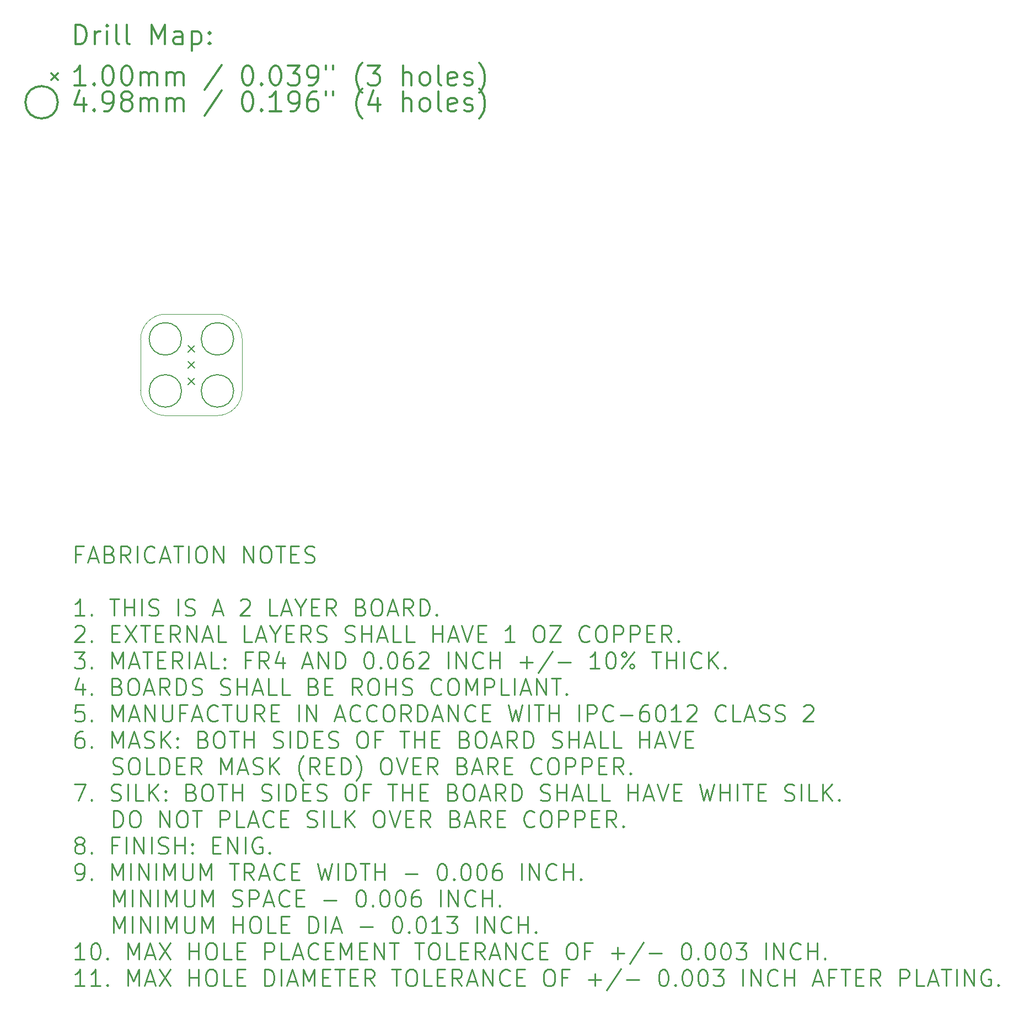
<source format=gbr>
G04 This is an RS-274x file exported by *
G04 gerbv version 2.6.0 *
G04 More information is available about gerbv at *
G04 http://gerbv.gpleda.org/ *
G04 --End of header info--*
%MOIN*%
%FSLAX34Y34*%
%IPPOS*%
G04 --Define apertures--*
%ADD10C,0.0050*%
%ADD11C,0.0079*%
%ADD12C,0.0118*%
%ADD13C,0.0138*%
%ADD14C,0.0016*%
%ADD15C,0.0100*%
G04 --Start main section--*
G54D11*
G01X0007878Y-020044D02*
G01X0008272Y-020438D01*
G01X0008272Y-020044D02*
G01X0007878Y-020438D01*
G01X0007878Y-021029D02*
G01X0008272Y-021422D01*
G01X0008272Y-021029D02*
G01X0007878Y-021422D01*
G01X0007878Y-022013D02*
G01X0008272Y-022406D01*
G01X0008272Y-022013D02*
G01X0007878Y-022406D01*
G01X0007480Y-019650D02*
G75*
G03X0007480Y-019650I-000980J0000000D01*
G01X0007480Y-022800D02*
G75*
G03X0007480Y-022800I-000980J0000000D01*
G01X0010630Y-019650D02*
G75*
G03X0010630Y-019650I-000980J0000000D01*
G01X0010630Y-022800D02*
G75*
G03X0010630Y-022800I-000980J0000000D01*
G54D12*
G01X0001069Y-001834D02*
G01X0001069Y-000652D01*
G01X0001069Y-000652D02*
G01X0001350Y-000652D01*
G01X0001350Y-000652D02*
G01X0001519Y-000709D01*
G01X0001519Y-000709D02*
G01X0001631Y-000821D01*
G01X0001631Y-000821D02*
G01X0001687Y-000934D01*
G01X0001687Y-000934D02*
G01X0001744Y-001159D01*
G01X0001744Y-001159D02*
G01X0001744Y-001327D01*
G01X0001744Y-001327D02*
G01X0001687Y-001552D01*
G01X0001687Y-001552D02*
G01X0001631Y-001665D01*
G01X0001631Y-001665D02*
G01X0001519Y-001777D01*
G01X0001519Y-001777D02*
G01X0001350Y-001834D01*
G01X0001350Y-001834D02*
G01X0001069Y-001834D01*
G01X0002250Y-001834D02*
G01X0002250Y-001046D01*
G01X0002250Y-001271D02*
G01X0002306Y-001159D01*
G01X0002306Y-001159D02*
G01X0002362Y-001102D01*
G01X0002362Y-001102D02*
G01X0002475Y-001046D01*
G01X0002475Y-001046D02*
G01X0002587Y-001046D01*
G01X0002981Y-001834D02*
G01X0002981Y-001046D01*
G01X0002981Y-000652D02*
G01X0002925Y-000709D01*
G01X0002925Y-000709D02*
G01X0002981Y-000765D01*
G01X0002981Y-000765D02*
G01X0003037Y-000709D01*
G01X0003037Y-000709D02*
G01X0002981Y-000652D01*
G01X0002981Y-000652D02*
G01X0002981Y-000765D01*
G01X0003712Y-001834D02*
G01X0003600Y-001777D01*
G01X0003600Y-001777D02*
G01X0003543Y-001665D01*
G01X0003543Y-001665D02*
G01X0003543Y-000652D01*
G01X0004331Y-001834D02*
G01X0004218Y-001777D01*
G01X0004218Y-001777D02*
G01X0004162Y-001665D01*
G01X0004162Y-001665D02*
G01X0004162Y-000652D01*
G01X0005681Y-001834D02*
G01X0005681Y-000652D01*
G01X0005681Y-000652D02*
G01X0006074Y-001496D01*
G01X0006074Y-001496D02*
G01X0006468Y-000652D01*
G01X0006468Y-000652D02*
G01X0006468Y-001834D01*
G01X0007537Y-001834D02*
G01X0007537Y-001215D01*
G01X0007537Y-001215D02*
G01X0007480Y-001102D01*
G01X0007480Y-001102D02*
G01X0007368Y-001046D01*
G01X0007368Y-001046D02*
G01X0007143Y-001046D01*
G01X0007143Y-001046D02*
G01X0007030Y-001102D01*
G01X0007537Y-001777D02*
G01X0007424Y-001834D01*
G01X0007424Y-001834D02*
G01X0007143Y-001834D01*
G01X0007143Y-001834D02*
G01X0007030Y-001777D01*
G01X0007030Y-001777D02*
G01X0006974Y-001665D01*
G01X0006974Y-001665D02*
G01X0006974Y-001552D01*
G01X0006974Y-001552D02*
G01X0007030Y-001440D01*
G01X0007030Y-001440D02*
G01X0007143Y-001384D01*
G01X0007143Y-001384D02*
G01X0007424Y-001384D01*
G01X0007424Y-001384D02*
G01X0007537Y-001327D01*
G01X0008099Y-001046D02*
G01X0008099Y-002227D01*
G01X0008099Y-001102D02*
G01X0008211Y-001046D01*
G01X0008211Y-001046D02*
G01X0008436Y-001046D01*
G01X0008436Y-001046D02*
G01X0008549Y-001102D01*
G01X0008549Y-001102D02*
G01X0008605Y-001159D01*
G01X0008605Y-001159D02*
G01X0008661Y-001271D01*
G01X0008661Y-001271D02*
G01X0008661Y-001609D01*
G01X0008661Y-001609D02*
G01X0008605Y-001721D01*
G01X0008605Y-001721D02*
G01X0008549Y-001777D01*
G01X0008549Y-001777D02*
G01X0008436Y-001834D01*
G01X0008436Y-001834D02*
G01X0008211Y-001834D01*
G01X0008211Y-001834D02*
G01X0008099Y-001777D01*
G01X0009168Y-001721D02*
G01X0009224Y-001777D01*
G01X0009224Y-001777D02*
G01X0009168Y-001834D01*
G01X0009168Y-001834D02*
G01X0009111Y-001777D01*
G01X0009111Y-001777D02*
G01X0009168Y-001721D01*
G01X0009168Y-001721D02*
G01X0009168Y-001834D01*
G01X0009168Y-001102D02*
G01X0009224Y-001159D01*
G01X0009224Y-001159D02*
G01X0009168Y-001215D01*
G01X0009168Y-001215D02*
G01X0009111Y-001159D01*
G01X0009111Y-001159D02*
G01X0009168Y-001102D01*
G01X0009168Y-001102D02*
G01X0009168Y-001215D01*
G01X-000394Y-003583D02*
G01X0000000Y-003976D01*
G01X0000000Y-003583D02*
G01X-000394Y-003976D01*
G01X0001687Y-004314D02*
G01X0001012Y-004314D01*
G01X0001350Y-004314D02*
G01X0001350Y-003133D01*
G01X0001350Y-003133D02*
G01X0001237Y-003301D01*
G01X0001237Y-003301D02*
G01X0001125Y-003414D01*
G01X0001125Y-003414D02*
G01X0001012Y-003470D01*
G01X0002193Y-004201D02*
G01X0002250Y-004258D01*
G01X0002250Y-004258D02*
G01X0002193Y-004314D01*
G01X0002193Y-004314D02*
G01X0002137Y-004258D01*
G01X0002137Y-004258D02*
G01X0002193Y-004201D01*
G01X0002193Y-004201D02*
G01X0002193Y-004314D01*
G01X0002981Y-003133D02*
G01X0003093Y-003133D01*
G01X0003093Y-003133D02*
G01X0003206Y-003189D01*
G01X0003206Y-003189D02*
G01X0003262Y-003245D01*
G01X0003262Y-003245D02*
G01X0003318Y-003358D01*
G01X0003318Y-003358D02*
G01X0003375Y-003583D01*
G01X0003375Y-003583D02*
G01X0003375Y-003864D01*
G01X0003375Y-003864D02*
G01X0003318Y-004089D01*
G01X0003318Y-004089D02*
G01X0003262Y-004201D01*
G01X0003262Y-004201D02*
G01X0003206Y-004258D01*
G01X0003206Y-004258D02*
G01X0003093Y-004314D01*
G01X0003093Y-004314D02*
G01X0002981Y-004314D01*
G01X0002981Y-004314D02*
G01X0002868Y-004258D01*
G01X0002868Y-004258D02*
G01X0002812Y-004201D01*
G01X0002812Y-004201D02*
G01X0002756Y-004089D01*
G01X0002756Y-004089D02*
G01X0002700Y-003864D01*
G01X0002700Y-003864D02*
G01X0002700Y-003583D01*
G01X0002700Y-003583D02*
G01X0002756Y-003358D01*
G01X0002756Y-003358D02*
G01X0002812Y-003245D01*
G01X0002812Y-003245D02*
G01X0002868Y-003189D01*
G01X0002868Y-003189D02*
G01X0002981Y-003133D01*
G01X0004106Y-003133D02*
G01X0004218Y-003133D01*
G01X0004218Y-003133D02*
G01X0004331Y-003189D01*
G01X0004331Y-003189D02*
G01X0004387Y-003245D01*
G01X0004387Y-003245D02*
G01X0004443Y-003358D01*
G01X0004443Y-003358D02*
G01X0004499Y-003583D01*
G01X0004499Y-003583D02*
G01X0004499Y-003864D01*
G01X0004499Y-003864D02*
G01X0004443Y-004089D01*
G01X0004443Y-004089D02*
G01X0004387Y-004201D01*
G01X0004387Y-004201D02*
G01X0004331Y-004258D01*
G01X0004331Y-004258D02*
G01X0004218Y-004314D01*
G01X0004218Y-004314D02*
G01X0004106Y-004314D01*
G01X0004106Y-004314D02*
G01X0003993Y-004258D01*
G01X0003993Y-004258D02*
G01X0003937Y-004201D01*
G01X0003937Y-004201D02*
G01X0003881Y-004089D01*
G01X0003881Y-004089D02*
G01X0003825Y-003864D01*
G01X0003825Y-003864D02*
G01X0003825Y-003583D01*
G01X0003825Y-003583D02*
G01X0003881Y-003358D01*
G01X0003881Y-003358D02*
G01X0003937Y-003245D01*
G01X0003937Y-003245D02*
G01X0003993Y-003189D01*
G01X0003993Y-003189D02*
G01X0004106Y-003133D01*
G01X0005006Y-004314D02*
G01X0005006Y-003526D01*
G01X0005006Y-003639D02*
G01X0005062Y-003583D01*
G01X0005062Y-003583D02*
G01X0005174Y-003526D01*
G01X0005174Y-003526D02*
G01X0005343Y-003526D01*
G01X0005343Y-003526D02*
G01X0005456Y-003583D01*
G01X0005456Y-003583D02*
G01X0005512Y-003695D01*
G01X0005512Y-003695D02*
G01X0005512Y-004314D01*
G01X0005512Y-003695D02*
G01X0005568Y-003583D01*
G01X0005568Y-003583D02*
G01X0005681Y-003526D01*
G01X0005681Y-003526D02*
G01X0005849Y-003526D01*
G01X0005849Y-003526D02*
G01X0005962Y-003583D01*
G01X0005962Y-003583D02*
G01X0006018Y-003695D01*
G01X0006018Y-003695D02*
G01X0006018Y-004314D01*
G01X0006580Y-004314D02*
G01X0006580Y-003526D01*
G01X0006580Y-003639D02*
G01X0006637Y-003583D01*
G01X0006637Y-003583D02*
G01X0006749Y-003526D01*
G01X0006749Y-003526D02*
G01X0006918Y-003526D01*
G01X0006918Y-003526D02*
G01X0007030Y-003583D01*
G01X0007030Y-003583D02*
G01X0007087Y-003695D01*
G01X0007087Y-003695D02*
G01X0007087Y-004314D01*
G01X0007087Y-003695D02*
G01X0007143Y-003583D01*
G01X0007143Y-003583D02*
G01X0007255Y-003526D01*
G01X0007255Y-003526D02*
G01X0007424Y-003526D01*
G01X0007424Y-003526D02*
G01X0007537Y-003583D01*
G01X0007537Y-003583D02*
G01X0007593Y-003695D01*
G01X0007593Y-003695D02*
G01X0007593Y-004314D01*
G01X0009899Y-003076D02*
G01X0008886Y-004595D01*
G01X0011417Y-003133D02*
G01X0011530Y-003133D01*
G01X0011530Y-003133D02*
G01X0011642Y-003189D01*
G01X0011642Y-003189D02*
G01X0011699Y-003245D01*
G01X0011699Y-003245D02*
G01X0011755Y-003358D01*
G01X0011755Y-003358D02*
G01X0011811Y-003583D01*
G01X0011811Y-003583D02*
G01X0011811Y-003864D01*
G01X0011811Y-003864D02*
G01X0011755Y-004089D01*
G01X0011755Y-004089D02*
G01X0011699Y-004201D01*
G01X0011699Y-004201D02*
G01X0011642Y-004258D01*
G01X0011642Y-004258D02*
G01X0011530Y-004314D01*
G01X0011530Y-004314D02*
G01X0011417Y-004314D01*
G01X0011417Y-004314D02*
G01X0011305Y-004258D01*
G01X0011305Y-004258D02*
G01X0011249Y-004201D01*
G01X0011249Y-004201D02*
G01X0011192Y-004089D01*
G01X0011192Y-004089D02*
G01X0011136Y-003864D01*
G01X0011136Y-003864D02*
G01X0011136Y-003583D01*
G01X0011136Y-003583D02*
G01X0011192Y-003358D01*
G01X0011192Y-003358D02*
G01X0011249Y-003245D01*
G01X0011249Y-003245D02*
G01X0011305Y-003189D01*
G01X0011305Y-003189D02*
G01X0011417Y-003133D01*
G01X0012317Y-004201D02*
G01X0012373Y-004258D01*
G01X0012373Y-004258D02*
G01X0012317Y-004314D01*
G01X0012317Y-004314D02*
G01X0012261Y-004258D01*
G01X0012261Y-004258D02*
G01X0012317Y-004201D01*
G01X0012317Y-004201D02*
G01X0012317Y-004314D01*
G01X0013105Y-003133D02*
G01X0013217Y-003133D01*
G01X0013217Y-003133D02*
G01X0013330Y-003189D01*
G01X0013330Y-003189D02*
G01X0013386Y-003245D01*
G01X0013386Y-003245D02*
G01X0013442Y-003358D01*
G01X0013442Y-003358D02*
G01X0013498Y-003583D01*
G01X0013498Y-003583D02*
G01X0013498Y-003864D01*
G01X0013498Y-003864D02*
G01X0013442Y-004089D01*
G01X0013442Y-004089D02*
G01X0013386Y-004201D01*
G01X0013386Y-004201D02*
G01X0013330Y-004258D01*
G01X0013330Y-004258D02*
G01X0013217Y-004314D01*
G01X0013217Y-004314D02*
G01X0013105Y-004314D01*
G01X0013105Y-004314D02*
G01X0012992Y-004258D01*
G01X0012992Y-004258D02*
G01X0012936Y-004201D01*
G01X0012936Y-004201D02*
G01X0012880Y-004089D01*
G01X0012880Y-004089D02*
G01X0012823Y-003864D01*
G01X0012823Y-003864D02*
G01X0012823Y-003583D01*
G01X0012823Y-003583D02*
G01X0012880Y-003358D01*
G01X0012880Y-003358D02*
G01X0012936Y-003245D01*
G01X0012936Y-003245D02*
G01X0012992Y-003189D01*
G01X0012992Y-003189D02*
G01X0013105Y-003133D01*
G01X0013892Y-003133D02*
G01X0014623Y-003133D01*
G01X0014623Y-003133D02*
G01X0014229Y-003583D01*
G01X0014229Y-003583D02*
G01X0014398Y-003583D01*
G01X0014398Y-003583D02*
G01X0014511Y-003639D01*
G01X0014511Y-003639D02*
G01X0014567Y-003695D01*
G01X0014567Y-003695D02*
G01X0014623Y-003808D01*
G01X0014623Y-003808D02*
G01X0014623Y-004089D01*
G01X0014623Y-004089D02*
G01X0014567Y-004201D01*
G01X0014567Y-004201D02*
G01X0014511Y-004258D01*
G01X0014511Y-004258D02*
G01X0014398Y-004314D01*
G01X0014398Y-004314D02*
G01X0014061Y-004314D01*
G01X0014061Y-004314D02*
G01X0013948Y-004258D01*
G01X0013948Y-004258D02*
G01X0013892Y-004201D01*
G01X0015186Y-004314D02*
G01X0015411Y-004314D01*
G01X0015411Y-004314D02*
G01X0015523Y-004258D01*
G01X0015523Y-004258D02*
G01X0015579Y-004201D01*
G01X0015579Y-004201D02*
G01X0015692Y-004033D01*
G01X0015692Y-004033D02*
G01X0015748Y-003808D01*
G01X0015748Y-003808D02*
G01X0015748Y-003358D01*
G01X0015748Y-003358D02*
G01X0015692Y-003245D01*
G01X0015692Y-003245D02*
G01X0015636Y-003189D01*
G01X0015636Y-003189D02*
G01X0015523Y-003133D01*
G01X0015523Y-003133D02*
G01X0015298Y-003133D01*
G01X0015298Y-003133D02*
G01X0015186Y-003189D01*
G01X0015186Y-003189D02*
G01X0015129Y-003245D01*
G01X0015129Y-003245D02*
G01X0015073Y-003358D01*
G01X0015073Y-003358D02*
G01X0015073Y-003639D01*
G01X0015073Y-003639D02*
G01X0015129Y-003751D01*
G01X0015129Y-003751D02*
G01X0015186Y-003808D01*
G01X0015186Y-003808D02*
G01X0015298Y-003864D01*
G01X0015298Y-003864D02*
G01X0015523Y-003864D01*
G01X0015523Y-003864D02*
G01X0015636Y-003808D01*
G01X0015636Y-003808D02*
G01X0015692Y-003751D01*
G01X0015692Y-003751D02*
G01X0015748Y-003639D01*
G01X0016198Y-003133D02*
G01X0016198Y-003358D01*
G01X0016648Y-003133D02*
G01X0016648Y-003358D01*
G01X0018391Y-004764D02*
G01X0018335Y-004708D01*
G01X0018335Y-004708D02*
G01X0018223Y-004539D01*
G01X0018223Y-004539D02*
G01X0018166Y-004426D01*
G01X0018166Y-004426D02*
G01X0018110Y-004258D01*
G01X0018110Y-004258D02*
G01X0018054Y-003976D01*
G01X0018054Y-003976D02*
G01X0018054Y-003751D01*
G01X0018054Y-003751D02*
G01X0018110Y-003470D01*
G01X0018110Y-003470D02*
G01X0018166Y-003301D01*
G01X0018166Y-003301D02*
G01X0018223Y-003189D01*
G01X0018223Y-003189D02*
G01X0018335Y-003020D01*
G01X0018335Y-003020D02*
G01X0018391Y-002964D01*
G01X0018729Y-003133D02*
G01X0019460Y-003133D01*
G01X0019460Y-003133D02*
G01X0019066Y-003583D01*
G01X0019066Y-003583D02*
G01X0019235Y-003583D01*
G01X0019235Y-003583D02*
G01X0019348Y-003639D01*
G01X0019348Y-003639D02*
G01X0019404Y-003695D01*
G01X0019404Y-003695D02*
G01X0019460Y-003808D01*
G01X0019460Y-003808D02*
G01X0019460Y-004089D01*
G01X0019460Y-004089D02*
G01X0019404Y-004201D01*
G01X0019404Y-004201D02*
G01X0019348Y-004258D01*
G01X0019348Y-004258D02*
G01X0019235Y-004314D01*
G01X0019235Y-004314D02*
G01X0018898Y-004314D01*
G01X0018898Y-004314D02*
G01X0018785Y-004258D01*
G01X0018785Y-004258D02*
G01X0018729Y-004201D01*
G01X0020866Y-004314D02*
G01X0020866Y-003133D01*
G01X0021372Y-004314D02*
G01X0021372Y-003695D01*
G01X0021372Y-003695D02*
G01X0021316Y-003583D01*
G01X0021316Y-003583D02*
G01X0021204Y-003526D01*
G01X0021204Y-003526D02*
G01X0021035Y-003526D01*
G01X0021035Y-003526D02*
G01X0020922Y-003583D01*
G01X0020922Y-003583D02*
G01X0020866Y-003639D01*
G01X0022103Y-004314D02*
G01X0021991Y-004258D01*
G01X0021991Y-004258D02*
G01X0021935Y-004201D01*
G01X0021935Y-004201D02*
G01X0021879Y-004089D01*
G01X0021879Y-004089D02*
G01X0021879Y-003751D01*
G01X0021879Y-003751D02*
G01X0021935Y-003639D01*
G01X0021935Y-003639D02*
G01X0021991Y-003583D01*
G01X0021991Y-003583D02*
G01X0022103Y-003526D01*
G01X0022103Y-003526D02*
G01X0022272Y-003526D01*
G01X0022272Y-003526D02*
G01X0022385Y-003583D01*
G01X0022385Y-003583D02*
G01X0022441Y-003639D01*
G01X0022441Y-003639D02*
G01X0022497Y-003751D01*
G01X0022497Y-003751D02*
G01X0022497Y-004089D01*
G01X0022497Y-004089D02*
G01X0022441Y-004201D01*
G01X0022441Y-004201D02*
G01X0022385Y-004258D01*
G01X0022385Y-004258D02*
G01X0022272Y-004314D01*
G01X0022272Y-004314D02*
G01X0022103Y-004314D01*
G01X0023172Y-004314D02*
G01X0023060Y-004258D01*
G01X0023060Y-004258D02*
G01X0023003Y-004145D01*
G01X0023003Y-004145D02*
G01X0023003Y-003133D01*
G01X0024072Y-004258D02*
G01X0023960Y-004314D01*
G01X0023960Y-004314D02*
G01X0023735Y-004314D01*
G01X0023735Y-004314D02*
G01X0023622Y-004258D01*
G01X0023622Y-004258D02*
G01X0023566Y-004145D01*
G01X0023566Y-004145D02*
G01X0023566Y-003695D01*
G01X0023566Y-003695D02*
G01X0023622Y-003583D01*
G01X0023622Y-003583D02*
G01X0023735Y-003526D01*
G01X0023735Y-003526D02*
G01X0023960Y-003526D01*
G01X0023960Y-003526D02*
G01X0024072Y-003583D01*
G01X0024072Y-003583D02*
G01X0024128Y-003695D01*
G01X0024128Y-003695D02*
G01X0024128Y-003808D01*
G01X0024128Y-003808D02*
G01X0023566Y-003920D01*
G01X0024578Y-004258D02*
G01X0024691Y-004314D01*
G01X0024691Y-004314D02*
G01X0024916Y-004314D01*
G01X0024916Y-004314D02*
G01X0025028Y-004258D01*
G01X0025028Y-004258D02*
G01X0025084Y-004145D01*
G01X0025084Y-004145D02*
G01X0025084Y-004089D01*
G01X0025084Y-004089D02*
G01X0025028Y-003976D01*
G01X0025028Y-003976D02*
G01X0024916Y-003920D01*
G01X0024916Y-003920D02*
G01X0024747Y-003920D01*
G01X0024747Y-003920D02*
G01X0024634Y-003864D01*
G01X0024634Y-003864D02*
G01X0024578Y-003751D01*
G01X0024578Y-003751D02*
G01X0024578Y-003695D01*
G01X0024578Y-003695D02*
G01X0024634Y-003583D01*
G01X0024634Y-003583D02*
G01X0024747Y-003526D01*
G01X0024747Y-003526D02*
G01X0024916Y-003526D01*
G01X0024916Y-003526D02*
G01X0025028Y-003583D01*
G01X0025478Y-004764D02*
G01X0025534Y-004708D01*
G01X0025534Y-004708D02*
G01X0025647Y-004539D01*
G01X0025647Y-004539D02*
G01X0025703Y-004426D01*
G01X0025703Y-004426D02*
G01X0025759Y-004258D01*
G01X0025759Y-004258D02*
G01X0025816Y-003976D01*
G01X0025816Y-003976D02*
G01X0025816Y-003751D01*
G01X0025816Y-003751D02*
G01X0025759Y-003470D01*
G01X0025759Y-003470D02*
G01X0025703Y-003301D01*
G01X0025703Y-003301D02*
G01X0025647Y-003189D01*
G01X0025647Y-003189D02*
G01X0025534Y-003020D01*
G01X0025534Y-003020D02*
G01X0025478Y-002964D01*
G01X0000000Y-005339D02*
G75*
G03X0000000Y-005339I-000980J0000000D01*
G01X0001575Y-005085D02*
G01X0001575Y-005873D01*
G01X0001294Y-004636D02*
G01X0001012Y-005479D01*
G01X0001012Y-005479D02*
G01X0001744Y-005479D01*
G01X0002193Y-005760D02*
G01X0002250Y-005817D01*
G01X0002250Y-005817D02*
G01X0002193Y-005873D01*
G01X0002193Y-005873D02*
G01X0002137Y-005817D01*
G01X0002137Y-005817D02*
G01X0002193Y-005760D01*
G01X0002193Y-005760D02*
G01X0002193Y-005873D01*
G01X0002812Y-005873D02*
G01X0003037Y-005873D01*
G01X0003037Y-005873D02*
G01X0003150Y-005817D01*
G01X0003150Y-005817D02*
G01X0003206Y-005760D01*
G01X0003206Y-005760D02*
G01X0003318Y-005592D01*
G01X0003318Y-005592D02*
G01X0003375Y-005367D01*
G01X0003375Y-005367D02*
G01X0003375Y-004917D01*
G01X0003375Y-004917D02*
G01X0003318Y-004804D01*
G01X0003318Y-004804D02*
G01X0003262Y-004748D01*
G01X0003262Y-004748D02*
G01X0003150Y-004692D01*
G01X0003150Y-004692D02*
G01X0002925Y-004692D01*
G01X0002925Y-004692D02*
G01X0002812Y-004748D01*
G01X0002812Y-004748D02*
G01X0002756Y-004804D01*
G01X0002756Y-004804D02*
G01X0002700Y-004917D01*
G01X0002700Y-004917D02*
G01X0002700Y-005198D01*
G01X0002700Y-005198D02*
G01X0002756Y-005310D01*
G01X0002756Y-005310D02*
G01X0002812Y-005367D01*
G01X0002812Y-005367D02*
G01X0002925Y-005423D01*
G01X0002925Y-005423D02*
G01X0003150Y-005423D01*
G01X0003150Y-005423D02*
G01X0003262Y-005367D01*
G01X0003262Y-005367D02*
G01X0003318Y-005310D01*
G01X0003318Y-005310D02*
G01X0003375Y-005198D01*
G01X0004049Y-005198D02*
G01X0003937Y-005142D01*
G01X0003937Y-005142D02*
G01X0003881Y-005085D01*
G01X0003881Y-005085D02*
G01X0003825Y-004973D01*
G01X0003825Y-004973D02*
G01X0003825Y-004917D01*
G01X0003825Y-004917D02*
G01X0003881Y-004804D01*
G01X0003881Y-004804D02*
G01X0003937Y-004748D01*
G01X0003937Y-004748D02*
G01X0004049Y-004692D01*
G01X0004049Y-004692D02*
G01X0004274Y-004692D01*
G01X0004274Y-004692D02*
G01X0004387Y-004748D01*
G01X0004387Y-004748D02*
G01X0004443Y-004804D01*
G01X0004443Y-004804D02*
G01X0004499Y-004917D01*
G01X0004499Y-004917D02*
G01X0004499Y-004973D01*
G01X0004499Y-004973D02*
G01X0004443Y-005085D01*
G01X0004443Y-005085D02*
G01X0004387Y-005142D01*
G01X0004387Y-005142D02*
G01X0004274Y-005198D01*
G01X0004274Y-005198D02*
G01X0004049Y-005198D01*
G01X0004049Y-005198D02*
G01X0003937Y-005254D01*
G01X0003937Y-005254D02*
G01X0003881Y-005310D01*
G01X0003881Y-005310D02*
G01X0003825Y-005423D01*
G01X0003825Y-005423D02*
G01X0003825Y-005648D01*
G01X0003825Y-005648D02*
G01X0003881Y-005760D01*
G01X0003881Y-005760D02*
G01X0003937Y-005817D01*
G01X0003937Y-005817D02*
G01X0004049Y-005873D01*
G01X0004049Y-005873D02*
G01X0004274Y-005873D01*
G01X0004274Y-005873D02*
G01X0004387Y-005817D01*
G01X0004387Y-005817D02*
G01X0004443Y-005760D01*
G01X0004443Y-005760D02*
G01X0004499Y-005648D01*
G01X0004499Y-005648D02*
G01X0004499Y-005423D01*
G01X0004499Y-005423D02*
G01X0004443Y-005310D01*
G01X0004443Y-005310D02*
G01X0004387Y-005254D01*
G01X0004387Y-005254D02*
G01X0004274Y-005198D01*
G01X0005006Y-005873D02*
G01X0005006Y-005085D01*
G01X0005006Y-005198D02*
G01X0005062Y-005142D01*
G01X0005062Y-005142D02*
G01X0005174Y-005085D01*
G01X0005174Y-005085D02*
G01X0005343Y-005085D01*
G01X0005343Y-005085D02*
G01X0005456Y-005142D01*
G01X0005456Y-005142D02*
G01X0005512Y-005254D01*
G01X0005512Y-005254D02*
G01X0005512Y-005873D01*
G01X0005512Y-005254D02*
G01X0005568Y-005142D01*
G01X0005568Y-005142D02*
G01X0005681Y-005085D01*
G01X0005681Y-005085D02*
G01X0005849Y-005085D01*
G01X0005849Y-005085D02*
G01X0005962Y-005142D01*
G01X0005962Y-005142D02*
G01X0006018Y-005254D01*
G01X0006018Y-005254D02*
G01X0006018Y-005873D01*
G01X0006580Y-005873D02*
G01X0006580Y-005085D01*
G01X0006580Y-005198D02*
G01X0006637Y-005142D01*
G01X0006637Y-005142D02*
G01X0006749Y-005085D01*
G01X0006749Y-005085D02*
G01X0006918Y-005085D01*
G01X0006918Y-005085D02*
G01X0007030Y-005142D01*
G01X0007030Y-005142D02*
G01X0007087Y-005254D01*
G01X0007087Y-005254D02*
G01X0007087Y-005873D01*
G01X0007087Y-005254D02*
G01X0007143Y-005142D01*
G01X0007143Y-005142D02*
G01X0007255Y-005085D01*
G01X0007255Y-005085D02*
G01X0007424Y-005085D01*
G01X0007424Y-005085D02*
G01X0007537Y-005142D01*
G01X0007537Y-005142D02*
G01X0007593Y-005254D01*
G01X0007593Y-005254D02*
G01X0007593Y-005873D01*
G01X0009899Y-004636D02*
G01X0008886Y-006154D01*
G01X0011417Y-004692D02*
G01X0011530Y-004692D01*
G01X0011530Y-004692D02*
G01X0011642Y-004748D01*
G01X0011642Y-004748D02*
G01X0011699Y-004804D01*
G01X0011699Y-004804D02*
G01X0011755Y-004917D01*
G01X0011755Y-004917D02*
G01X0011811Y-005142D01*
G01X0011811Y-005142D02*
G01X0011811Y-005423D01*
G01X0011811Y-005423D02*
G01X0011755Y-005648D01*
G01X0011755Y-005648D02*
G01X0011699Y-005760D01*
G01X0011699Y-005760D02*
G01X0011642Y-005817D01*
G01X0011642Y-005817D02*
G01X0011530Y-005873D01*
G01X0011530Y-005873D02*
G01X0011417Y-005873D01*
G01X0011417Y-005873D02*
G01X0011305Y-005817D01*
G01X0011305Y-005817D02*
G01X0011249Y-005760D01*
G01X0011249Y-005760D02*
G01X0011192Y-005648D01*
G01X0011192Y-005648D02*
G01X0011136Y-005423D01*
G01X0011136Y-005423D02*
G01X0011136Y-005142D01*
G01X0011136Y-005142D02*
G01X0011192Y-004917D01*
G01X0011192Y-004917D02*
G01X0011249Y-004804D01*
G01X0011249Y-004804D02*
G01X0011305Y-004748D01*
G01X0011305Y-004748D02*
G01X0011417Y-004692D01*
G01X0012317Y-005760D02*
G01X0012373Y-005817D01*
G01X0012373Y-005817D02*
G01X0012317Y-005873D01*
G01X0012317Y-005873D02*
G01X0012261Y-005817D01*
G01X0012261Y-005817D02*
G01X0012317Y-005760D01*
G01X0012317Y-005760D02*
G01X0012317Y-005873D01*
G01X0013498Y-005873D02*
G01X0012823Y-005873D01*
G01X0013161Y-005873D02*
G01X0013161Y-004692D01*
G01X0013161Y-004692D02*
G01X0013048Y-004861D01*
G01X0013048Y-004861D02*
G01X0012936Y-004973D01*
G01X0012936Y-004973D02*
G01X0012823Y-005029D01*
G01X0014061Y-005873D02*
G01X0014286Y-005873D01*
G01X0014286Y-005873D02*
G01X0014398Y-005817D01*
G01X0014398Y-005817D02*
G01X0014454Y-005760D01*
G01X0014454Y-005760D02*
G01X0014567Y-005592D01*
G01X0014567Y-005592D02*
G01X0014623Y-005367D01*
G01X0014623Y-005367D02*
G01X0014623Y-004917D01*
G01X0014623Y-004917D02*
G01X0014567Y-004804D01*
G01X0014567Y-004804D02*
G01X0014511Y-004748D01*
G01X0014511Y-004748D02*
G01X0014398Y-004692D01*
G01X0014398Y-004692D02*
G01X0014173Y-004692D01*
G01X0014173Y-004692D02*
G01X0014061Y-004748D01*
G01X0014061Y-004748D02*
G01X0014005Y-004804D01*
G01X0014005Y-004804D02*
G01X0013948Y-004917D01*
G01X0013948Y-004917D02*
G01X0013948Y-005198D01*
G01X0013948Y-005198D02*
G01X0014005Y-005310D01*
G01X0014005Y-005310D02*
G01X0014061Y-005367D01*
G01X0014061Y-005367D02*
G01X0014173Y-005423D01*
G01X0014173Y-005423D02*
G01X0014398Y-005423D01*
G01X0014398Y-005423D02*
G01X0014511Y-005367D01*
G01X0014511Y-005367D02*
G01X0014567Y-005310D01*
G01X0014567Y-005310D02*
G01X0014623Y-005198D01*
G01X0015636Y-004692D02*
G01X0015411Y-004692D01*
G01X0015411Y-004692D02*
G01X0015298Y-004748D01*
G01X0015298Y-004748D02*
G01X0015242Y-004804D01*
G01X0015242Y-004804D02*
G01X0015129Y-004973D01*
G01X0015129Y-004973D02*
G01X0015073Y-005198D01*
G01X0015073Y-005198D02*
G01X0015073Y-005648D01*
G01X0015073Y-005648D02*
G01X0015129Y-005760D01*
G01X0015129Y-005760D02*
G01X0015186Y-005817D01*
G01X0015186Y-005817D02*
G01X0015298Y-005873D01*
G01X0015298Y-005873D02*
G01X0015523Y-005873D01*
G01X0015523Y-005873D02*
G01X0015636Y-005817D01*
G01X0015636Y-005817D02*
G01X0015692Y-005760D01*
G01X0015692Y-005760D02*
G01X0015748Y-005648D01*
G01X0015748Y-005648D02*
G01X0015748Y-005367D01*
G01X0015748Y-005367D02*
G01X0015692Y-005254D01*
G01X0015692Y-005254D02*
G01X0015636Y-005198D01*
G01X0015636Y-005198D02*
G01X0015523Y-005142D01*
G01X0015523Y-005142D02*
G01X0015298Y-005142D01*
G01X0015298Y-005142D02*
G01X0015186Y-005198D01*
G01X0015186Y-005198D02*
G01X0015129Y-005254D01*
G01X0015129Y-005254D02*
G01X0015073Y-005367D01*
G01X0016198Y-004692D02*
G01X0016198Y-004917D01*
G01X0016648Y-004692D02*
G01X0016648Y-004917D01*
G01X0018391Y-006323D02*
G01X0018335Y-006267D01*
G01X0018335Y-006267D02*
G01X0018223Y-006098D01*
G01X0018223Y-006098D02*
G01X0018166Y-005985D01*
G01X0018166Y-005985D02*
G01X0018110Y-005817D01*
G01X0018110Y-005817D02*
G01X0018054Y-005535D01*
G01X0018054Y-005535D02*
G01X0018054Y-005310D01*
G01X0018054Y-005310D02*
G01X0018110Y-005029D01*
G01X0018110Y-005029D02*
G01X0018166Y-004861D01*
G01X0018166Y-004861D02*
G01X0018223Y-004748D01*
G01X0018223Y-004748D02*
G01X0018335Y-004579D01*
G01X0018335Y-004579D02*
G01X0018391Y-004523D01*
G01X0019348Y-005085D02*
G01X0019348Y-005873D01*
G01X0019066Y-004636D02*
G01X0018785Y-005479D01*
G01X0018785Y-005479D02*
G01X0019516Y-005479D01*
G01X0020866Y-005873D02*
G01X0020866Y-004692D01*
G01X0021372Y-005873D02*
G01X0021372Y-005254D01*
G01X0021372Y-005254D02*
G01X0021316Y-005142D01*
G01X0021316Y-005142D02*
G01X0021204Y-005085D01*
G01X0021204Y-005085D02*
G01X0021035Y-005085D01*
G01X0021035Y-005085D02*
G01X0020922Y-005142D01*
G01X0020922Y-005142D02*
G01X0020866Y-005198D01*
G01X0022103Y-005873D02*
G01X0021991Y-005817D01*
G01X0021991Y-005817D02*
G01X0021935Y-005760D01*
G01X0021935Y-005760D02*
G01X0021879Y-005648D01*
G01X0021879Y-005648D02*
G01X0021879Y-005310D01*
G01X0021879Y-005310D02*
G01X0021935Y-005198D01*
G01X0021935Y-005198D02*
G01X0021991Y-005142D01*
G01X0021991Y-005142D02*
G01X0022103Y-005085D01*
G01X0022103Y-005085D02*
G01X0022272Y-005085D01*
G01X0022272Y-005085D02*
G01X0022385Y-005142D01*
G01X0022385Y-005142D02*
G01X0022441Y-005198D01*
G01X0022441Y-005198D02*
G01X0022497Y-005310D01*
G01X0022497Y-005310D02*
G01X0022497Y-005648D01*
G01X0022497Y-005648D02*
G01X0022441Y-005760D01*
G01X0022441Y-005760D02*
G01X0022385Y-005817D01*
G01X0022385Y-005817D02*
G01X0022272Y-005873D01*
G01X0022272Y-005873D02*
G01X0022103Y-005873D01*
G01X0023172Y-005873D02*
G01X0023060Y-005817D01*
G01X0023060Y-005817D02*
G01X0023003Y-005704D01*
G01X0023003Y-005704D02*
G01X0023003Y-004692D01*
G01X0024072Y-005817D02*
G01X0023960Y-005873D01*
G01X0023960Y-005873D02*
G01X0023735Y-005873D01*
G01X0023735Y-005873D02*
G01X0023622Y-005817D01*
G01X0023622Y-005817D02*
G01X0023566Y-005704D01*
G01X0023566Y-005704D02*
G01X0023566Y-005254D01*
G01X0023566Y-005254D02*
G01X0023622Y-005142D01*
G01X0023622Y-005142D02*
G01X0023735Y-005085D01*
G01X0023735Y-005085D02*
G01X0023960Y-005085D01*
G01X0023960Y-005085D02*
G01X0024072Y-005142D01*
G01X0024072Y-005142D02*
G01X0024128Y-005254D01*
G01X0024128Y-005254D02*
G01X0024128Y-005367D01*
G01X0024128Y-005367D02*
G01X0023566Y-005479D01*
G01X0024578Y-005817D02*
G01X0024691Y-005873D01*
G01X0024691Y-005873D02*
G01X0024916Y-005873D01*
G01X0024916Y-005873D02*
G01X0025028Y-005817D01*
G01X0025028Y-005817D02*
G01X0025084Y-005704D01*
G01X0025084Y-005704D02*
G01X0025084Y-005648D01*
G01X0025084Y-005648D02*
G01X0025028Y-005535D01*
G01X0025028Y-005535D02*
G01X0024916Y-005479D01*
G01X0024916Y-005479D02*
G01X0024747Y-005479D01*
G01X0024747Y-005479D02*
G01X0024634Y-005423D01*
G01X0024634Y-005423D02*
G01X0024578Y-005310D01*
G01X0024578Y-005310D02*
G01X0024578Y-005254D01*
G01X0024578Y-005254D02*
G01X0024634Y-005142D01*
G01X0024634Y-005142D02*
G01X0024747Y-005085D01*
G01X0024747Y-005085D02*
G01X0024916Y-005085D01*
G01X0024916Y-005085D02*
G01X0025028Y-005142D01*
G01X0025478Y-006323D02*
G01X0025534Y-006267D01*
G01X0025534Y-006267D02*
G01X0025647Y-006098D01*
G01X0025647Y-006098D02*
G01X0025703Y-005985D01*
G01X0025703Y-005985D02*
G01X0025759Y-005817D01*
G01X0025759Y-005817D02*
G01X0025816Y-005535D01*
G01X0025816Y-005535D02*
G01X0025816Y-005310D01*
G01X0025816Y-005310D02*
G01X0025759Y-005029D01*
G01X0025759Y-005029D02*
G01X0025703Y-004861D01*
G01X0025703Y-004861D02*
G01X0025647Y-004748D01*
G01X0025647Y-004748D02*
G01X0025534Y-004579D01*
G01X0025534Y-004579D02*
G01X0025478Y-004523D01*
G01X0000000Y0000000D02*
G54D14*
G01X0009610Y-018154D02*
G01X0006539Y-018154D01*
G01X0009610Y-024296D02*
G01X0006539Y-024296D01*
G01X0011146Y-022760D02*
G01X0011146Y-019689D01*
G01X0005004Y-022760D02*
G01X0005004Y-019689D01*
G01X0011146Y-019689D02*
G75*
G03X0009610Y-018154I-001535J0000000D01*
G01X0009610Y-024296D02*
G75*
G03X0011146Y-022760I0000000J0001535D01*
G01X0005004Y-022760D02*
G75*
G03X0006539Y-024296I0001535J0000000D01*
G01X0006539Y-018154D02*
G75*
G03X0005004Y-019689I0000000J-001535D01*
G01X0000000Y0000000D02*
G54D15*
G01X0001421Y-032679D02*
G01X0001088Y-032679D01*
G01X0001088Y-033202D02*
G01X0001088Y-032202D01*
G01X0001088Y-032202D02*
G01X0001564Y-032202D01*
G01X0001898Y-032917D02*
G01X0002374Y-032917D01*
G01X0001802Y-033202D02*
G01X0002136Y-032202D01*
G01X0002136Y-032202D02*
G01X0002469Y-033202D01*
G01X0003136Y-032679D02*
G01X0003279Y-032726D01*
G01X0003279Y-032726D02*
G01X0003326Y-032774D01*
G01X0003326Y-032774D02*
G01X0003374Y-032869D01*
G01X0003374Y-032869D02*
G01X0003374Y-033012D01*
G01X0003374Y-033012D02*
G01X0003326Y-033107D01*
G01X0003326Y-033107D02*
G01X0003279Y-033155D01*
G01X0003279Y-033155D02*
G01X0003183Y-033202D01*
G01X0003183Y-033202D02*
G01X0002802Y-033202D01*
G01X0002802Y-033202D02*
G01X0002802Y-032202D01*
G01X0002802Y-032202D02*
G01X0003136Y-032202D01*
G01X0003136Y-032202D02*
G01X0003231Y-032250D01*
G01X0003231Y-032250D02*
G01X0003279Y-032298D01*
G01X0003279Y-032298D02*
G01X0003326Y-032393D01*
G01X0003326Y-032393D02*
G01X0003326Y-032488D01*
G01X0003326Y-032488D02*
G01X0003279Y-032583D01*
G01X0003279Y-032583D02*
G01X0003231Y-032631D01*
G01X0003231Y-032631D02*
G01X0003136Y-032679D01*
G01X0003136Y-032679D02*
G01X0002802Y-032679D01*
G01X0004374Y-033202D02*
G01X0004040Y-032726D01*
G01X0003802Y-033202D02*
G01X0003802Y-032202D01*
G01X0003802Y-032202D02*
G01X0004183Y-032202D01*
G01X0004183Y-032202D02*
G01X0004279Y-032250D01*
G01X0004279Y-032250D02*
G01X0004326Y-032298D01*
G01X0004326Y-032298D02*
G01X0004374Y-032393D01*
G01X0004374Y-032393D02*
G01X0004374Y-032536D01*
G01X0004374Y-032536D02*
G01X0004326Y-032631D01*
G01X0004326Y-032631D02*
G01X0004279Y-032679D01*
G01X0004279Y-032679D02*
G01X0004183Y-032726D01*
G01X0004183Y-032726D02*
G01X0003802Y-032726D01*
G01X0004802Y-033202D02*
G01X0004802Y-032202D01*
G01X0005850Y-033107D02*
G01X0005802Y-033155D01*
G01X0005802Y-033155D02*
G01X0005660Y-033202D01*
G01X0005660Y-033202D02*
G01X0005564Y-033202D01*
G01X0005564Y-033202D02*
G01X0005421Y-033155D01*
G01X0005421Y-033155D02*
G01X0005326Y-033060D01*
G01X0005326Y-033060D02*
G01X0005279Y-032964D01*
G01X0005279Y-032964D02*
G01X0005231Y-032774D01*
G01X0005231Y-032774D02*
G01X0005231Y-032631D01*
G01X0005231Y-032631D02*
G01X0005279Y-032440D01*
G01X0005279Y-032440D02*
G01X0005326Y-032345D01*
G01X0005326Y-032345D02*
G01X0005421Y-032250D01*
G01X0005421Y-032250D02*
G01X0005564Y-032202D01*
G01X0005564Y-032202D02*
G01X0005660Y-032202D01*
G01X0005660Y-032202D02*
G01X0005802Y-032250D01*
G01X0005802Y-032250D02*
G01X0005850Y-032298D01*
G01X0006231Y-032917D02*
G01X0006707Y-032917D01*
G01X0006136Y-033202D02*
G01X0006469Y-032202D01*
G01X0006469Y-032202D02*
G01X0006802Y-033202D01*
G01X0006993Y-032202D02*
G01X0007564Y-032202D01*
G01X0007279Y-033202D02*
G01X0007279Y-032202D01*
G01X0007898Y-033202D02*
G01X0007898Y-032202D01*
G01X0008564Y-032202D02*
G01X0008755Y-032202D01*
G01X0008755Y-032202D02*
G01X0008850Y-032250D01*
G01X0008850Y-032250D02*
G01X0008945Y-032345D01*
G01X0008945Y-032345D02*
G01X0008993Y-032536D01*
G01X0008993Y-032536D02*
G01X0008993Y-032869D01*
G01X0008993Y-032869D02*
G01X0008945Y-033060D01*
G01X0008945Y-033060D02*
G01X0008850Y-033155D01*
G01X0008850Y-033155D02*
G01X0008755Y-033202D01*
G01X0008755Y-033202D02*
G01X0008564Y-033202D01*
G01X0008564Y-033202D02*
G01X0008469Y-033155D01*
G01X0008469Y-033155D02*
G01X0008374Y-033060D01*
G01X0008374Y-033060D02*
G01X0008326Y-032869D01*
G01X0008326Y-032869D02*
G01X0008326Y-032536D01*
G01X0008326Y-032536D02*
G01X0008374Y-032345D01*
G01X0008374Y-032345D02*
G01X0008469Y-032250D01*
G01X0008469Y-032250D02*
G01X0008564Y-032202D01*
G01X0009421Y-033202D02*
G01X0009421Y-032202D01*
G01X0009421Y-032202D02*
G01X0009993Y-033202D01*
G01X0009993Y-033202D02*
G01X0009993Y-032202D01*
G01X0011231Y-033202D02*
G01X0011231Y-032202D01*
G01X0011231Y-032202D02*
G01X0011802Y-033202D01*
G01X0011802Y-033202D02*
G01X0011802Y-032202D01*
G01X0012469Y-032202D02*
G01X0012660Y-032202D01*
G01X0012660Y-032202D02*
G01X0012755Y-032250D01*
G01X0012755Y-032250D02*
G01X0012850Y-032345D01*
G01X0012850Y-032345D02*
G01X0012898Y-032536D01*
G01X0012898Y-032536D02*
G01X0012898Y-032869D01*
G01X0012898Y-032869D02*
G01X0012850Y-033060D01*
G01X0012850Y-033060D02*
G01X0012755Y-033155D01*
G01X0012755Y-033155D02*
G01X0012660Y-033202D01*
G01X0012660Y-033202D02*
G01X0012469Y-033202D01*
G01X0012469Y-033202D02*
G01X0012374Y-033155D01*
G01X0012374Y-033155D02*
G01X0012279Y-033060D01*
G01X0012279Y-033060D02*
G01X0012231Y-032869D01*
G01X0012231Y-032869D02*
G01X0012231Y-032536D01*
G01X0012231Y-032536D02*
G01X0012279Y-032345D01*
G01X0012279Y-032345D02*
G01X0012374Y-032250D01*
G01X0012374Y-032250D02*
G01X0012469Y-032202D01*
G01X0013183Y-032202D02*
G01X0013755Y-032202D01*
G01X0013469Y-033202D02*
G01X0013469Y-032202D01*
G01X0014088Y-032679D02*
G01X0014421Y-032679D01*
G01X0014564Y-033202D02*
G01X0014088Y-033202D01*
G01X0014088Y-033202D02*
G01X0014088Y-032202D01*
G01X0014088Y-032202D02*
G01X0014564Y-032202D01*
G01X0014945Y-033155D02*
G01X0015088Y-033202D01*
G01X0015088Y-033202D02*
G01X0015326Y-033202D01*
G01X0015326Y-033202D02*
G01X0015421Y-033155D01*
G01X0015421Y-033155D02*
G01X0015469Y-033107D01*
G01X0015469Y-033107D02*
G01X0015517Y-033012D01*
G01X0015517Y-033012D02*
G01X0015517Y-032917D01*
G01X0015517Y-032917D02*
G01X0015469Y-032821D01*
G01X0015469Y-032821D02*
G01X0015421Y-032774D01*
G01X0015421Y-032774D02*
G01X0015326Y-032726D01*
G01X0015326Y-032726D02*
G01X0015136Y-032679D01*
G01X0015136Y-032679D02*
G01X0015040Y-032631D01*
G01X0015040Y-032631D02*
G01X0014993Y-032583D01*
G01X0014993Y-032583D02*
G01X0014945Y-032488D01*
G01X0014945Y-032488D02*
G01X0014945Y-032393D01*
G01X0014945Y-032393D02*
G01X0014993Y-032298D01*
G01X0014993Y-032298D02*
G01X0015040Y-032250D01*
G01X0015040Y-032250D02*
G01X0015136Y-032202D01*
G01X0015136Y-032202D02*
G01X0015374Y-032202D01*
G01X0015374Y-032202D02*
G01X0015517Y-032250D01*
G01X0001612Y-036402D02*
G01X0001040Y-036402D01*
G01X0001326Y-036402D02*
G01X0001326Y-035402D01*
G01X0001326Y-035402D02*
G01X0001231Y-035545D01*
G01X0001231Y-035545D02*
G01X0001136Y-035640D01*
G01X0001136Y-035640D02*
G01X0001040Y-035688D01*
G01X0002040Y-036307D02*
G01X0002088Y-036355D01*
G01X0002088Y-036355D02*
G01X0002040Y-036402D01*
G01X0002040Y-036402D02*
G01X0001993Y-036355D01*
G01X0001993Y-036355D02*
G01X0002040Y-036307D01*
G01X0002040Y-036307D02*
G01X0002040Y-036402D01*
G01X0003136Y-035402D02*
G01X0003707Y-035402D01*
G01X0003421Y-036402D02*
G01X0003421Y-035402D01*
G01X0004040Y-036402D02*
G01X0004040Y-035402D01*
G01X0004040Y-035879D02*
G01X0004612Y-035879D01*
G01X0004612Y-036402D02*
G01X0004612Y-035402D01*
G01X0005088Y-036402D02*
G01X0005088Y-035402D01*
G01X0005517Y-036355D02*
G01X0005660Y-036402D01*
G01X0005660Y-036402D02*
G01X0005898Y-036402D01*
G01X0005898Y-036402D02*
G01X0005993Y-036355D01*
G01X0005993Y-036355D02*
G01X0006040Y-036307D01*
G01X0006040Y-036307D02*
G01X0006088Y-036212D01*
G01X0006088Y-036212D02*
G01X0006088Y-036117D01*
G01X0006088Y-036117D02*
G01X0006040Y-036021D01*
G01X0006040Y-036021D02*
G01X0005993Y-035974D01*
G01X0005993Y-035974D02*
G01X0005898Y-035926D01*
G01X0005898Y-035926D02*
G01X0005707Y-035879D01*
G01X0005707Y-035879D02*
G01X0005612Y-035831D01*
G01X0005612Y-035831D02*
G01X0005564Y-035783D01*
G01X0005564Y-035783D02*
G01X0005517Y-035688D01*
G01X0005517Y-035688D02*
G01X0005517Y-035593D01*
G01X0005517Y-035593D02*
G01X0005564Y-035498D01*
G01X0005564Y-035498D02*
G01X0005612Y-035450D01*
G01X0005612Y-035450D02*
G01X0005707Y-035402D01*
G01X0005707Y-035402D02*
G01X0005945Y-035402D01*
G01X0005945Y-035402D02*
G01X0006088Y-035450D01*
G01X0007279Y-036402D02*
G01X0007279Y-035402D01*
G01X0007707Y-036355D02*
G01X0007850Y-036402D01*
G01X0007850Y-036402D02*
G01X0008088Y-036402D01*
G01X0008088Y-036402D02*
G01X0008183Y-036355D01*
G01X0008183Y-036355D02*
G01X0008231Y-036307D01*
G01X0008231Y-036307D02*
G01X0008279Y-036212D01*
G01X0008279Y-036212D02*
G01X0008279Y-036117D01*
G01X0008279Y-036117D02*
G01X0008231Y-036021D01*
G01X0008231Y-036021D02*
G01X0008183Y-035974D01*
G01X0008183Y-035974D02*
G01X0008088Y-035926D01*
G01X0008088Y-035926D02*
G01X0007898Y-035879D01*
G01X0007898Y-035879D02*
G01X0007802Y-035831D01*
G01X0007802Y-035831D02*
G01X0007755Y-035783D01*
G01X0007755Y-035783D02*
G01X0007707Y-035688D01*
G01X0007707Y-035688D02*
G01X0007707Y-035593D01*
G01X0007707Y-035593D02*
G01X0007755Y-035498D01*
G01X0007755Y-035498D02*
G01X0007802Y-035450D01*
G01X0007802Y-035450D02*
G01X0007898Y-035402D01*
G01X0007898Y-035402D02*
G01X0008136Y-035402D01*
G01X0008136Y-035402D02*
G01X0008279Y-035450D01*
G01X0009421Y-036117D02*
G01X0009898Y-036117D01*
G01X0009326Y-036402D02*
G01X0009660Y-035402D01*
G01X0009660Y-035402D02*
G01X0009993Y-036402D01*
G01X0011040Y-035498D02*
G01X0011088Y-035450D01*
G01X0011088Y-035450D02*
G01X0011183Y-035402D01*
G01X0011183Y-035402D02*
G01X0011421Y-035402D01*
G01X0011421Y-035402D02*
G01X0011517Y-035450D01*
G01X0011517Y-035450D02*
G01X0011564Y-035498D01*
G01X0011564Y-035498D02*
G01X0011612Y-035593D01*
G01X0011612Y-035593D02*
G01X0011612Y-035688D01*
G01X0011612Y-035688D02*
G01X0011564Y-035831D01*
G01X0011564Y-035831D02*
G01X0010993Y-036402D01*
G01X0010993Y-036402D02*
G01X0011612Y-036402D01*
G01X0013279Y-036402D02*
G01X0012802Y-036402D01*
G01X0012802Y-036402D02*
G01X0012802Y-035402D01*
G01X0013564Y-036117D02*
G01X0014040Y-036117D01*
G01X0013469Y-036402D02*
G01X0013802Y-035402D01*
G01X0013802Y-035402D02*
G01X0014136Y-036402D01*
G01X0014660Y-035926D02*
G01X0014660Y-036402D01*
G01X0014326Y-035402D02*
G01X0014660Y-035926D01*
G01X0014660Y-035926D02*
G01X0014993Y-035402D01*
G01X0015326Y-035879D02*
G01X0015660Y-035879D01*
G01X0015802Y-036402D02*
G01X0015326Y-036402D01*
G01X0015326Y-036402D02*
G01X0015326Y-035402D01*
G01X0015326Y-035402D02*
G01X0015802Y-035402D01*
G01X0016802Y-036402D02*
G01X0016469Y-035926D01*
G01X0016231Y-036402D02*
G01X0016231Y-035402D01*
G01X0016231Y-035402D02*
G01X0016612Y-035402D01*
G01X0016612Y-035402D02*
G01X0016707Y-035450D01*
G01X0016707Y-035450D02*
G01X0016755Y-035498D01*
G01X0016755Y-035498D02*
G01X0016802Y-035593D01*
G01X0016802Y-035593D02*
G01X0016802Y-035736D01*
G01X0016802Y-035736D02*
G01X0016755Y-035831D01*
G01X0016755Y-035831D02*
G01X0016707Y-035879D01*
G01X0016707Y-035879D02*
G01X0016612Y-035926D01*
G01X0016612Y-035926D02*
G01X0016231Y-035926D01*
G01X0018326Y-035879D02*
G01X0018469Y-035926D01*
G01X0018469Y-035926D02*
G01X0018517Y-035974D01*
G01X0018517Y-035974D02*
G01X0018564Y-036069D01*
G01X0018564Y-036069D02*
G01X0018564Y-036212D01*
G01X0018564Y-036212D02*
G01X0018517Y-036307D01*
G01X0018517Y-036307D02*
G01X0018469Y-036355D01*
G01X0018469Y-036355D02*
G01X0018374Y-036402D01*
G01X0018374Y-036402D02*
G01X0017993Y-036402D01*
G01X0017993Y-036402D02*
G01X0017993Y-035402D01*
G01X0017993Y-035402D02*
G01X0018326Y-035402D01*
G01X0018326Y-035402D02*
G01X0018421Y-035450D01*
G01X0018421Y-035450D02*
G01X0018469Y-035498D01*
G01X0018469Y-035498D02*
G01X0018517Y-035593D01*
G01X0018517Y-035593D02*
G01X0018517Y-035688D01*
G01X0018517Y-035688D02*
G01X0018469Y-035783D01*
G01X0018469Y-035783D02*
G01X0018421Y-035831D01*
G01X0018421Y-035831D02*
G01X0018326Y-035879D01*
G01X0018326Y-035879D02*
G01X0017993Y-035879D01*
G01X0019183Y-035402D02*
G01X0019374Y-035402D01*
G01X0019374Y-035402D02*
G01X0019469Y-035450D01*
G01X0019469Y-035450D02*
G01X0019564Y-035545D01*
G01X0019564Y-035545D02*
G01X0019612Y-035736D01*
G01X0019612Y-035736D02*
G01X0019612Y-036069D01*
G01X0019612Y-036069D02*
G01X0019564Y-036260D01*
G01X0019564Y-036260D02*
G01X0019469Y-036355D01*
G01X0019469Y-036355D02*
G01X0019374Y-036402D01*
G01X0019374Y-036402D02*
G01X0019183Y-036402D01*
G01X0019183Y-036402D02*
G01X0019088Y-036355D01*
G01X0019088Y-036355D02*
G01X0018993Y-036260D01*
G01X0018993Y-036260D02*
G01X0018945Y-036069D01*
G01X0018945Y-036069D02*
G01X0018945Y-035736D01*
G01X0018945Y-035736D02*
G01X0018993Y-035545D01*
G01X0018993Y-035545D02*
G01X0019088Y-035450D01*
G01X0019088Y-035450D02*
G01X0019183Y-035402D01*
G01X0019993Y-036117D02*
G01X0020469Y-036117D01*
G01X0019898Y-036402D02*
G01X0020231Y-035402D01*
G01X0020231Y-035402D02*
G01X0020564Y-036402D01*
G01X0021469Y-036402D02*
G01X0021136Y-035926D01*
G01X0020898Y-036402D02*
G01X0020898Y-035402D01*
G01X0020898Y-035402D02*
G01X0021279Y-035402D01*
G01X0021279Y-035402D02*
G01X0021374Y-035450D01*
G01X0021374Y-035450D02*
G01X0021421Y-035498D01*
G01X0021421Y-035498D02*
G01X0021469Y-035593D01*
G01X0021469Y-035593D02*
G01X0021469Y-035736D01*
G01X0021469Y-035736D02*
G01X0021421Y-035831D01*
G01X0021421Y-035831D02*
G01X0021374Y-035879D01*
G01X0021374Y-035879D02*
G01X0021279Y-035926D01*
G01X0021279Y-035926D02*
G01X0020898Y-035926D01*
G01X0021898Y-036402D02*
G01X0021898Y-035402D01*
G01X0021898Y-035402D02*
G01X0022136Y-035402D01*
G01X0022136Y-035402D02*
G01X0022279Y-035450D01*
G01X0022279Y-035450D02*
G01X0022374Y-035545D01*
G01X0022374Y-035545D02*
G01X0022421Y-035640D01*
G01X0022421Y-035640D02*
G01X0022469Y-035831D01*
G01X0022469Y-035831D02*
G01X0022469Y-035974D01*
G01X0022469Y-035974D02*
G01X0022421Y-036164D01*
G01X0022421Y-036164D02*
G01X0022374Y-036260D01*
G01X0022374Y-036260D02*
G01X0022279Y-036355D01*
G01X0022279Y-036355D02*
G01X0022136Y-036402D01*
G01X0022136Y-036402D02*
G01X0021898Y-036402D01*
G01X0022898Y-036307D02*
G01X0022945Y-036355D01*
G01X0022945Y-036355D02*
G01X0022898Y-036402D01*
G01X0022898Y-036402D02*
G01X0022850Y-036355D01*
G01X0022850Y-036355D02*
G01X0022898Y-036307D01*
G01X0022898Y-036307D02*
G01X0022898Y-036402D01*
G01X0001040Y-037098D02*
G01X0001088Y-037050D01*
G01X0001088Y-037050D02*
G01X0001183Y-037002D01*
G01X0001183Y-037002D02*
G01X0001421Y-037002D01*
G01X0001421Y-037002D02*
G01X0001517Y-037050D01*
G01X0001517Y-037050D02*
G01X0001564Y-037098D01*
G01X0001564Y-037098D02*
G01X0001612Y-037193D01*
G01X0001612Y-037193D02*
G01X0001612Y-037288D01*
G01X0001612Y-037288D02*
G01X0001564Y-037431D01*
G01X0001564Y-037431D02*
G01X0000993Y-038002D01*
G01X0000993Y-038002D02*
G01X0001612Y-038002D01*
G01X0002040Y-037907D02*
G01X0002088Y-037955D01*
G01X0002088Y-037955D02*
G01X0002040Y-038002D01*
G01X0002040Y-038002D02*
G01X0001993Y-037955D01*
G01X0001993Y-037955D02*
G01X0002040Y-037907D01*
G01X0002040Y-037907D02*
G01X0002040Y-038002D01*
G01X0003279Y-037479D02*
G01X0003612Y-037479D01*
G01X0003755Y-038002D02*
G01X0003279Y-038002D01*
G01X0003279Y-038002D02*
G01X0003279Y-037002D01*
G01X0003279Y-037002D02*
G01X0003755Y-037002D01*
G01X0004088Y-037002D02*
G01X0004755Y-038002D01*
G01X0004755Y-037002D02*
G01X0004088Y-038002D01*
G01X0004993Y-037002D02*
G01X0005564Y-037002D01*
G01X0005279Y-038002D02*
G01X0005279Y-037002D01*
G01X0005898Y-037479D02*
G01X0006231Y-037479D01*
G01X0006374Y-038002D02*
G01X0005898Y-038002D01*
G01X0005898Y-038002D02*
G01X0005898Y-037002D01*
G01X0005898Y-037002D02*
G01X0006374Y-037002D01*
G01X0007374Y-038002D02*
G01X0007040Y-037526D01*
G01X0006802Y-038002D02*
G01X0006802Y-037002D01*
G01X0006802Y-037002D02*
G01X0007183Y-037002D01*
G01X0007183Y-037002D02*
G01X0007279Y-037050D01*
G01X0007279Y-037050D02*
G01X0007326Y-037098D01*
G01X0007326Y-037098D02*
G01X0007374Y-037193D01*
G01X0007374Y-037193D02*
G01X0007374Y-037336D01*
G01X0007374Y-037336D02*
G01X0007326Y-037431D01*
G01X0007326Y-037431D02*
G01X0007279Y-037479D01*
G01X0007279Y-037479D02*
G01X0007183Y-037526D01*
G01X0007183Y-037526D02*
G01X0006802Y-037526D01*
G01X0007802Y-038002D02*
G01X0007802Y-037002D01*
G01X0007802Y-037002D02*
G01X0008374Y-038002D01*
G01X0008374Y-038002D02*
G01X0008374Y-037002D01*
G01X0008802Y-037717D02*
G01X0009279Y-037717D01*
G01X0008707Y-038002D02*
G01X0009040Y-037002D01*
G01X0009040Y-037002D02*
G01X0009374Y-038002D01*
G01X0010183Y-038002D02*
G01X0009707Y-038002D01*
G01X0009707Y-038002D02*
G01X0009707Y-037002D01*
G01X0011755Y-038002D02*
G01X0011279Y-038002D01*
G01X0011279Y-038002D02*
G01X0011279Y-037002D01*
G01X0012040Y-037717D02*
G01X0012517Y-037717D01*
G01X0011945Y-038002D02*
G01X0012279Y-037002D01*
G01X0012279Y-037002D02*
G01X0012612Y-038002D01*
G01X0013136Y-037526D02*
G01X0013136Y-038002D01*
G01X0012802Y-037002D02*
G01X0013136Y-037526D01*
G01X0013136Y-037526D02*
G01X0013469Y-037002D01*
G01X0013802Y-037479D02*
G01X0014136Y-037479D01*
G01X0014279Y-038002D02*
G01X0013802Y-038002D01*
G01X0013802Y-038002D02*
G01X0013802Y-037002D01*
G01X0013802Y-037002D02*
G01X0014279Y-037002D01*
G01X0015279Y-038002D02*
G01X0014945Y-037526D01*
G01X0014707Y-038002D02*
G01X0014707Y-037002D01*
G01X0014707Y-037002D02*
G01X0015088Y-037002D01*
G01X0015088Y-037002D02*
G01X0015183Y-037050D01*
G01X0015183Y-037050D02*
G01X0015231Y-037098D01*
G01X0015231Y-037098D02*
G01X0015279Y-037193D01*
G01X0015279Y-037193D02*
G01X0015279Y-037336D01*
G01X0015279Y-037336D02*
G01X0015231Y-037431D01*
G01X0015231Y-037431D02*
G01X0015183Y-037479D01*
G01X0015183Y-037479D02*
G01X0015088Y-037526D01*
G01X0015088Y-037526D02*
G01X0014707Y-037526D01*
G01X0015660Y-037955D02*
G01X0015802Y-038002D01*
G01X0015802Y-038002D02*
G01X0016040Y-038002D01*
G01X0016040Y-038002D02*
G01X0016136Y-037955D01*
G01X0016136Y-037955D02*
G01X0016183Y-037907D01*
G01X0016183Y-037907D02*
G01X0016231Y-037812D01*
G01X0016231Y-037812D02*
G01X0016231Y-037717D01*
G01X0016231Y-037717D02*
G01X0016183Y-037621D01*
G01X0016183Y-037621D02*
G01X0016136Y-037574D01*
G01X0016136Y-037574D02*
G01X0016040Y-037526D01*
G01X0016040Y-037526D02*
G01X0015850Y-037479D01*
G01X0015850Y-037479D02*
G01X0015755Y-037431D01*
G01X0015755Y-037431D02*
G01X0015707Y-037383D01*
G01X0015707Y-037383D02*
G01X0015660Y-037288D01*
G01X0015660Y-037288D02*
G01X0015660Y-037193D01*
G01X0015660Y-037193D02*
G01X0015707Y-037098D01*
G01X0015707Y-037098D02*
G01X0015755Y-037050D01*
G01X0015755Y-037050D02*
G01X0015850Y-037002D01*
G01X0015850Y-037002D02*
G01X0016088Y-037002D01*
G01X0016088Y-037002D02*
G01X0016231Y-037050D01*
G01X0017374Y-037955D02*
G01X0017517Y-038002D01*
G01X0017517Y-038002D02*
G01X0017755Y-038002D01*
G01X0017755Y-038002D02*
G01X0017850Y-037955D01*
G01X0017850Y-037955D02*
G01X0017898Y-037907D01*
G01X0017898Y-037907D02*
G01X0017945Y-037812D01*
G01X0017945Y-037812D02*
G01X0017945Y-037717D01*
G01X0017945Y-037717D02*
G01X0017898Y-037621D01*
G01X0017898Y-037621D02*
G01X0017850Y-037574D01*
G01X0017850Y-037574D02*
G01X0017755Y-037526D01*
G01X0017755Y-037526D02*
G01X0017564Y-037479D01*
G01X0017564Y-037479D02*
G01X0017469Y-037431D01*
G01X0017469Y-037431D02*
G01X0017421Y-037383D01*
G01X0017421Y-037383D02*
G01X0017374Y-037288D01*
G01X0017374Y-037288D02*
G01X0017374Y-037193D01*
G01X0017374Y-037193D02*
G01X0017421Y-037098D01*
G01X0017421Y-037098D02*
G01X0017469Y-037050D01*
G01X0017469Y-037050D02*
G01X0017564Y-037002D01*
G01X0017564Y-037002D02*
G01X0017802Y-037002D01*
G01X0017802Y-037002D02*
G01X0017945Y-037050D01*
G01X0018374Y-038002D02*
G01X0018374Y-037002D01*
G01X0018374Y-037479D02*
G01X0018945Y-037479D01*
G01X0018945Y-038002D02*
G01X0018945Y-037002D01*
G01X0019374Y-037717D02*
G01X0019850Y-037717D01*
G01X0019279Y-038002D02*
G01X0019612Y-037002D01*
G01X0019612Y-037002D02*
G01X0019945Y-038002D01*
G01X0020755Y-038002D02*
G01X0020279Y-038002D01*
G01X0020279Y-038002D02*
G01X0020279Y-037002D01*
G01X0021564Y-038002D02*
G01X0021088Y-038002D01*
G01X0021088Y-038002D02*
G01X0021088Y-037002D01*
G01X0022660Y-038002D02*
G01X0022660Y-037002D01*
G01X0022660Y-037479D02*
G01X0023231Y-037479D01*
G01X0023231Y-038002D02*
G01X0023231Y-037002D01*
G01X0023660Y-037717D02*
G01X0024136Y-037717D01*
G01X0023564Y-038002D02*
G01X0023898Y-037002D01*
G01X0023898Y-037002D02*
G01X0024231Y-038002D01*
G01X0024421Y-037002D02*
G01X0024755Y-038002D01*
G01X0024755Y-038002D02*
G01X0025088Y-037002D01*
G01X0025421Y-037479D02*
G01X0025755Y-037479D01*
G01X0025898Y-038002D02*
G01X0025421Y-038002D01*
G01X0025421Y-038002D02*
G01X0025421Y-037002D01*
G01X0025421Y-037002D02*
G01X0025898Y-037002D01*
G01X0027612Y-038002D02*
G01X0027040Y-038002D01*
G01X0027326Y-038002D02*
G01X0027326Y-037002D01*
G01X0027326Y-037002D02*
G01X0027231Y-037145D01*
G01X0027231Y-037145D02*
G01X0027136Y-037240D01*
G01X0027136Y-037240D02*
G01X0027040Y-037288D01*
G01X0028993Y-037002D02*
G01X0029183Y-037002D01*
G01X0029183Y-037002D02*
G01X0029279Y-037050D01*
G01X0029279Y-037050D02*
G01X0029374Y-037145D01*
G01X0029374Y-037145D02*
G01X0029421Y-037336D01*
G01X0029421Y-037336D02*
G01X0029421Y-037669D01*
G01X0029421Y-037669D02*
G01X0029374Y-037860D01*
G01X0029374Y-037860D02*
G01X0029279Y-037955D01*
G01X0029279Y-037955D02*
G01X0029183Y-038002D01*
G01X0029183Y-038002D02*
G01X0028993Y-038002D01*
G01X0028993Y-038002D02*
G01X0028898Y-037955D01*
G01X0028898Y-037955D02*
G01X0028802Y-037860D01*
G01X0028802Y-037860D02*
G01X0028755Y-037669D01*
G01X0028755Y-037669D02*
G01X0028755Y-037336D01*
G01X0028755Y-037336D02*
G01X0028802Y-037145D01*
G01X0028802Y-037145D02*
G01X0028898Y-037050D01*
G01X0028898Y-037050D02*
G01X0028993Y-037002D01*
G01X0029755Y-037002D02*
G01X0030421Y-037002D01*
G01X0030421Y-037002D02*
G01X0029755Y-038002D01*
G01X0029755Y-038002D02*
G01X0030421Y-038002D01*
G01X0032136Y-037907D02*
G01X0032088Y-037955D01*
G01X0032088Y-037955D02*
G01X0031945Y-038002D01*
G01X0031945Y-038002D02*
G01X0031850Y-038002D01*
G01X0031850Y-038002D02*
G01X0031707Y-037955D01*
G01X0031707Y-037955D02*
G01X0031612Y-037860D01*
G01X0031612Y-037860D02*
G01X0031564Y-037764D01*
G01X0031564Y-037764D02*
G01X0031517Y-037574D01*
G01X0031517Y-037574D02*
G01X0031517Y-037431D01*
G01X0031517Y-037431D02*
G01X0031564Y-037240D01*
G01X0031564Y-037240D02*
G01X0031612Y-037145D01*
G01X0031612Y-037145D02*
G01X0031707Y-037050D01*
G01X0031707Y-037050D02*
G01X0031850Y-037002D01*
G01X0031850Y-037002D02*
G01X0031945Y-037002D01*
G01X0031945Y-037002D02*
G01X0032088Y-037050D01*
G01X0032088Y-037050D02*
G01X0032136Y-037098D01*
G01X0032755Y-037002D02*
G01X0032945Y-037002D01*
G01X0032945Y-037002D02*
G01X0033040Y-037050D01*
G01X0033040Y-037050D02*
G01X0033136Y-037145D01*
G01X0033136Y-037145D02*
G01X0033183Y-037336D01*
G01X0033183Y-037336D02*
G01X0033183Y-037669D01*
G01X0033183Y-037669D02*
G01X0033136Y-037860D01*
G01X0033136Y-037860D02*
G01X0033040Y-037955D01*
G01X0033040Y-037955D02*
G01X0032945Y-038002D01*
G01X0032945Y-038002D02*
G01X0032755Y-038002D01*
G01X0032755Y-038002D02*
G01X0032660Y-037955D01*
G01X0032660Y-037955D02*
G01X0032564Y-037860D01*
G01X0032564Y-037860D02*
G01X0032517Y-037669D01*
G01X0032517Y-037669D02*
G01X0032517Y-037336D01*
G01X0032517Y-037336D02*
G01X0032564Y-037145D01*
G01X0032564Y-037145D02*
G01X0032660Y-037050D01*
G01X0032660Y-037050D02*
G01X0032755Y-037002D01*
G01X0033612Y-038002D02*
G01X0033612Y-037002D01*
G01X0033612Y-037002D02*
G01X0033993Y-037002D01*
G01X0033993Y-037002D02*
G01X0034088Y-037050D01*
G01X0034088Y-037050D02*
G01X0034136Y-037098D01*
G01X0034136Y-037098D02*
G01X0034183Y-037193D01*
G01X0034183Y-037193D02*
G01X0034183Y-037336D01*
G01X0034183Y-037336D02*
G01X0034136Y-037431D01*
G01X0034136Y-037431D02*
G01X0034088Y-037479D01*
G01X0034088Y-037479D02*
G01X0033993Y-037526D01*
G01X0033993Y-037526D02*
G01X0033612Y-037526D01*
G01X0034612Y-038002D02*
G01X0034612Y-037002D01*
G01X0034612Y-037002D02*
G01X0034993Y-037002D01*
G01X0034993Y-037002D02*
G01X0035088Y-037050D01*
G01X0035088Y-037050D02*
G01X0035136Y-037098D01*
G01X0035136Y-037098D02*
G01X0035183Y-037193D01*
G01X0035183Y-037193D02*
G01X0035183Y-037336D01*
G01X0035183Y-037336D02*
G01X0035136Y-037431D01*
G01X0035136Y-037431D02*
G01X0035088Y-037479D01*
G01X0035088Y-037479D02*
G01X0034993Y-037526D01*
G01X0034993Y-037526D02*
G01X0034612Y-037526D01*
G01X0035612Y-037479D02*
G01X0035945Y-037479D01*
G01X0036088Y-038002D02*
G01X0035612Y-038002D01*
G01X0035612Y-038002D02*
G01X0035612Y-037002D01*
G01X0035612Y-037002D02*
G01X0036088Y-037002D01*
G01X0037088Y-038002D02*
G01X0036755Y-037526D01*
G01X0036517Y-038002D02*
G01X0036517Y-037002D01*
G01X0036517Y-037002D02*
G01X0036898Y-037002D01*
G01X0036898Y-037002D02*
G01X0036993Y-037050D01*
G01X0036993Y-037050D02*
G01X0037040Y-037098D01*
G01X0037040Y-037098D02*
G01X0037088Y-037193D01*
G01X0037088Y-037193D02*
G01X0037088Y-037336D01*
G01X0037088Y-037336D02*
G01X0037040Y-037431D01*
G01X0037040Y-037431D02*
G01X0036993Y-037479D01*
G01X0036993Y-037479D02*
G01X0036898Y-037526D01*
G01X0036898Y-037526D02*
G01X0036517Y-037526D01*
G01X0037517Y-037907D02*
G01X0037564Y-037955D01*
G01X0037564Y-037955D02*
G01X0037517Y-038002D01*
G01X0037517Y-038002D02*
G01X0037469Y-037955D01*
G01X0037469Y-037955D02*
G01X0037517Y-037907D01*
G01X0037517Y-037907D02*
G01X0037517Y-038002D01*
G01X0000993Y-038602D02*
G01X0001612Y-038602D01*
G01X0001612Y-038602D02*
G01X0001279Y-038983D01*
G01X0001279Y-038983D02*
G01X0001421Y-038983D01*
G01X0001421Y-038983D02*
G01X0001517Y-039031D01*
G01X0001517Y-039031D02*
G01X0001564Y-039079D01*
G01X0001564Y-039079D02*
G01X0001612Y-039174D01*
G01X0001612Y-039174D02*
G01X0001612Y-039412D01*
G01X0001612Y-039412D02*
G01X0001564Y-039507D01*
G01X0001564Y-039507D02*
G01X0001517Y-039555D01*
G01X0001517Y-039555D02*
G01X0001421Y-039602D01*
G01X0001421Y-039602D02*
G01X0001136Y-039602D01*
G01X0001136Y-039602D02*
G01X0001040Y-039555D01*
G01X0001040Y-039555D02*
G01X0000993Y-039507D01*
G01X0002040Y-039507D02*
G01X0002088Y-039555D01*
G01X0002088Y-039555D02*
G01X0002040Y-039602D01*
G01X0002040Y-039602D02*
G01X0001993Y-039555D01*
G01X0001993Y-039555D02*
G01X0002040Y-039507D01*
G01X0002040Y-039507D02*
G01X0002040Y-039602D01*
G01X0003279Y-039602D02*
G01X0003279Y-038602D01*
G01X0003279Y-038602D02*
G01X0003612Y-039317D01*
G01X0003612Y-039317D02*
G01X0003945Y-038602D01*
G01X0003945Y-038602D02*
G01X0003945Y-039602D01*
G01X0004374Y-039317D02*
G01X0004850Y-039317D01*
G01X0004279Y-039602D02*
G01X0004612Y-038602D01*
G01X0004612Y-038602D02*
G01X0004945Y-039602D01*
G01X0005136Y-038602D02*
G01X0005707Y-038602D01*
G01X0005421Y-039602D02*
G01X0005421Y-038602D01*
G01X0006040Y-039079D02*
G01X0006374Y-039079D01*
G01X0006517Y-039602D02*
G01X0006040Y-039602D01*
G01X0006040Y-039602D02*
G01X0006040Y-038602D01*
G01X0006040Y-038602D02*
G01X0006517Y-038602D01*
G01X0007517Y-039602D02*
G01X0007183Y-039126D01*
G01X0006945Y-039602D02*
G01X0006945Y-038602D01*
G01X0006945Y-038602D02*
G01X0007326Y-038602D01*
G01X0007326Y-038602D02*
G01X0007421Y-038650D01*
G01X0007421Y-038650D02*
G01X0007469Y-038698D01*
G01X0007469Y-038698D02*
G01X0007517Y-038793D01*
G01X0007517Y-038793D02*
G01X0007517Y-038936D01*
G01X0007517Y-038936D02*
G01X0007469Y-039031D01*
G01X0007469Y-039031D02*
G01X0007421Y-039079D01*
G01X0007421Y-039079D02*
G01X0007326Y-039126D01*
G01X0007326Y-039126D02*
G01X0006945Y-039126D01*
G01X0007945Y-039602D02*
G01X0007945Y-038602D01*
G01X0008374Y-039317D02*
G01X0008850Y-039317D01*
G01X0008279Y-039602D02*
G01X0008612Y-038602D01*
G01X0008612Y-038602D02*
G01X0008945Y-039602D01*
G01X0009755Y-039602D02*
G01X0009279Y-039602D01*
G01X0009279Y-039602D02*
G01X0009279Y-038602D01*
G01X0010088Y-039507D02*
G01X0010136Y-039555D01*
G01X0010136Y-039555D02*
G01X0010088Y-039602D01*
G01X0010088Y-039602D02*
G01X0010040Y-039555D01*
G01X0010040Y-039555D02*
G01X0010088Y-039507D01*
G01X0010088Y-039507D02*
G01X0010088Y-039602D01*
G01X0010088Y-038983D02*
G01X0010136Y-039031D01*
G01X0010136Y-039031D02*
G01X0010088Y-039079D01*
G01X0010088Y-039079D02*
G01X0010040Y-039031D01*
G01X0010040Y-039031D02*
G01X0010088Y-038983D01*
G01X0010088Y-038983D02*
G01X0010088Y-039079D01*
G01X0011660Y-039079D02*
G01X0011326Y-039079D01*
G01X0011326Y-039602D02*
G01X0011326Y-038602D01*
G01X0011326Y-038602D02*
G01X0011802Y-038602D01*
G01X0012755Y-039602D02*
G01X0012421Y-039126D01*
G01X0012183Y-039602D02*
G01X0012183Y-038602D01*
G01X0012183Y-038602D02*
G01X0012564Y-038602D01*
G01X0012564Y-038602D02*
G01X0012660Y-038650D01*
G01X0012660Y-038650D02*
G01X0012707Y-038698D01*
G01X0012707Y-038698D02*
G01X0012755Y-038793D01*
G01X0012755Y-038793D02*
G01X0012755Y-038936D01*
G01X0012755Y-038936D02*
G01X0012707Y-039031D01*
G01X0012707Y-039031D02*
G01X0012660Y-039079D01*
G01X0012660Y-039079D02*
G01X0012564Y-039126D01*
G01X0012564Y-039126D02*
G01X0012183Y-039126D01*
G01X0013612Y-038936D02*
G01X0013612Y-039602D01*
G01X0013374Y-038555D02*
G01X0013136Y-039269D01*
G01X0013136Y-039269D02*
G01X0013755Y-039269D01*
G01X0014850Y-039317D02*
G01X0015326Y-039317D01*
G01X0014755Y-039602D02*
G01X0015088Y-038602D01*
G01X0015088Y-038602D02*
G01X0015421Y-039602D01*
G01X0015755Y-039602D02*
G01X0015755Y-038602D01*
G01X0015755Y-038602D02*
G01X0016326Y-039602D01*
G01X0016326Y-039602D02*
G01X0016326Y-038602D01*
G01X0016802Y-039602D02*
G01X0016802Y-038602D01*
G01X0016802Y-038602D02*
G01X0017040Y-038602D01*
G01X0017040Y-038602D02*
G01X0017183Y-038650D01*
G01X0017183Y-038650D02*
G01X0017279Y-038745D01*
G01X0017279Y-038745D02*
G01X0017326Y-038840D01*
G01X0017326Y-038840D02*
G01X0017374Y-039031D01*
G01X0017374Y-039031D02*
G01X0017374Y-039174D01*
G01X0017374Y-039174D02*
G01X0017326Y-039364D01*
G01X0017326Y-039364D02*
G01X0017279Y-039460D01*
G01X0017279Y-039460D02*
G01X0017183Y-039555D01*
G01X0017183Y-039555D02*
G01X0017040Y-039602D01*
G01X0017040Y-039602D02*
G01X0016802Y-039602D01*
G01X0018755Y-038602D02*
G01X0018850Y-038602D01*
G01X0018850Y-038602D02*
G01X0018945Y-038650D01*
G01X0018945Y-038650D02*
G01X0018993Y-038698D01*
G01X0018993Y-038698D02*
G01X0019040Y-038793D01*
G01X0019040Y-038793D02*
G01X0019088Y-038983D01*
G01X0019088Y-038983D02*
G01X0019088Y-039221D01*
G01X0019088Y-039221D02*
G01X0019040Y-039412D01*
G01X0019040Y-039412D02*
G01X0018993Y-039507D01*
G01X0018993Y-039507D02*
G01X0018945Y-039555D01*
G01X0018945Y-039555D02*
G01X0018850Y-039602D01*
G01X0018850Y-039602D02*
G01X0018755Y-039602D01*
G01X0018755Y-039602D02*
G01X0018660Y-039555D01*
G01X0018660Y-039555D02*
G01X0018612Y-039507D01*
G01X0018612Y-039507D02*
G01X0018564Y-039412D01*
G01X0018564Y-039412D02*
G01X0018517Y-039221D01*
G01X0018517Y-039221D02*
G01X0018517Y-038983D01*
G01X0018517Y-038983D02*
G01X0018564Y-038793D01*
G01X0018564Y-038793D02*
G01X0018612Y-038698D01*
G01X0018612Y-038698D02*
G01X0018660Y-038650D01*
G01X0018660Y-038650D02*
G01X0018755Y-038602D01*
G01X0019517Y-039507D02*
G01X0019564Y-039555D01*
G01X0019564Y-039555D02*
G01X0019517Y-039602D01*
G01X0019517Y-039602D02*
G01X0019469Y-039555D01*
G01X0019469Y-039555D02*
G01X0019517Y-039507D01*
G01X0019517Y-039507D02*
G01X0019517Y-039602D01*
G01X0020183Y-038602D02*
G01X0020279Y-038602D01*
G01X0020279Y-038602D02*
G01X0020374Y-038650D01*
G01X0020374Y-038650D02*
G01X0020421Y-038698D01*
G01X0020421Y-038698D02*
G01X0020469Y-038793D01*
G01X0020469Y-038793D02*
G01X0020517Y-038983D01*
G01X0020517Y-038983D02*
G01X0020517Y-039221D01*
G01X0020517Y-039221D02*
G01X0020469Y-039412D01*
G01X0020469Y-039412D02*
G01X0020421Y-039507D01*
G01X0020421Y-039507D02*
G01X0020374Y-039555D01*
G01X0020374Y-039555D02*
G01X0020279Y-039602D01*
G01X0020279Y-039602D02*
G01X0020183Y-039602D01*
G01X0020183Y-039602D02*
G01X0020088Y-039555D01*
G01X0020088Y-039555D02*
G01X0020040Y-039507D01*
G01X0020040Y-039507D02*
G01X0019993Y-039412D01*
G01X0019993Y-039412D02*
G01X0019945Y-039221D01*
G01X0019945Y-039221D02*
G01X0019945Y-038983D01*
G01X0019945Y-038983D02*
G01X0019993Y-038793D01*
G01X0019993Y-038793D02*
G01X0020040Y-038698D01*
G01X0020040Y-038698D02*
G01X0020088Y-038650D01*
G01X0020088Y-038650D02*
G01X0020183Y-038602D01*
G01X0021374Y-038602D02*
G01X0021183Y-038602D01*
G01X0021183Y-038602D02*
G01X0021088Y-038650D01*
G01X0021088Y-038650D02*
G01X0021040Y-038698D01*
G01X0021040Y-038698D02*
G01X0020945Y-038840D01*
G01X0020945Y-038840D02*
G01X0020898Y-039031D01*
G01X0020898Y-039031D02*
G01X0020898Y-039412D01*
G01X0020898Y-039412D02*
G01X0020945Y-039507D01*
G01X0020945Y-039507D02*
G01X0020993Y-039555D01*
G01X0020993Y-039555D02*
G01X0021088Y-039602D01*
G01X0021088Y-039602D02*
G01X0021279Y-039602D01*
G01X0021279Y-039602D02*
G01X0021374Y-039555D01*
G01X0021374Y-039555D02*
G01X0021421Y-039507D01*
G01X0021421Y-039507D02*
G01X0021469Y-039412D01*
G01X0021469Y-039412D02*
G01X0021469Y-039174D01*
G01X0021469Y-039174D02*
G01X0021421Y-039079D01*
G01X0021421Y-039079D02*
G01X0021374Y-039031D01*
G01X0021374Y-039031D02*
G01X0021279Y-038983D01*
G01X0021279Y-038983D02*
G01X0021088Y-038983D01*
G01X0021088Y-038983D02*
G01X0020993Y-039031D01*
G01X0020993Y-039031D02*
G01X0020945Y-039079D01*
G01X0020945Y-039079D02*
G01X0020898Y-039174D01*
G01X0021850Y-038698D02*
G01X0021898Y-038650D01*
G01X0021898Y-038650D02*
G01X0021993Y-038602D01*
G01X0021993Y-038602D02*
G01X0022231Y-038602D01*
G01X0022231Y-038602D02*
G01X0022326Y-038650D01*
G01X0022326Y-038650D02*
G01X0022374Y-038698D01*
G01X0022374Y-038698D02*
G01X0022421Y-038793D01*
G01X0022421Y-038793D02*
G01X0022421Y-038888D01*
G01X0022421Y-038888D02*
G01X0022374Y-039031D01*
G01X0022374Y-039031D02*
G01X0021802Y-039602D01*
G01X0021802Y-039602D02*
G01X0022421Y-039602D01*
G01X0023612Y-039602D02*
G01X0023612Y-038602D01*
G01X0024088Y-039602D02*
G01X0024088Y-038602D01*
G01X0024088Y-038602D02*
G01X0024660Y-039602D01*
G01X0024660Y-039602D02*
G01X0024660Y-038602D01*
G01X0025707Y-039507D02*
G01X0025660Y-039555D01*
G01X0025660Y-039555D02*
G01X0025517Y-039602D01*
G01X0025517Y-039602D02*
G01X0025421Y-039602D01*
G01X0025421Y-039602D02*
G01X0025279Y-039555D01*
G01X0025279Y-039555D02*
G01X0025183Y-039460D01*
G01X0025183Y-039460D02*
G01X0025136Y-039364D01*
G01X0025136Y-039364D02*
G01X0025088Y-039174D01*
G01X0025088Y-039174D02*
G01X0025088Y-039031D01*
G01X0025088Y-039031D02*
G01X0025136Y-038840D01*
G01X0025136Y-038840D02*
G01X0025183Y-038745D01*
G01X0025183Y-038745D02*
G01X0025279Y-038650D01*
G01X0025279Y-038650D02*
G01X0025421Y-038602D01*
G01X0025421Y-038602D02*
G01X0025517Y-038602D01*
G01X0025517Y-038602D02*
G01X0025660Y-038650D01*
G01X0025660Y-038650D02*
G01X0025707Y-038698D01*
G01X0026136Y-039602D02*
G01X0026136Y-038602D01*
G01X0026136Y-039079D02*
G01X0026707Y-039079D01*
G01X0026707Y-039602D02*
G01X0026707Y-038602D01*
G01X0027945Y-039221D02*
G01X0028707Y-039221D01*
G01X0028326Y-039602D02*
G01X0028326Y-038840D01*
G01X0029898Y-038555D02*
G01X0029040Y-039840D01*
G01X0030231Y-039221D02*
G01X0030993Y-039221D01*
G01X0032755Y-039602D02*
G01X0032183Y-039602D01*
G01X0032469Y-039602D02*
G01X0032469Y-038602D01*
G01X0032469Y-038602D02*
G01X0032374Y-038745D01*
G01X0032374Y-038745D02*
G01X0032279Y-038840D01*
G01X0032279Y-038840D02*
G01X0032183Y-038888D01*
G01X0033374Y-038602D02*
G01X0033469Y-038602D01*
G01X0033469Y-038602D02*
G01X0033564Y-038650D01*
G01X0033564Y-038650D02*
G01X0033612Y-038698D01*
G01X0033612Y-038698D02*
G01X0033660Y-038793D01*
G01X0033660Y-038793D02*
G01X0033707Y-038983D01*
G01X0033707Y-038983D02*
G01X0033707Y-039221D01*
G01X0033707Y-039221D02*
G01X0033660Y-039412D01*
G01X0033660Y-039412D02*
G01X0033612Y-039507D01*
G01X0033612Y-039507D02*
G01X0033564Y-039555D01*
G01X0033564Y-039555D02*
G01X0033469Y-039602D01*
G01X0033469Y-039602D02*
G01X0033374Y-039602D01*
G01X0033374Y-039602D02*
G01X0033279Y-039555D01*
G01X0033279Y-039555D02*
G01X0033231Y-039507D01*
G01X0033231Y-039507D02*
G01X0033183Y-039412D01*
G01X0033183Y-039412D02*
G01X0033136Y-039221D01*
G01X0033136Y-039221D02*
G01X0033136Y-038983D01*
G01X0033136Y-038983D02*
G01X0033183Y-038793D01*
G01X0033183Y-038793D02*
G01X0033231Y-038698D01*
G01X0033231Y-038698D02*
G01X0033279Y-038650D01*
G01X0033279Y-038650D02*
G01X0033374Y-038602D01*
G01X0034088Y-039602D02*
G01X0034850Y-038602D01*
G01X0034231Y-038602D02*
G01X0034326Y-038650D01*
G01X0034326Y-038650D02*
G01X0034374Y-038745D01*
G01X0034374Y-038745D02*
G01X0034326Y-038840D01*
G01X0034326Y-038840D02*
G01X0034231Y-038888D01*
G01X0034231Y-038888D02*
G01X0034136Y-038840D01*
G01X0034136Y-038840D02*
G01X0034088Y-038745D01*
G01X0034088Y-038745D02*
G01X0034136Y-038650D01*
G01X0034136Y-038650D02*
G01X0034231Y-038602D01*
G01X0034802Y-039555D02*
G01X0034850Y-039460D01*
G01X0034850Y-039460D02*
G01X0034802Y-039364D01*
G01X0034802Y-039364D02*
G01X0034707Y-039317D01*
G01X0034707Y-039317D02*
G01X0034612Y-039364D01*
G01X0034612Y-039364D02*
G01X0034564Y-039460D01*
G01X0034564Y-039460D02*
G01X0034612Y-039555D01*
G01X0034612Y-039555D02*
G01X0034707Y-039602D01*
G01X0034707Y-039602D02*
G01X0034802Y-039555D01*
G01X0035898Y-038602D02*
G01X0036469Y-038602D01*
G01X0036183Y-039602D02*
G01X0036183Y-038602D01*
G01X0036802Y-039602D02*
G01X0036802Y-038602D01*
G01X0036802Y-039079D02*
G01X0037374Y-039079D01*
G01X0037374Y-039602D02*
G01X0037374Y-038602D01*
G01X0037850Y-039602D02*
G01X0037850Y-038602D01*
G01X0038898Y-039507D02*
G01X0038850Y-039555D01*
G01X0038850Y-039555D02*
G01X0038707Y-039602D01*
G01X0038707Y-039602D02*
G01X0038612Y-039602D01*
G01X0038612Y-039602D02*
G01X0038469Y-039555D01*
G01X0038469Y-039555D02*
G01X0038374Y-039460D01*
G01X0038374Y-039460D02*
G01X0038326Y-039364D01*
G01X0038326Y-039364D02*
G01X0038279Y-039174D01*
G01X0038279Y-039174D02*
G01X0038279Y-039031D01*
G01X0038279Y-039031D02*
G01X0038326Y-038840D01*
G01X0038326Y-038840D02*
G01X0038374Y-038745D01*
G01X0038374Y-038745D02*
G01X0038469Y-038650D01*
G01X0038469Y-038650D02*
G01X0038612Y-038602D01*
G01X0038612Y-038602D02*
G01X0038707Y-038602D01*
G01X0038707Y-038602D02*
G01X0038850Y-038650D01*
G01X0038850Y-038650D02*
G01X0038898Y-038698D01*
G01X0039326Y-039602D02*
G01X0039326Y-038602D01*
G01X0039898Y-039602D02*
G01X0039469Y-039031D01*
G01X0039898Y-038602D02*
G01X0039326Y-039174D01*
G01X0040326Y-039507D02*
G01X0040374Y-039555D01*
G01X0040374Y-039555D02*
G01X0040326Y-039602D01*
G01X0040326Y-039602D02*
G01X0040279Y-039555D01*
G01X0040279Y-039555D02*
G01X0040326Y-039507D01*
G01X0040326Y-039507D02*
G01X0040326Y-039602D01*
G01X0001517Y-040536D02*
G01X0001517Y-041202D01*
G01X0001279Y-040155D02*
G01X0001040Y-040869D01*
G01X0001040Y-040869D02*
G01X0001660Y-040869D01*
G01X0002040Y-041107D02*
G01X0002088Y-041155D01*
G01X0002088Y-041155D02*
G01X0002040Y-041202D01*
G01X0002040Y-041202D02*
G01X0001993Y-041155D01*
G01X0001993Y-041155D02*
G01X0002040Y-041107D01*
G01X0002040Y-041107D02*
G01X0002040Y-041202D01*
G01X0003612Y-040679D02*
G01X0003755Y-040726D01*
G01X0003755Y-040726D02*
G01X0003802Y-040774D01*
G01X0003802Y-040774D02*
G01X0003850Y-040869D01*
G01X0003850Y-040869D02*
G01X0003850Y-041012D01*
G01X0003850Y-041012D02*
G01X0003802Y-041107D01*
G01X0003802Y-041107D02*
G01X0003755Y-041155D01*
G01X0003755Y-041155D02*
G01X0003660Y-041202D01*
G01X0003660Y-041202D02*
G01X0003279Y-041202D01*
G01X0003279Y-041202D02*
G01X0003279Y-040202D01*
G01X0003279Y-040202D02*
G01X0003612Y-040202D01*
G01X0003612Y-040202D02*
G01X0003707Y-040250D01*
G01X0003707Y-040250D02*
G01X0003755Y-040298D01*
G01X0003755Y-040298D02*
G01X0003802Y-040393D01*
G01X0003802Y-040393D02*
G01X0003802Y-040488D01*
G01X0003802Y-040488D02*
G01X0003755Y-040583D01*
G01X0003755Y-040583D02*
G01X0003707Y-040631D01*
G01X0003707Y-040631D02*
G01X0003612Y-040679D01*
G01X0003612Y-040679D02*
G01X0003279Y-040679D01*
G01X0004469Y-040202D02*
G01X0004660Y-040202D01*
G01X0004660Y-040202D02*
G01X0004755Y-040250D01*
G01X0004755Y-040250D02*
G01X0004850Y-040345D01*
G01X0004850Y-040345D02*
G01X0004898Y-040536D01*
G01X0004898Y-040536D02*
G01X0004898Y-040869D01*
G01X0004898Y-040869D02*
G01X0004850Y-041060D01*
G01X0004850Y-041060D02*
G01X0004755Y-041155D01*
G01X0004755Y-041155D02*
G01X0004660Y-041202D01*
G01X0004660Y-041202D02*
G01X0004469Y-041202D01*
G01X0004469Y-041202D02*
G01X0004374Y-041155D01*
G01X0004374Y-041155D02*
G01X0004279Y-041060D01*
G01X0004279Y-041060D02*
G01X0004231Y-040869D01*
G01X0004231Y-040869D02*
G01X0004231Y-040536D01*
G01X0004231Y-040536D02*
G01X0004279Y-040345D01*
G01X0004279Y-040345D02*
G01X0004374Y-040250D01*
G01X0004374Y-040250D02*
G01X0004469Y-040202D01*
G01X0005279Y-040917D02*
G01X0005755Y-040917D01*
G01X0005183Y-041202D02*
G01X0005517Y-040202D01*
G01X0005517Y-040202D02*
G01X0005850Y-041202D01*
G01X0006755Y-041202D02*
G01X0006421Y-040726D01*
G01X0006183Y-041202D02*
G01X0006183Y-040202D01*
G01X0006183Y-040202D02*
G01X0006564Y-040202D01*
G01X0006564Y-040202D02*
G01X0006660Y-040250D01*
G01X0006660Y-040250D02*
G01X0006707Y-040298D01*
G01X0006707Y-040298D02*
G01X0006755Y-040393D01*
G01X0006755Y-040393D02*
G01X0006755Y-040536D01*
G01X0006755Y-040536D02*
G01X0006707Y-040631D01*
G01X0006707Y-040631D02*
G01X0006660Y-040679D01*
G01X0006660Y-040679D02*
G01X0006564Y-040726D01*
G01X0006564Y-040726D02*
G01X0006183Y-040726D01*
G01X0007183Y-041202D02*
G01X0007183Y-040202D01*
G01X0007183Y-040202D02*
G01X0007421Y-040202D01*
G01X0007421Y-040202D02*
G01X0007564Y-040250D01*
G01X0007564Y-040250D02*
G01X0007660Y-040345D01*
G01X0007660Y-040345D02*
G01X0007707Y-040440D01*
G01X0007707Y-040440D02*
G01X0007755Y-040631D01*
G01X0007755Y-040631D02*
G01X0007755Y-040774D01*
G01X0007755Y-040774D02*
G01X0007707Y-040964D01*
G01X0007707Y-040964D02*
G01X0007660Y-041060D01*
G01X0007660Y-041060D02*
G01X0007564Y-041155D01*
G01X0007564Y-041155D02*
G01X0007421Y-041202D01*
G01X0007421Y-041202D02*
G01X0007183Y-041202D01*
G01X0008136Y-041155D02*
G01X0008279Y-041202D01*
G01X0008279Y-041202D02*
G01X0008517Y-041202D01*
G01X0008517Y-041202D02*
G01X0008612Y-041155D01*
G01X0008612Y-041155D02*
G01X0008660Y-041107D01*
G01X0008660Y-041107D02*
G01X0008707Y-041012D01*
G01X0008707Y-041012D02*
G01X0008707Y-040917D01*
G01X0008707Y-040917D02*
G01X0008660Y-040821D01*
G01X0008660Y-040821D02*
G01X0008612Y-040774D01*
G01X0008612Y-040774D02*
G01X0008517Y-040726D01*
G01X0008517Y-040726D02*
G01X0008326Y-040679D01*
G01X0008326Y-040679D02*
G01X0008231Y-040631D01*
G01X0008231Y-040631D02*
G01X0008183Y-040583D01*
G01X0008183Y-040583D02*
G01X0008136Y-040488D01*
G01X0008136Y-040488D02*
G01X0008136Y-040393D01*
G01X0008136Y-040393D02*
G01X0008183Y-040298D01*
G01X0008183Y-040298D02*
G01X0008231Y-040250D01*
G01X0008231Y-040250D02*
G01X0008326Y-040202D01*
G01X0008326Y-040202D02*
G01X0008564Y-040202D01*
G01X0008564Y-040202D02*
G01X0008707Y-040250D01*
G01X0009850Y-041155D02*
G01X0009993Y-041202D01*
G01X0009993Y-041202D02*
G01X0010231Y-041202D01*
G01X0010231Y-041202D02*
G01X0010326Y-041155D01*
G01X0010326Y-041155D02*
G01X0010374Y-041107D01*
G01X0010374Y-041107D02*
G01X0010421Y-041012D01*
G01X0010421Y-041012D02*
G01X0010421Y-040917D01*
G01X0010421Y-040917D02*
G01X0010374Y-040821D01*
G01X0010374Y-040821D02*
G01X0010326Y-040774D01*
G01X0010326Y-040774D02*
G01X0010231Y-040726D01*
G01X0010231Y-040726D02*
G01X0010040Y-040679D01*
G01X0010040Y-040679D02*
G01X0009945Y-040631D01*
G01X0009945Y-040631D02*
G01X0009898Y-040583D01*
G01X0009898Y-040583D02*
G01X0009850Y-040488D01*
G01X0009850Y-040488D02*
G01X0009850Y-040393D01*
G01X0009850Y-040393D02*
G01X0009898Y-040298D01*
G01X0009898Y-040298D02*
G01X0009945Y-040250D01*
G01X0009945Y-040250D02*
G01X0010040Y-040202D01*
G01X0010040Y-040202D02*
G01X0010279Y-040202D01*
G01X0010279Y-040202D02*
G01X0010421Y-040250D01*
G01X0010850Y-041202D02*
G01X0010850Y-040202D01*
G01X0010850Y-040679D02*
G01X0011421Y-040679D01*
G01X0011421Y-041202D02*
G01X0011421Y-040202D01*
G01X0011850Y-040917D02*
G01X0012326Y-040917D01*
G01X0011755Y-041202D02*
G01X0012088Y-040202D01*
G01X0012088Y-040202D02*
G01X0012421Y-041202D01*
G01X0013231Y-041202D02*
G01X0012755Y-041202D01*
G01X0012755Y-041202D02*
G01X0012755Y-040202D01*
G01X0014040Y-041202D02*
G01X0013564Y-041202D01*
G01X0013564Y-041202D02*
G01X0013564Y-040202D01*
G01X0015469Y-040679D02*
G01X0015612Y-040726D01*
G01X0015612Y-040726D02*
G01X0015660Y-040774D01*
G01X0015660Y-040774D02*
G01X0015707Y-040869D01*
G01X0015707Y-040869D02*
G01X0015707Y-041012D01*
G01X0015707Y-041012D02*
G01X0015660Y-041107D01*
G01X0015660Y-041107D02*
G01X0015612Y-041155D01*
G01X0015612Y-041155D02*
G01X0015517Y-041202D01*
G01X0015517Y-041202D02*
G01X0015136Y-041202D01*
G01X0015136Y-041202D02*
G01X0015136Y-040202D01*
G01X0015136Y-040202D02*
G01X0015469Y-040202D01*
G01X0015469Y-040202D02*
G01X0015564Y-040250D01*
G01X0015564Y-040250D02*
G01X0015612Y-040298D01*
G01X0015612Y-040298D02*
G01X0015660Y-040393D01*
G01X0015660Y-040393D02*
G01X0015660Y-040488D01*
G01X0015660Y-040488D02*
G01X0015612Y-040583D01*
G01X0015612Y-040583D02*
G01X0015564Y-040631D01*
G01X0015564Y-040631D02*
G01X0015469Y-040679D01*
G01X0015469Y-040679D02*
G01X0015136Y-040679D01*
G01X0016136Y-040679D02*
G01X0016469Y-040679D01*
G01X0016612Y-041202D02*
G01X0016136Y-041202D01*
G01X0016136Y-041202D02*
G01X0016136Y-040202D01*
G01X0016136Y-040202D02*
G01X0016612Y-040202D01*
G01X0018374Y-041202D02*
G01X0018040Y-040726D01*
G01X0017802Y-041202D02*
G01X0017802Y-040202D01*
G01X0017802Y-040202D02*
G01X0018183Y-040202D01*
G01X0018183Y-040202D02*
G01X0018279Y-040250D01*
G01X0018279Y-040250D02*
G01X0018326Y-040298D01*
G01X0018326Y-040298D02*
G01X0018374Y-040393D01*
G01X0018374Y-040393D02*
G01X0018374Y-040536D01*
G01X0018374Y-040536D02*
G01X0018326Y-040631D01*
G01X0018326Y-040631D02*
G01X0018279Y-040679D01*
G01X0018279Y-040679D02*
G01X0018183Y-040726D01*
G01X0018183Y-040726D02*
G01X0017802Y-040726D01*
G01X0018993Y-040202D02*
G01X0019183Y-040202D01*
G01X0019183Y-040202D02*
G01X0019279Y-040250D01*
G01X0019279Y-040250D02*
G01X0019374Y-040345D01*
G01X0019374Y-040345D02*
G01X0019421Y-040536D01*
G01X0019421Y-040536D02*
G01X0019421Y-040869D01*
G01X0019421Y-040869D02*
G01X0019374Y-041060D01*
G01X0019374Y-041060D02*
G01X0019279Y-041155D01*
G01X0019279Y-041155D02*
G01X0019183Y-041202D01*
G01X0019183Y-041202D02*
G01X0018993Y-041202D01*
G01X0018993Y-041202D02*
G01X0018898Y-041155D01*
G01X0018898Y-041155D02*
G01X0018802Y-041060D01*
G01X0018802Y-041060D02*
G01X0018755Y-040869D01*
G01X0018755Y-040869D02*
G01X0018755Y-040536D01*
G01X0018755Y-040536D02*
G01X0018802Y-040345D01*
G01X0018802Y-040345D02*
G01X0018898Y-040250D01*
G01X0018898Y-040250D02*
G01X0018993Y-040202D01*
G01X0019850Y-041202D02*
G01X0019850Y-040202D01*
G01X0019850Y-040679D02*
G01X0020421Y-040679D01*
G01X0020421Y-041202D02*
G01X0020421Y-040202D01*
G01X0020850Y-041155D02*
G01X0020993Y-041202D01*
G01X0020993Y-041202D02*
G01X0021231Y-041202D01*
G01X0021231Y-041202D02*
G01X0021326Y-041155D01*
G01X0021326Y-041155D02*
G01X0021374Y-041107D01*
G01X0021374Y-041107D02*
G01X0021421Y-041012D01*
G01X0021421Y-041012D02*
G01X0021421Y-040917D01*
G01X0021421Y-040917D02*
G01X0021374Y-040821D01*
G01X0021374Y-040821D02*
G01X0021326Y-040774D01*
G01X0021326Y-040774D02*
G01X0021231Y-040726D01*
G01X0021231Y-040726D02*
G01X0021040Y-040679D01*
G01X0021040Y-040679D02*
G01X0020945Y-040631D01*
G01X0020945Y-040631D02*
G01X0020898Y-040583D01*
G01X0020898Y-040583D02*
G01X0020850Y-040488D01*
G01X0020850Y-040488D02*
G01X0020850Y-040393D01*
G01X0020850Y-040393D02*
G01X0020898Y-040298D01*
G01X0020898Y-040298D02*
G01X0020945Y-040250D01*
G01X0020945Y-040250D02*
G01X0021040Y-040202D01*
G01X0021040Y-040202D02*
G01X0021279Y-040202D01*
G01X0021279Y-040202D02*
G01X0021421Y-040250D01*
G01X0023183Y-041107D02*
G01X0023136Y-041155D01*
G01X0023136Y-041155D02*
G01X0022993Y-041202D01*
G01X0022993Y-041202D02*
G01X0022898Y-041202D01*
G01X0022898Y-041202D02*
G01X0022755Y-041155D01*
G01X0022755Y-041155D02*
G01X0022660Y-041060D01*
G01X0022660Y-041060D02*
G01X0022612Y-040964D01*
G01X0022612Y-040964D02*
G01X0022564Y-040774D01*
G01X0022564Y-040774D02*
G01X0022564Y-040631D01*
G01X0022564Y-040631D02*
G01X0022612Y-040440D01*
G01X0022612Y-040440D02*
G01X0022660Y-040345D01*
G01X0022660Y-040345D02*
G01X0022755Y-040250D01*
G01X0022755Y-040250D02*
G01X0022898Y-040202D01*
G01X0022898Y-040202D02*
G01X0022993Y-040202D01*
G01X0022993Y-040202D02*
G01X0023136Y-040250D01*
G01X0023136Y-040250D02*
G01X0023183Y-040298D01*
G01X0023802Y-040202D02*
G01X0023993Y-040202D01*
G01X0023993Y-040202D02*
G01X0024088Y-040250D01*
G01X0024088Y-040250D02*
G01X0024183Y-040345D01*
G01X0024183Y-040345D02*
G01X0024231Y-040536D01*
G01X0024231Y-040536D02*
G01X0024231Y-040869D01*
G01X0024231Y-040869D02*
G01X0024183Y-041060D01*
G01X0024183Y-041060D02*
G01X0024088Y-041155D01*
G01X0024088Y-041155D02*
G01X0023993Y-041202D01*
G01X0023993Y-041202D02*
G01X0023802Y-041202D01*
G01X0023802Y-041202D02*
G01X0023707Y-041155D01*
G01X0023707Y-041155D02*
G01X0023612Y-041060D01*
G01X0023612Y-041060D02*
G01X0023564Y-040869D01*
G01X0023564Y-040869D02*
G01X0023564Y-040536D01*
G01X0023564Y-040536D02*
G01X0023612Y-040345D01*
G01X0023612Y-040345D02*
G01X0023707Y-040250D01*
G01X0023707Y-040250D02*
G01X0023802Y-040202D01*
G01X0024660Y-041202D02*
G01X0024660Y-040202D01*
G01X0024660Y-040202D02*
G01X0024993Y-040917D01*
G01X0024993Y-040917D02*
G01X0025326Y-040202D01*
G01X0025326Y-040202D02*
G01X0025326Y-041202D01*
G01X0025802Y-041202D02*
G01X0025802Y-040202D01*
G01X0025802Y-040202D02*
G01X0026183Y-040202D01*
G01X0026183Y-040202D02*
G01X0026279Y-040250D01*
G01X0026279Y-040250D02*
G01X0026326Y-040298D01*
G01X0026326Y-040298D02*
G01X0026374Y-040393D01*
G01X0026374Y-040393D02*
G01X0026374Y-040536D01*
G01X0026374Y-040536D02*
G01X0026326Y-040631D01*
G01X0026326Y-040631D02*
G01X0026279Y-040679D01*
G01X0026279Y-040679D02*
G01X0026183Y-040726D01*
G01X0026183Y-040726D02*
G01X0025802Y-040726D01*
G01X0027279Y-041202D02*
G01X0026802Y-041202D01*
G01X0026802Y-041202D02*
G01X0026802Y-040202D01*
G01X0027612Y-041202D02*
G01X0027612Y-040202D01*
G01X0028040Y-040917D02*
G01X0028517Y-040917D01*
G01X0027945Y-041202D02*
G01X0028279Y-040202D01*
G01X0028279Y-040202D02*
G01X0028612Y-041202D01*
G01X0028945Y-041202D02*
G01X0028945Y-040202D01*
G01X0028945Y-040202D02*
G01X0029517Y-041202D01*
G01X0029517Y-041202D02*
G01X0029517Y-040202D01*
G01X0029850Y-040202D02*
G01X0030421Y-040202D01*
G01X0030136Y-041202D02*
G01X0030136Y-040202D01*
G01X0030755Y-041107D02*
G01X0030802Y-041155D01*
G01X0030802Y-041155D02*
G01X0030755Y-041202D01*
G01X0030755Y-041202D02*
G01X0030707Y-041155D01*
G01X0030707Y-041155D02*
G01X0030755Y-041107D01*
G01X0030755Y-041107D02*
G01X0030755Y-041202D01*
G01X0001564Y-041802D02*
G01X0001088Y-041802D01*
G01X0001088Y-041802D02*
G01X0001040Y-042279D01*
G01X0001040Y-042279D02*
G01X0001088Y-042231D01*
G01X0001088Y-042231D02*
G01X0001183Y-042183D01*
G01X0001183Y-042183D02*
G01X0001421Y-042183D01*
G01X0001421Y-042183D02*
G01X0001517Y-042231D01*
G01X0001517Y-042231D02*
G01X0001564Y-042279D01*
G01X0001564Y-042279D02*
G01X0001612Y-042374D01*
G01X0001612Y-042374D02*
G01X0001612Y-042612D01*
G01X0001612Y-042612D02*
G01X0001564Y-042707D01*
G01X0001564Y-042707D02*
G01X0001517Y-042755D01*
G01X0001517Y-042755D02*
G01X0001421Y-042802D01*
G01X0001421Y-042802D02*
G01X0001183Y-042802D01*
G01X0001183Y-042802D02*
G01X0001088Y-042755D01*
G01X0001088Y-042755D02*
G01X0001040Y-042707D01*
G01X0002040Y-042707D02*
G01X0002088Y-042755D01*
G01X0002088Y-042755D02*
G01X0002040Y-042802D01*
G01X0002040Y-042802D02*
G01X0001993Y-042755D01*
G01X0001993Y-042755D02*
G01X0002040Y-042707D01*
G01X0002040Y-042707D02*
G01X0002040Y-042802D01*
G01X0003279Y-042802D02*
G01X0003279Y-041802D01*
G01X0003279Y-041802D02*
G01X0003612Y-042517D01*
G01X0003612Y-042517D02*
G01X0003945Y-041802D01*
G01X0003945Y-041802D02*
G01X0003945Y-042802D01*
G01X0004374Y-042517D02*
G01X0004850Y-042517D01*
G01X0004279Y-042802D02*
G01X0004612Y-041802D01*
G01X0004612Y-041802D02*
G01X0004945Y-042802D01*
G01X0005279Y-042802D02*
G01X0005279Y-041802D01*
G01X0005279Y-041802D02*
G01X0005850Y-042802D01*
G01X0005850Y-042802D02*
G01X0005850Y-041802D01*
G01X0006326Y-041802D02*
G01X0006326Y-042612D01*
G01X0006326Y-042612D02*
G01X0006374Y-042707D01*
G01X0006374Y-042707D02*
G01X0006421Y-042755D01*
G01X0006421Y-042755D02*
G01X0006517Y-042802D01*
G01X0006517Y-042802D02*
G01X0006707Y-042802D01*
G01X0006707Y-042802D02*
G01X0006802Y-042755D01*
G01X0006802Y-042755D02*
G01X0006850Y-042707D01*
G01X0006850Y-042707D02*
G01X0006898Y-042612D01*
G01X0006898Y-042612D02*
G01X0006898Y-041802D01*
G01X0007707Y-042279D02*
G01X0007374Y-042279D01*
G01X0007374Y-042802D02*
G01X0007374Y-041802D01*
G01X0007374Y-041802D02*
G01X0007850Y-041802D01*
G01X0008183Y-042517D02*
G01X0008660Y-042517D01*
G01X0008088Y-042802D02*
G01X0008421Y-041802D01*
G01X0008421Y-041802D02*
G01X0008755Y-042802D01*
G01X0009660Y-042707D02*
G01X0009612Y-042755D01*
G01X0009612Y-042755D02*
G01X0009469Y-042802D01*
G01X0009469Y-042802D02*
G01X0009374Y-042802D01*
G01X0009374Y-042802D02*
G01X0009231Y-042755D01*
G01X0009231Y-042755D02*
G01X0009136Y-042660D01*
G01X0009136Y-042660D02*
G01X0009088Y-042564D01*
G01X0009088Y-042564D02*
G01X0009040Y-042374D01*
G01X0009040Y-042374D02*
G01X0009040Y-042231D01*
G01X0009040Y-042231D02*
G01X0009088Y-042040D01*
G01X0009088Y-042040D02*
G01X0009136Y-041945D01*
G01X0009136Y-041945D02*
G01X0009231Y-041850D01*
G01X0009231Y-041850D02*
G01X0009374Y-041802D01*
G01X0009374Y-041802D02*
G01X0009469Y-041802D01*
G01X0009469Y-041802D02*
G01X0009612Y-041850D01*
G01X0009612Y-041850D02*
G01X0009660Y-041898D01*
G01X0009945Y-041802D02*
G01X0010517Y-041802D01*
G01X0010231Y-042802D02*
G01X0010231Y-041802D01*
G01X0010850Y-041802D02*
G01X0010850Y-042612D01*
G01X0010850Y-042612D02*
G01X0010898Y-042707D01*
G01X0010898Y-042707D02*
G01X0010945Y-042755D01*
G01X0010945Y-042755D02*
G01X0011040Y-042802D01*
G01X0011040Y-042802D02*
G01X0011231Y-042802D01*
G01X0011231Y-042802D02*
G01X0011326Y-042755D01*
G01X0011326Y-042755D02*
G01X0011374Y-042707D01*
G01X0011374Y-042707D02*
G01X0011421Y-042612D01*
G01X0011421Y-042612D02*
G01X0011421Y-041802D01*
G01X0012469Y-042802D02*
G01X0012136Y-042326D01*
G01X0011898Y-042802D02*
G01X0011898Y-041802D01*
G01X0011898Y-041802D02*
G01X0012279Y-041802D01*
G01X0012279Y-041802D02*
G01X0012374Y-041850D01*
G01X0012374Y-041850D02*
G01X0012421Y-041898D01*
G01X0012421Y-041898D02*
G01X0012469Y-041993D01*
G01X0012469Y-041993D02*
G01X0012469Y-042136D01*
G01X0012469Y-042136D02*
G01X0012421Y-042231D01*
G01X0012421Y-042231D02*
G01X0012374Y-042279D01*
G01X0012374Y-042279D02*
G01X0012279Y-042326D01*
G01X0012279Y-042326D02*
G01X0011898Y-042326D01*
G01X0012898Y-042279D02*
G01X0013231Y-042279D01*
G01X0013374Y-042802D02*
G01X0012898Y-042802D01*
G01X0012898Y-042802D02*
G01X0012898Y-041802D01*
G01X0012898Y-041802D02*
G01X0013374Y-041802D01*
G01X0014564Y-042802D02*
G01X0014564Y-041802D01*
G01X0015040Y-042802D02*
G01X0015040Y-041802D01*
G01X0015040Y-041802D02*
G01X0015612Y-042802D01*
G01X0015612Y-042802D02*
G01X0015612Y-041802D01*
G01X0016802Y-042517D02*
G01X0017279Y-042517D01*
G01X0016707Y-042802D02*
G01X0017040Y-041802D01*
G01X0017040Y-041802D02*
G01X0017374Y-042802D01*
G01X0018279Y-042707D02*
G01X0018231Y-042755D01*
G01X0018231Y-042755D02*
G01X0018088Y-042802D01*
G01X0018088Y-042802D02*
G01X0017993Y-042802D01*
G01X0017993Y-042802D02*
G01X0017850Y-042755D01*
G01X0017850Y-042755D02*
G01X0017755Y-042660D01*
G01X0017755Y-042660D02*
G01X0017707Y-042564D01*
G01X0017707Y-042564D02*
G01X0017660Y-042374D01*
G01X0017660Y-042374D02*
G01X0017660Y-042231D01*
G01X0017660Y-042231D02*
G01X0017707Y-042040D01*
G01X0017707Y-042040D02*
G01X0017755Y-041945D01*
G01X0017755Y-041945D02*
G01X0017850Y-041850D01*
G01X0017850Y-041850D02*
G01X0017993Y-041802D01*
G01X0017993Y-041802D02*
G01X0018088Y-041802D01*
G01X0018088Y-041802D02*
G01X0018231Y-041850D01*
G01X0018231Y-041850D02*
G01X0018279Y-041898D01*
G01X0019279Y-042707D02*
G01X0019231Y-042755D01*
G01X0019231Y-042755D02*
G01X0019088Y-042802D01*
G01X0019088Y-042802D02*
G01X0018993Y-042802D01*
G01X0018993Y-042802D02*
G01X0018850Y-042755D01*
G01X0018850Y-042755D02*
G01X0018755Y-042660D01*
G01X0018755Y-042660D02*
G01X0018707Y-042564D01*
G01X0018707Y-042564D02*
G01X0018660Y-042374D01*
G01X0018660Y-042374D02*
G01X0018660Y-042231D01*
G01X0018660Y-042231D02*
G01X0018707Y-042040D01*
G01X0018707Y-042040D02*
G01X0018755Y-041945D01*
G01X0018755Y-041945D02*
G01X0018850Y-041850D01*
G01X0018850Y-041850D02*
G01X0018993Y-041802D01*
G01X0018993Y-041802D02*
G01X0019088Y-041802D01*
G01X0019088Y-041802D02*
G01X0019231Y-041850D01*
G01X0019231Y-041850D02*
G01X0019279Y-041898D01*
G01X0019898Y-041802D02*
G01X0020088Y-041802D01*
G01X0020088Y-041802D02*
G01X0020183Y-041850D01*
G01X0020183Y-041850D02*
G01X0020279Y-041945D01*
G01X0020279Y-041945D02*
G01X0020326Y-042136D01*
G01X0020326Y-042136D02*
G01X0020326Y-042469D01*
G01X0020326Y-042469D02*
G01X0020279Y-042660D01*
G01X0020279Y-042660D02*
G01X0020183Y-042755D01*
G01X0020183Y-042755D02*
G01X0020088Y-042802D01*
G01X0020088Y-042802D02*
G01X0019898Y-042802D01*
G01X0019898Y-042802D02*
G01X0019802Y-042755D01*
G01X0019802Y-042755D02*
G01X0019707Y-042660D01*
G01X0019707Y-042660D02*
G01X0019660Y-042469D01*
G01X0019660Y-042469D02*
G01X0019660Y-042136D01*
G01X0019660Y-042136D02*
G01X0019707Y-041945D01*
G01X0019707Y-041945D02*
G01X0019802Y-041850D01*
G01X0019802Y-041850D02*
G01X0019898Y-041802D01*
G01X0021326Y-042802D02*
G01X0020993Y-042326D01*
G01X0020755Y-042802D02*
G01X0020755Y-041802D01*
G01X0020755Y-041802D02*
G01X0021136Y-041802D01*
G01X0021136Y-041802D02*
G01X0021231Y-041850D01*
G01X0021231Y-041850D02*
G01X0021279Y-041898D01*
G01X0021279Y-041898D02*
G01X0021326Y-041993D01*
G01X0021326Y-041993D02*
G01X0021326Y-042136D01*
G01X0021326Y-042136D02*
G01X0021279Y-042231D01*
G01X0021279Y-042231D02*
G01X0021231Y-042279D01*
G01X0021231Y-042279D02*
G01X0021136Y-042326D01*
G01X0021136Y-042326D02*
G01X0020755Y-042326D01*
G01X0021755Y-042802D02*
G01X0021755Y-041802D01*
G01X0021755Y-041802D02*
G01X0021993Y-041802D01*
G01X0021993Y-041802D02*
G01X0022136Y-041850D01*
G01X0022136Y-041850D02*
G01X0022231Y-041945D01*
G01X0022231Y-041945D02*
G01X0022279Y-042040D01*
G01X0022279Y-042040D02*
G01X0022326Y-042231D01*
G01X0022326Y-042231D02*
G01X0022326Y-042374D01*
G01X0022326Y-042374D02*
G01X0022279Y-042564D01*
G01X0022279Y-042564D02*
G01X0022231Y-042660D01*
G01X0022231Y-042660D02*
G01X0022136Y-042755D01*
G01X0022136Y-042755D02*
G01X0021993Y-042802D01*
G01X0021993Y-042802D02*
G01X0021755Y-042802D01*
G01X0022707Y-042517D02*
G01X0023183Y-042517D01*
G01X0022612Y-042802D02*
G01X0022945Y-041802D01*
G01X0022945Y-041802D02*
G01X0023279Y-042802D01*
G01X0023612Y-042802D02*
G01X0023612Y-041802D01*
G01X0023612Y-041802D02*
G01X0024183Y-042802D01*
G01X0024183Y-042802D02*
G01X0024183Y-041802D01*
G01X0025231Y-042707D02*
G01X0025183Y-042755D01*
G01X0025183Y-042755D02*
G01X0025040Y-042802D01*
G01X0025040Y-042802D02*
G01X0024945Y-042802D01*
G01X0024945Y-042802D02*
G01X0024802Y-042755D01*
G01X0024802Y-042755D02*
G01X0024707Y-042660D01*
G01X0024707Y-042660D02*
G01X0024660Y-042564D01*
G01X0024660Y-042564D02*
G01X0024612Y-042374D01*
G01X0024612Y-042374D02*
G01X0024612Y-042231D01*
G01X0024612Y-042231D02*
G01X0024660Y-042040D01*
G01X0024660Y-042040D02*
G01X0024707Y-041945D01*
G01X0024707Y-041945D02*
G01X0024802Y-041850D01*
G01X0024802Y-041850D02*
G01X0024945Y-041802D01*
G01X0024945Y-041802D02*
G01X0025040Y-041802D01*
G01X0025040Y-041802D02*
G01X0025183Y-041850D01*
G01X0025183Y-041850D02*
G01X0025231Y-041898D01*
G01X0025660Y-042279D02*
G01X0025993Y-042279D01*
G01X0026136Y-042802D02*
G01X0025660Y-042802D01*
G01X0025660Y-042802D02*
G01X0025660Y-041802D01*
G01X0025660Y-041802D02*
G01X0026136Y-041802D01*
G01X0027231Y-041802D02*
G01X0027469Y-042802D01*
G01X0027469Y-042802D02*
G01X0027660Y-042088D01*
G01X0027660Y-042088D02*
G01X0027850Y-042802D01*
G01X0027850Y-042802D02*
G01X0028088Y-041802D01*
G01X0028469Y-042802D02*
G01X0028469Y-041802D01*
G01X0028802Y-041802D02*
G01X0029374Y-041802D01*
G01X0029088Y-042802D02*
G01X0029088Y-041802D01*
G01X0029707Y-042802D02*
G01X0029707Y-041802D01*
G01X0029707Y-042279D02*
G01X0030279Y-042279D01*
G01X0030279Y-042802D02*
G01X0030279Y-041802D01*
G01X0031517Y-042802D02*
G01X0031517Y-041802D01*
G01X0031993Y-042802D02*
G01X0031993Y-041802D01*
G01X0031993Y-041802D02*
G01X0032374Y-041802D01*
G01X0032374Y-041802D02*
G01X0032469Y-041850D01*
G01X0032469Y-041850D02*
G01X0032517Y-041898D01*
G01X0032517Y-041898D02*
G01X0032564Y-041993D01*
G01X0032564Y-041993D02*
G01X0032564Y-042136D01*
G01X0032564Y-042136D02*
G01X0032517Y-042231D01*
G01X0032517Y-042231D02*
G01X0032469Y-042279D01*
G01X0032469Y-042279D02*
G01X0032374Y-042326D01*
G01X0032374Y-042326D02*
G01X0031993Y-042326D01*
G01X0033564Y-042707D02*
G01X0033517Y-042755D01*
G01X0033517Y-042755D02*
G01X0033374Y-042802D01*
G01X0033374Y-042802D02*
G01X0033279Y-042802D01*
G01X0033279Y-042802D02*
G01X0033136Y-042755D01*
G01X0033136Y-042755D02*
G01X0033040Y-042660D01*
G01X0033040Y-042660D02*
G01X0032993Y-042564D01*
G01X0032993Y-042564D02*
G01X0032945Y-042374D01*
G01X0032945Y-042374D02*
G01X0032945Y-042231D01*
G01X0032945Y-042231D02*
G01X0032993Y-042040D01*
G01X0032993Y-042040D02*
G01X0033040Y-041945D01*
G01X0033040Y-041945D02*
G01X0033136Y-041850D01*
G01X0033136Y-041850D02*
G01X0033279Y-041802D01*
G01X0033279Y-041802D02*
G01X0033374Y-041802D01*
G01X0033374Y-041802D02*
G01X0033517Y-041850D01*
G01X0033517Y-041850D02*
G01X0033564Y-041898D01*
G01X0033993Y-042421D02*
G01X0034755Y-042421D01*
G01X0035660Y-041802D02*
G01X0035469Y-041802D01*
G01X0035469Y-041802D02*
G01X0035374Y-041850D01*
G01X0035374Y-041850D02*
G01X0035326Y-041898D01*
G01X0035326Y-041898D02*
G01X0035231Y-042040D01*
G01X0035231Y-042040D02*
G01X0035183Y-042231D01*
G01X0035183Y-042231D02*
G01X0035183Y-042612D01*
G01X0035183Y-042612D02*
G01X0035231Y-042707D01*
G01X0035231Y-042707D02*
G01X0035279Y-042755D01*
G01X0035279Y-042755D02*
G01X0035374Y-042802D01*
G01X0035374Y-042802D02*
G01X0035564Y-042802D01*
G01X0035564Y-042802D02*
G01X0035660Y-042755D01*
G01X0035660Y-042755D02*
G01X0035707Y-042707D01*
G01X0035707Y-042707D02*
G01X0035755Y-042612D01*
G01X0035755Y-042612D02*
G01X0035755Y-042374D01*
G01X0035755Y-042374D02*
G01X0035707Y-042279D01*
G01X0035707Y-042279D02*
G01X0035660Y-042231D01*
G01X0035660Y-042231D02*
G01X0035564Y-042183D01*
G01X0035564Y-042183D02*
G01X0035374Y-042183D01*
G01X0035374Y-042183D02*
G01X0035279Y-042231D01*
G01X0035279Y-042231D02*
G01X0035231Y-042279D01*
G01X0035231Y-042279D02*
G01X0035183Y-042374D01*
G01X0036374Y-041802D02*
G01X0036469Y-041802D01*
G01X0036469Y-041802D02*
G01X0036564Y-041850D01*
G01X0036564Y-041850D02*
G01X0036612Y-041898D01*
G01X0036612Y-041898D02*
G01X0036660Y-041993D01*
G01X0036660Y-041993D02*
G01X0036707Y-042183D01*
G01X0036707Y-042183D02*
G01X0036707Y-042421D01*
G01X0036707Y-042421D02*
G01X0036660Y-042612D01*
G01X0036660Y-042612D02*
G01X0036612Y-042707D01*
G01X0036612Y-042707D02*
G01X0036564Y-042755D01*
G01X0036564Y-042755D02*
G01X0036469Y-042802D01*
G01X0036469Y-042802D02*
G01X0036374Y-042802D01*
G01X0036374Y-042802D02*
G01X0036279Y-042755D01*
G01X0036279Y-042755D02*
G01X0036231Y-042707D01*
G01X0036231Y-042707D02*
G01X0036183Y-042612D01*
G01X0036183Y-042612D02*
G01X0036136Y-042421D01*
G01X0036136Y-042421D02*
G01X0036136Y-042183D01*
G01X0036136Y-042183D02*
G01X0036183Y-041993D01*
G01X0036183Y-041993D02*
G01X0036231Y-041898D01*
G01X0036231Y-041898D02*
G01X0036279Y-041850D01*
G01X0036279Y-041850D02*
G01X0036374Y-041802D01*
G01X0037660Y-042802D02*
G01X0037088Y-042802D01*
G01X0037374Y-042802D02*
G01X0037374Y-041802D01*
G01X0037374Y-041802D02*
G01X0037279Y-041945D01*
G01X0037279Y-041945D02*
G01X0037183Y-042040D01*
G01X0037183Y-042040D02*
G01X0037088Y-042088D01*
G01X0038040Y-041898D02*
G01X0038088Y-041850D01*
G01X0038088Y-041850D02*
G01X0038183Y-041802D01*
G01X0038183Y-041802D02*
G01X0038421Y-041802D01*
G01X0038421Y-041802D02*
G01X0038517Y-041850D01*
G01X0038517Y-041850D02*
G01X0038564Y-041898D01*
G01X0038564Y-041898D02*
G01X0038612Y-041993D01*
G01X0038612Y-041993D02*
G01X0038612Y-042088D01*
G01X0038612Y-042088D02*
G01X0038564Y-042231D01*
G01X0038564Y-042231D02*
G01X0037993Y-042802D01*
G01X0037993Y-042802D02*
G01X0038612Y-042802D01*
G01X0040374Y-042707D02*
G01X0040326Y-042755D01*
G01X0040326Y-042755D02*
G01X0040183Y-042802D01*
G01X0040183Y-042802D02*
G01X0040088Y-042802D01*
G01X0040088Y-042802D02*
G01X0039945Y-042755D01*
G01X0039945Y-042755D02*
G01X0039850Y-042660D01*
G01X0039850Y-042660D02*
G01X0039802Y-042564D01*
G01X0039802Y-042564D02*
G01X0039755Y-042374D01*
G01X0039755Y-042374D02*
G01X0039755Y-042231D01*
G01X0039755Y-042231D02*
G01X0039802Y-042040D01*
G01X0039802Y-042040D02*
G01X0039850Y-041945D01*
G01X0039850Y-041945D02*
G01X0039945Y-041850D01*
G01X0039945Y-041850D02*
G01X0040088Y-041802D01*
G01X0040088Y-041802D02*
G01X0040183Y-041802D01*
G01X0040183Y-041802D02*
G01X0040326Y-041850D01*
G01X0040326Y-041850D02*
G01X0040374Y-041898D01*
G01X0041279Y-042802D02*
G01X0040802Y-042802D01*
G01X0040802Y-042802D02*
G01X0040802Y-041802D01*
G01X0041564Y-042517D02*
G01X0042040Y-042517D01*
G01X0041469Y-042802D02*
G01X0041802Y-041802D01*
G01X0041802Y-041802D02*
G01X0042136Y-042802D01*
G01X0042421Y-042755D02*
G01X0042564Y-042802D01*
G01X0042564Y-042802D02*
G01X0042802Y-042802D01*
G01X0042802Y-042802D02*
G01X0042898Y-042755D01*
G01X0042898Y-042755D02*
G01X0042945Y-042707D01*
G01X0042945Y-042707D02*
G01X0042993Y-042612D01*
G01X0042993Y-042612D02*
G01X0042993Y-042517D01*
G01X0042993Y-042517D02*
G01X0042945Y-042421D01*
G01X0042945Y-042421D02*
G01X0042898Y-042374D01*
G01X0042898Y-042374D02*
G01X0042802Y-042326D01*
G01X0042802Y-042326D02*
G01X0042612Y-042279D01*
G01X0042612Y-042279D02*
G01X0042517Y-042231D01*
G01X0042517Y-042231D02*
G01X0042469Y-042183D01*
G01X0042469Y-042183D02*
G01X0042421Y-042088D01*
G01X0042421Y-042088D02*
G01X0042421Y-041993D01*
G01X0042421Y-041993D02*
G01X0042469Y-041898D01*
G01X0042469Y-041898D02*
G01X0042517Y-041850D01*
G01X0042517Y-041850D02*
G01X0042612Y-041802D01*
G01X0042612Y-041802D02*
G01X0042850Y-041802D01*
G01X0042850Y-041802D02*
G01X0042993Y-041850D01*
G01X0043374Y-042755D02*
G01X0043517Y-042802D01*
G01X0043517Y-042802D02*
G01X0043755Y-042802D01*
G01X0043755Y-042802D02*
G01X0043850Y-042755D01*
G01X0043850Y-042755D02*
G01X0043898Y-042707D01*
G01X0043898Y-042707D02*
G01X0043945Y-042612D01*
G01X0043945Y-042612D02*
G01X0043945Y-042517D01*
G01X0043945Y-042517D02*
G01X0043898Y-042421D01*
G01X0043898Y-042421D02*
G01X0043850Y-042374D01*
G01X0043850Y-042374D02*
G01X0043755Y-042326D01*
G01X0043755Y-042326D02*
G01X0043564Y-042279D01*
G01X0043564Y-042279D02*
G01X0043469Y-042231D01*
G01X0043469Y-042231D02*
G01X0043421Y-042183D01*
G01X0043421Y-042183D02*
G01X0043374Y-042088D01*
G01X0043374Y-042088D02*
G01X0043374Y-041993D01*
G01X0043374Y-041993D02*
G01X0043421Y-041898D01*
G01X0043421Y-041898D02*
G01X0043469Y-041850D01*
G01X0043469Y-041850D02*
G01X0043564Y-041802D01*
G01X0043564Y-041802D02*
G01X0043802Y-041802D01*
G01X0043802Y-041802D02*
G01X0043945Y-041850D01*
G01X0045088Y-041898D02*
G01X0045136Y-041850D01*
G01X0045136Y-041850D02*
G01X0045231Y-041802D01*
G01X0045231Y-041802D02*
G01X0045469Y-041802D01*
G01X0045469Y-041802D02*
G01X0045564Y-041850D01*
G01X0045564Y-041850D02*
G01X0045612Y-041898D01*
G01X0045612Y-041898D02*
G01X0045660Y-041993D01*
G01X0045660Y-041993D02*
G01X0045660Y-042088D01*
G01X0045660Y-042088D02*
G01X0045612Y-042231D01*
G01X0045612Y-042231D02*
G01X0045040Y-042802D01*
G01X0045040Y-042802D02*
G01X0045660Y-042802D01*
G01X0001517Y-043402D02*
G01X0001326Y-043402D01*
G01X0001326Y-043402D02*
G01X0001231Y-043450D01*
G01X0001231Y-043450D02*
G01X0001183Y-043498D01*
G01X0001183Y-043498D02*
G01X0001088Y-043640D01*
G01X0001088Y-043640D02*
G01X0001040Y-043831D01*
G01X0001040Y-043831D02*
G01X0001040Y-044212D01*
G01X0001040Y-044212D02*
G01X0001088Y-044307D01*
G01X0001088Y-044307D02*
G01X0001136Y-044355D01*
G01X0001136Y-044355D02*
G01X0001231Y-044402D01*
G01X0001231Y-044402D02*
G01X0001421Y-044402D01*
G01X0001421Y-044402D02*
G01X0001517Y-044355D01*
G01X0001517Y-044355D02*
G01X0001564Y-044307D01*
G01X0001564Y-044307D02*
G01X0001612Y-044212D01*
G01X0001612Y-044212D02*
G01X0001612Y-043974D01*
G01X0001612Y-043974D02*
G01X0001564Y-043879D01*
G01X0001564Y-043879D02*
G01X0001517Y-043831D01*
G01X0001517Y-043831D02*
G01X0001421Y-043783D01*
G01X0001421Y-043783D02*
G01X0001231Y-043783D01*
G01X0001231Y-043783D02*
G01X0001136Y-043831D01*
G01X0001136Y-043831D02*
G01X0001088Y-043879D01*
G01X0001088Y-043879D02*
G01X0001040Y-043974D01*
G01X0002040Y-044307D02*
G01X0002088Y-044355D01*
G01X0002088Y-044355D02*
G01X0002040Y-044402D01*
G01X0002040Y-044402D02*
G01X0001993Y-044355D01*
G01X0001993Y-044355D02*
G01X0002040Y-044307D01*
G01X0002040Y-044307D02*
G01X0002040Y-044402D01*
G01X0003279Y-044402D02*
G01X0003279Y-043402D01*
G01X0003279Y-043402D02*
G01X0003612Y-044117D01*
G01X0003612Y-044117D02*
G01X0003945Y-043402D01*
G01X0003945Y-043402D02*
G01X0003945Y-044402D01*
G01X0004374Y-044117D02*
G01X0004850Y-044117D01*
G01X0004279Y-044402D02*
G01X0004612Y-043402D01*
G01X0004612Y-043402D02*
G01X0004945Y-044402D01*
G01X0005231Y-044355D02*
G01X0005374Y-044402D01*
G01X0005374Y-044402D02*
G01X0005612Y-044402D01*
G01X0005612Y-044402D02*
G01X0005707Y-044355D01*
G01X0005707Y-044355D02*
G01X0005755Y-044307D01*
G01X0005755Y-044307D02*
G01X0005802Y-044212D01*
G01X0005802Y-044212D02*
G01X0005802Y-044117D01*
G01X0005802Y-044117D02*
G01X0005755Y-044021D01*
G01X0005755Y-044021D02*
G01X0005707Y-043974D01*
G01X0005707Y-043974D02*
G01X0005612Y-043926D01*
G01X0005612Y-043926D02*
G01X0005421Y-043879D01*
G01X0005421Y-043879D02*
G01X0005326Y-043831D01*
G01X0005326Y-043831D02*
G01X0005279Y-043783D01*
G01X0005279Y-043783D02*
G01X0005231Y-043688D01*
G01X0005231Y-043688D02*
G01X0005231Y-043593D01*
G01X0005231Y-043593D02*
G01X0005279Y-043498D01*
G01X0005279Y-043498D02*
G01X0005326Y-043450D01*
G01X0005326Y-043450D02*
G01X0005421Y-043402D01*
G01X0005421Y-043402D02*
G01X0005660Y-043402D01*
G01X0005660Y-043402D02*
G01X0005802Y-043450D01*
G01X0006231Y-044402D02*
G01X0006231Y-043402D01*
G01X0006802Y-044402D02*
G01X0006374Y-043831D01*
G01X0006802Y-043402D02*
G01X0006231Y-043974D01*
G01X0007231Y-044307D02*
G01X0007279Y-044355D01*
G01X0007279Y-044355D02*
G01X0007231Y-044402D01*
G01X0007231Y-044402D02*
G01X0007183Y-044355D01*
G01X0007183Y-044355D02*
G01X0007231Y-044307D01*
G01X0007231Y-044307D02*
G01X0007231Y-044402D01*
G01X0007231Y-043783D02*
G01X0007279Y-043831D01*
G01X0007279Y-043831D02*
G01X0007231Y-043879D01*
G01X0007231Y-043879D02*
G01X0007183Y-043831D01*
G01X0007183Y-043831D02*
G01X0007231Y-043783D01*
G01X0007231Y-043783D02*
G01X0007231Y-043879D01*
G01X0008802Y-043879D02*
G01X0008945Y-043926D01*
G01X0008945Y-043926D02*
G01X0008993Y-043974D01*
G01X0008993Y-043974D02*
G01X0009040Y-044069D01*
G01X0009040Y-044069D02*
G01X0009040Y-044212D01*
G01X0009040Y-044212D02*
G01X0008993Y-044307D01*
G01X0008993Y-044307D02*
G01X0008945Y-044355D01*
G01X0008945Y-044355D02*
G01X0008850Y-044402D01*
G01X0008850Y-044402D02*
G01X0008469Y-044402D01*
G01X0008469Y-044402D02*
G01X0008469Y-043402D01*
G01X0008469Y-043402D02*
G01X0008802Y-043402D01*
G01X0008802Y-043402D02*
G01X0008898Y-043450D01*
G01X0008898Y-043450D02*
G01X0008945Y-043498D01*
G01X0008945Y-043498D02*
G01X0008993Y-043593D01*
G01X0008993Y-043593D02*
G01X0008993Y-043688D01*
G01X0008993Y-043688D02*
G01X0008945Y-043783D01*
G01X0008945Y-043783D02*
G01X0008898Y-043831D01*
G01X0008898Y-043831D02*
G01X0008802Y-043879D01*
G01X0008802Y-043879D02*
G01X0008469Y-043879D01*
G01X0009660Y-043402D02*
G01X0009850Y-043402D01*
G01X0009850Y-043402D02*
G01X0009945Y-043450D01*
G01X0009945Y-043450D02*
G01X0010040Y-043545D01*
G01X0010040Y-043545D02*
G01X0010088Y-043736D01*
G01X0010088Y-043736D02*
G01X0010088Y-044069D01*
G01X0010088Y-044069D02*
G01X0010040Y-044260D01*
G01X0010040Y-044260D02*
G01X0009945Y-044355D01*
G01X0009945Y-044355D02*
G01X0009850Y-044402D01*
G01X0009850Y-044402D02*
G01X0009660Y-044402D01*
G01X0009660Y-044402D02*
G01X0009564Y-044355D01*
G01X0009564Y-044355D02*
G01X0009469Y-044260D01*
G01X0009469Y-044260D02*
G01X0009421Y-044069D01*
G01X0009421Y-044069D02*
G01X0009421Y-043736D01*
G01X0009421Y-043736D02*
G01X0009469Y-043545D01*
G01X0009469Y-043545D02*
G01X0009564Y-043450D01*
G01X0009564Y-043450D02*
G01X0009660Y-043402D01*
G01X0010374Y-043402D02*
G01X0010945Y-043402D01*
G01X0010660Y-044402D02*
G01X0010660Y-043402D01*
G01X0011279Y-044402D02*
G01X0011279Y-043402D01*
G01X0011279Y-043879D02*
G01X0011850Y-043879D01*
G01X0011850Y-044402D02*
G01X0011850Y-043402D01*
G01X0013040Y-044355D02*
G01X0013183Y-044402D01*
G01X0013183Y-044402D02*
G01X0013421Y-044402D01*
G01X0013421Y-044402D02*
G01X0013517Y-044355D01*
G01X0013517Y-044355D02*
G01X0013564Y-044307D01*
G01X0013564Y-044307D02*
G01X0013612Y-044212D01*
G01X0013612Y-044212D02*
G01X0013612Y-044117D01*
G01X0013612Y-044117D02*
G01X0013564Y-044021D01*
G01X0013564Y-044021D02*
G01X0013517Y-043974D01*
G01X0013517Y-043974D02*
G01X0013421Y-043926D01*
G01X0013421Y-043926D02*
G01X0013231Y-043879D01*
G01X0013231Y-043879D02*
G01X0013136Y-043831D01*
G01X0013136Y-043831D02*
G01X0013088Y-043783D01*
G01X0013088Y-043783D02*
G01X0013040Y-043688D01*
G01X0013040Y-043688D02*
G01X0013040Y-043593D01*
G01X0013040Y-043593D02*
G01X0013088Y-043498D01*
G01X0013088Y-043498D02*
G01X0013136Y-043450D01*
G01X0013136Y-043450D02*
G01X0013231Y-043402D01*
G01X0013231Y-043402D02*
G01X0013469Y-043402D01*
G01X0013469Y-043402D02*
G01X0013612Y-043450D01*
G01X0014040Y-044402D02*
G01X0014040Y-043402D01*
G01X0014517Y-044402D02*
G01X0014517Y-043402D01*
G01X0014517Y-043402D02*
G01X0014755Y-043402D01*
G01X0014755Y-043402D02*
G01X0014898Y-043450D01*
G01X0014898Y-043450D02*
G01X0014993Y-043545D01*
G01X0014993Y-043545D02*
G01X0015040Y-043640D01*
G01X0015040Y-043640D02*
G01X0015088Y-043831D01*
G01X0015088Y-043831D02*
G01X0015088Y-043974D01*
G01X0015088Y-043974D02*
G01X0015040Y-044164D01*
G01X0015040Y-044164D02*
G01X0014993Y-044260D01*
G01X0014993Y-044260D02*
G01X0014898Y-044355D01*
G01X0014898Y-044355D02*
G01X0014755Y-044402D01*
G01X0014755Y-044402D02*
G01X0014517Y-044402D01*
G01X0015517Y-043879D02*
G01X0015850Y-043879D01*
G01X0015993Y-044402D02*
G01X0015517Y-044402D01*
G01X0015517Y-044402D02*
G01X0015517Y-043402D01*
G01X0015517Y-043402D02*
G01X0015993Y-043402D01*
G01X0016374Y-044355D02*
G01X0016517Y-044402D01*
G01X0016517Y-044402D02*
G01X0016755Y-044402D01*
G01X0016755Y-044402D02*
G01X0016850Y-044355D01*
G01X0016850Y-044355D02*
G01X0016898Y-044307D01*
G01X0016898Y-044307D02*
G01X0016945Y-044212D01*
G01X0016945Y-044212D02*
G01X0016945Y-044117D01*
G01X0016945Y-044117D02*
G01X0016898Y-044021D01*
G01X0016898Y-044021D02*
G01X0016850Y-043974D01*
G01X0016850Y-043974D02*
G01X0016755Y-043926D01*
G01X0016755Y-043926D02*
G01X0016564Y-043879D01*
G01X0016564Y-043879D02*
G01X0016469Y-043831D01*
G01X0016469Y-043831D02*
G01X0016421Y-043783D01*
G01X0016421Y-043783D02*
G01X0016374Y-043688D01*
G01X0016374Y-043688D02*
G01X0016374Y-043593D01*
G01X0016374Y-043593D02*
G01X0016421Y-043498D01*
G01X0016421Y-043498D02*
G01X0016469Y-043450D01*
G01X0016469Y-043450D02*
G01X0016564Y-043402D01*
G01X0016564Y-043402D02*
G01X0016802Y-043402D01*
G01X0016802Y-043402D02*
G01X0016945Y-043450D01*
G01X0018326Y-043402D02*
G01X0018517Y-043402D01*
G01X0018517Y-043402D02*
G01X0018612Y-043450D01*
G01X0018612Y-043450D02*
G01X0018707Y-043545D01*
G01X0018707Y-043545D02*
G01X0018755Y-043736D01*
G01X0018755Y-043736D02*
G01X0018755Y-044069D01*
G01X0018755Y-044069D02*
G01X0018707Y-044260D01*
G01X0018707Y-044260D02*
G01X0018612Y-044355D01*
G01X0018612Y-044355D02*
G01X0018517Y-044402D01*
G01X0018517Y-044402D02*
G01X0018326Y-044402D01*
G01X0018326Y-044402D02*
G01X0018231Y-044355D01*
G01X0018231Y-044355D02*
G01X0018136Y-044260D01*
G01X0018136Y-044260D02*
G01X0018088Y-044069D01*
G01X0018088Y-044069D02*
G01X0018088Y-043736D01*
G01X0018088Y-043736D02*
G01X0018136Y-043545D01*
G01X0018136Y-043545D02*
G01X0018231Y-043450D01*
G01X0018231Y-043450D02*
G01X0018326Y-043402D01*
G01X0019517Y-043879D02*
G01X0019183Y-043879D01*
G01X0019183Y-044402D02*
G01X0019183Y-043402D01*
G01X0019183Y-043402D02*
G01X0019660Y-043402D01*
G01X0020660Y-043402D02*
G01X0021231Y-043402D01*
G01X0020945Y-044402D02*
G01X0020945Y-043402D01*
G01X0021564Y-044402D02*
G01X0021564Y-043402D01*
G01X0021564Y-043879D02*
G01X0022136Y-043879D01*
G01X0022136Y-044402D02*
G01X0022136Y-043402D01*
G01X0022612Y-043879D02*
G01X0022945Y-043879D01*
G01X0023088Y-044402D02*
G01X0022612Y-044402D01*
G01X0022612Y-044402D02*
G01X0022612Y-043402D01*
G01X0022612Y-043402D02*
G01X0023088Y-043402D01*
G01X0024612Y-043879D02*
G01X0024755Y-043926D01*
G01X0024755Y-043926D02*
G01X0024802Y-043974D01*
G01X0024802Y-043974D02*
G01X0024850Y-044069D01*
G01X0024850Y-044069D02*
G01X0024850Y-044212D01*
G01X0024850Y-044212D02*
G01X0024802Y-044307D01*
G01X0024802Y-044307D02*
G01X0024755Y-044355D01*
G01X0024755Y-044355D02*
G01X0024660Y-044402D01*
G01X0024660Y-044402D02*
G01X0024279Y-044402D01*
G01X0024279Y-044402D02*
G01X0024279Y-043402D01*
G01X0024279Y-043402D02*
G01X0024612Y-043402D01*
G01X0024612Y-043402D02*
G01X0024707Y-043450D01*
G01X0024707Y-043450D02*
G01X0024755Y-043498D01*
G01X0024755Y-043498D02*
G01X0024802Y-043593D01*
G01X0024802Y-043593D02*
G01X0024802Y-043688D01*
G01X0024802Y-043688D02*
G01X0024755Y-043783D01*
G01X0024755Y-043783D02*
G01X0024707Y-043831D01*
G01X0024707Y-043831D02*
G01X0024612Y-043879D01*
G01X0024612Y-043879D02*
G01X0024279Y-043879D01*
G01X0025469Y-043402D02*
G01X0025660Y-043402D01*
G01X0025660Y-043402D02*
G01X0025755Y-043450D01*
G01X0025755Y-043450D02*
G01X0025850Y-043545D01*
G01X0025850Y-043545D02*
G01X0025898Y-043736D01*
G01X0025898Y-043736D02*
G01X0025898Y-044069D01*
G01X0025898Y-044069D02*
G01X0025850Y-044260D01*
G01X0025850Y-044260D02*
G01X0025755Y-044355D01*
G01X0025755Y-044355D02*
G01X0025660Y-044402D01*
G01X0025660Y-044402D02*
G01X0025469Y-044402D01*
G01X0025469Y-044402D02*
G01X0025374Y-044355D01*
G01X0025374Y-044355D02*
G01X0025279Y-044260D01*
G01X0025279Y-044260D02*
G01X0025231Y-044069D01*
G01X0025231Y-044069D02*
G01X0025231Y-043736D01*
G01X0025231Y-043736D02*
G01X0025279Y-043545D01*
G01X0025279Y-043545D02*
G01X0025374Y-043450D01*
G01X0025374Y-043450D02*
G01X0025469Y-043402D01*
G01X0026279Y-044117D02*
G01X0026755Y-044117D01*
G01X0026183Y-044402D02*
G01X0026517Y-043402D01*
G01X0026517Y-043402D02*
G01X0026850Y-044402D01*
G01X0027755Y-044402D02*
G01X0027421Y-043926D01*
G01X0027183Y-044402D02*
G01X0027183Y-043402D01*
G01X0027183Y-043402D02*
G01X0027564Y-043402D01*
G01X0027564Y-043402D02*
G01X0027660Y-043450D01*
G01X0027660Y-043450D02*
G01X0027707Y-043498D01*
G01X0027707Y-043498D02*
G01X0027755Y-043593D01*
G01X0027755Y-043593D02*
G01X0027755Y-043736D01*
G01X0027755Y-043736D02*
G01X0027707Y-043831D01*
G01X0027707Y-043831D02*
G01X0027660Y-043879D01*
G01X0027660Y-043879D02*
G01X0027564Y-043926D01*
G01X0027564Y-043926D02*
G01X0027183Y-043926D01*
G01X0028183Y-044402D02*
G01X0028183Y-043402D01*
G01X0028183Y-043402D02*
G01X0028421Y-043402D01*
G01X0028421Y-043402D02*
G01X0028564Y-043450D01*
G01X0028564Y-043450D02*
G01X0028660Y-043545D01*
G01X0028660Y-043545D02*
G01X0028707Y-043640D01*
G01X0028707Y-043640D02*
G01X0028755Y-043831D01*
G01X0028755Y-043831D02*
G01X0028755Y-043974D01*
G01X0028755Y-043974D02*
G01X0028707Y-044164D01*
G01X0028707Y-044164D02*
G01X0028660Y-044260D01*
G01X0028660Y-044260D02*
G01X0028564Y-044355D01*
G01X0028564Y-044355D02*
G01X0028421Y-044402D01*
G01X0028421Y-044402D02*
G01X0028183Y-044402D01*
G01X0029898Y-044355D02*
G01X0030040Y-044402D01*
G01X0030040Y-044402D02*
G01X0030279Y-044402D01*
G01X0030279Y-044402D02*
G01X0030374Y-044355D01*
G01X0030374Y-044355D02*
G01X0030421Y-044307D01*
G01X0030421Y-044307D02*
G01X0030469Y-044212D01*
G01X0030469Y-044212D02*
G01X0030469Y-044117D01*
G01X0030469Y-044117D02*
G01X0030421Y-044021D01*
G01X0030421Y-044021D02*
G01X0030374Y-043974D01*
G01X0030374Y-043974D02*
G01X0030279Y-043926D01*
G01X0030279Y-043926D02*
G01X0030088Y-043879D01*
G01X0030088Y-043879D02*
G01X0029993Y-043831D01*
G01X0029993Y-043831D02*
G01X0029945Y-043783D01*
G01X0029945Y-043783D02*
G01X0029898Y-043688D01*
G01X0029898Y-043688D02*
G01X0029898Y-043593D01*
G01X0029898Y-043593D02*
G01X0029945Y-043498D01*
G01X0029945Y-043498D02*
G01X0029993Y-043450D01*
G01X0029993Y-043450D02*
G01X0030088Y-043402D01*
G01X0030088Y-043402D02*
G01X0030326Y-043402D01*
G01X0030326Y-043402D02*
G01X0030469Y-043450D01*
G01X0030898Y-044402D02*
G01X0030898Y-043402D01*
G01X0030898Y-043879D02*
G01X0031469Y-043879D01*
G01X0031469Y-044402D02*
G01X0031469Y-043402D01*
G01X0031898Y-044117D02*
G01X0032374Y-044117D01*
G01X0031802Y-044402D02*
G01X0032136Y-043402D01*
G01X0032136Y-043402D02*
G01X0032469Y-044402D01*
G01X0033279Y-044402D02*
G01X0032802Y-044402D01*
G01X0032802Y-044402D02*
G01X0032802Y-043402D01*
G01X0034088Y-044402D02*
G01X0033612Y-044402D01*
G01X0033612Y-044402D02*
G01X0033612Y-043402D01*
G01X0035183Y-044402D02*
G01X0035183Y-043402D01*
G01X0035183Y-043879D02*
G01X0035755Y-043879D01*
G01X0035755Y-044402D02*
G01X0035755Y-043402D01*
G01X0036183Y-044117D02*
G01X0036660Y-044117D01*
G01X0036088Y-044402D02*
G01X0036421Y-043402D01*
G01X0036421Y-043402D02*
G01X0036755Y-044402D01*
G01X0036945Y-043402D02*
G01X0037279Y-044402D01*
G01X0037279Y-044402D02*
G01X0037612Y-043402D01*
G01X0037945Y-043879D02*
G01X0038279Y-043879D01*
G01X0038421Y-044402D02*
G01X0037945Y-044402D01*
G01X0037945Y-044402D02*
G01X0037945Y-043402D01*
G01X0037945Y-043402D02*
G01X0038421Y-043402D01*
G01X0003326Y-045955D02*
G01X0003469Y-046002D01*
G01X0003469Y-046002D02*
G01X0003707Y-046002D01*
G01X0003707Y-046002D02*
G01X0003802Y-045955D01*
G01X0003802Y-045955D02*
G01X0003850Y-045907D01*
G01X0003850Y-045907D02*
G01X0003898Y-045812D01*
G01X0003898Y-045812D02*
G01X0003898Y-045717D01*
G01X0003898Y-045717D02*
G01X0003850Y-045621D01*
G01X0003850Y-045621D02*
G01X0003802Y-045574D01*
G01X0003802Y-045574D02*
G01X0003707Y-045526D01*
G01X0003707Y-045526D02*
G01X0003517Y-045479D01*
G01X0003517Y-045479D02*
G01X0003421Y-045431D01*
G01X0003421Y-045431D02*
G01X0003374Y-045383D01*
G01X0003374Y-045383D02*
G01X0003326Y-045288D01*
G01X0003326Y-045288D02*
G01X0003326Y-045193D01*
G01X0003326Y-045193D02*
G01X0003374Y-045098D01*
G01X0003374Y-045098D02*
G01X0003421Y-045050D01*
G01X0003421Y-045050D02*
G01X0003517Y-045002D01*
G01X0003517Y-045002D02*
G01X0003755Y-045002D01*
G01X0003755Y-045002D02*
G01X0003898Y-045050D01*
G01X0004517Y-045002D02*
G01X0004707Y-045002D01*
G01X0004707Y-045002D02*
G01X0004802Y-045050D01*
G01X0004802Y-045050D02*
G01X0004898Y-045145D01*
G01X0004898Y-045145D02*
G01X0004945Y-045336D01*
G01X0004945Y-045336D02*
G01X0004945Y-045669D01*
G01X0004945Y-045669D02*
G01X0004898Y-045860D01*
G01X0004898Y-045860D02*
G01X0004802Y-045955D01*
G01X0004802Y-045955D02*
G01X0004707Y-046002D01*
G01X0004707Y-046002D02*
G01X0004517Y-046002D01*
G01X0004517Y-046002D02*
G01X0004421Y-045955D01*
G01X0004421Y-045955D02*
G01X0004326Y-045860D01*
G01X0004326Y-045860D02*
G01X0004279Y-045669D01*
G01X0004279Y-045669D02*
G01X0004279Y-045336D01*
G01X0004279Y-045336D02*
G01X0004326Y-045145D01*
G01X0004326Y-045145D02*
G01X0004421Y-045050D01*
G01X0004421Y-045050D02*
G01X0004517Y-045002D01*
G01X0005850Y-046002D02*
G01X0005374Y-046002D01*
G01X0005374Y-046002D02*
G01X0005374Y-045002D01*
G01X0006183Y-046002D02*
G01X0006183Y-045002D01*
G01X0006183Y-045002D02*
G01X0006421Y-045002D01*
G01X0006421Y-045002D02*
G01X0006564Y-045050D01*
G01X0006564Y-045050D02*
G01X0006660Y-045145D01*
G01X0006660Y-045145D02*
G01X0006707Y-045240D01*
G01X0006707Y-045240D02*
G01X0006755Y-045431D01*
G01X0006755Y-045431D02*
G01X0006755Y-045574D01*
G01X0006755Y-045574D02*
G01X0006707Y-045764D01*
G01X0006707Y-045764D02*
G01X0006660Y-045860D01*
G01X0006660Y-045860D02*
G01X0006564Y-045955D01*
G01X0006564Y-045955D02*
G01X0006421Y-046002D01*
G01X0006421Y-046002D02*
G01X0006183Y-046002D01*
G01X0007183Y-045479D02*
G01X0007517Y-045479D01*
G01X0007660Y-046002D02*
G01X0007183Y-046002D01*
G01X0007183Y-046002D02*
G01X0007183Y-045002D01*
G01X0007183Y-045002D02*
G01X0007660Y-045002D01*
G01X0008660Y-046002D02*
G01X0008326Y-045526D01*
G01X0008088Y-046002D02*
G01X0008088Y-045002D01*
G01X0008088Y-045002D02*
G01X0008469Y-045002D01*
G01X0008469Y-045002D02*
G01X0008564Y-045050D01*
G01X0008564Y-045050D02*
G01X0008612Y-045098D01*
G01X0008612Y-045098D02*
G01X0008660Y-045193D01*
G01X0008660Y-045193D02*
G01X0008660Y-045336D01*
G01X0008660Y-045336D02*
G01X0008612Y-045431D01*
G01X0008612Y-045431D02*
G01X0008564Y-045479D01*
G01X0008564Y-045479D02*
G01X0008469Y-045526D01*
G01X0008469Y-045526D02*
G01X0008088Y-045526D01*
G01X0009850Y-046002D02*
G01X0009850Y-045002D01*
G01X0009850Y-045002D02*
G01X0010183Y-045717D01*
G01X0010183Y-045717D02*
G01X0010517Y-045002D01*
G01X0010517Y-045002D02*
G01X0010517Y-046002D01*
G01X0010945Y-045717D02*
G01X0011421Y-045717D01*
G01X0010850Y-046002D02*
G01X0011183Y-045002D01*
G01X0011183Y-045002D02*
G01X0011517Y-046002D01*
G01X0011802Y-045955D02*
G01X0011945Y-046002D01*
G01X0011945Y-046002D02*
G01X0012183Y-046002D01*
G01X0012183Y-046002D02*
G01X0012279Y-045955D01*
G01X0012279Y-045955D02*
G01X0012326Y-045907D01*
G01X0012326Y-045907D02*
G01X0012374Y-045812D01*
G01X0012374Y-045812D02*
G01X0012374Y-045717D01*
G01X0012374Y-045717D02*
G01X0012326Y-045621D01*
G01X0012326Y-045621D02*
G01X0012279Y-045574D01*
G01X0012279Y-045574D02*
G01X0012183Y-045526D01*
G01X0012183Y-045526D02*
G01X0011993Y-045479D01*
G01X0011993Y-045479D02*
G01X0011898Y-045431D01*
G01X0011898Y-045431D02*
G01X0011850Y-045383D01*
G01X0011850Y-045383D02*
G01X0011802Y-045288D01*
G01X0011802Y-045288D02*
G01X0011802Y-045193D01*
G01X0011802Y-045193D02*
G01X0011850Y-045098D01*
G01X0011850Y-045098D02*
G01X0011898Y-045050D01*
G01X0011898Y-045050D02*
G01X0011993Y-045002D01*
G01X0011993Y-045002D02*
G01X0012231Y-045002D01*
G01X0012231Y-045002D02*
G01X0012374Y-045050D01*
G01X0012802Y-046002D02*
G01X0012802Y-045002D01*
G01X0013374Y-046002D02*
G01X0012945Y-045431D01*
G01X0013374Y-045002D02*
G01X0012802Y-045574D01*
G01X0014850Y-046383D02*
G01X0014802Y-046336D01*
G01X0014802Y-046336D02*
G01X0014707Y-046193D01*
G01X0014707Y-046193D02*
G01X0014660Y-046098D01*
G01X0014660Y-046098D02*
G01X0014612Y-045955D01*
G01X0014612Y-045955D02*
G01X0014564Y-045717D01*
G01X0014564Y-045717D02*
G01X0014564Y-045526D01*
G01X0014564Y-045526D02*
G01X0014612Y-045288D01*
G01X0014612Y-045288D02*
G01X0014660Y-045145D01*
G01X0014660Y-045145D02*
G01X0014707Y-045050D01*
G01X0014707Y-045050D02*
G01X0014802Y-044907D01*
G01X0014802Y-044907D02*
G01X0014850Y-044860D01*
G01X0015802Y-046002D02*
G01X0015469Y-045526D01*
G01X0015231Y-046002D02*
G01X0015231Y-045002D01*
G01X0015231Y-045002D02*
G01X0015612Y-045002D01*
G01X0015612Y-045002D02*
G01X0015707Y-045050D01*
G01X0015707Y-045050D02*
G01X0015755Y-045098D01*
G01X0015755Y-045098D02*
G01X0015802Y-045193D01*
G01X0015802Y-045193D02*
G01X0015802Y-045336D01*
G01X0015802Y-045336D02*
G01X0015755Y-045431D01*
G01X0015755Y-045431D02*
G01X0015707Y-045479D01*
G01X0015707Y-045479D02*
G01X0015612Y-045526D01*
G01X0015612Y-045526D02*
G01X0015231Y-045526D01*
G01X0016231Y-045479D02*
G01X0016564Y-045479D01*
G01X0016707Y-046002D02*
G01X0016231Y-046002D01*
G01X0016231Y-046002D02*
G01X0016231Y-045002D01*
G01X0016231Y-045002D02*
G01X0016707Y-045002D01*
G01X0017136Y-046002D02*
G01X0017136Y-045002D01*
G01X0017136Y-045002D02*
G01X0017374Y-045002D01*
G01X0017374Y-045002D02*
G01X0017517Y-045050D01*
G01X0017517Y-045050D02*
G01X0017612Y-045145D01*
G01X0017612Y-045145D02*
G01X0017660Y-045240D01*
G01X0017660Y-045240D02*
G01X0017707Y-045431D01*
G01X0017707Y-045431D02*
G01X0017707Y-045574D01*
G01X0017707Y-045574D02*
G01X0017660Y-045764D01*
G01X0017660Y-045764D02*
G01X0017612Y-045860D01*
G01X0017612Y-045860D02*
G01X0017517Y-045955D01*
G01X0017517Y-045955D02*
G01X0017374Y-046002D01*
G01X0017374Y-046002D02*
G01X0017136Y-046002D01*
G01X0018040Y-046383D02*
G01X0018088Y-046336D01*
G01X0018088Y-046336D02*
G01X0018183Y-046193D01*
G01X0018183Y-046193D02*
G01X0018231Y-046098D01*
G01X0018231Y-046098D02*
G01X0018279Y-045955D01*
G01X0018279Y-045955D02*
G01X0018326Y-045717D01*
G01X0018326Y-045717D02*
G01X0018326Y-045526D01*
G01X0018326Y-045526D02*
G01X0018279Y-045288D01*
G01X0018279Y-045288D02*
G01X0018231Y-045145D01*
G01X0018231Y-045145D02*
G01X0018183Y-045050D01*
G01X0018183Y-045050D02*
G01X0018088Y-044907D01*
G01X0018088Y-044907D02*
G01X0018040Y-044860D01*
G01X0019755Y-045002D02*
G01X0019945Y-045002D01*
G01X0019945Y-045002D02*
G01X0020040Y-045050D01*
G01X0020040Y-045050D02*
G01X0020136Y-045145D01*
G01X0020136Y-045145D02*
G01X0020183Y-045336D01*
G01X0020183Y-045336D02*
G01X0020183Y-045669D01*
G01X0020183Y-045669D02*
G01X0020136Y-045860D01*
G01X0020136Y-045860D02*
G01X0020040Y-045955D01*
G01X0020040Y-045955D02*
G01X0019945Y-046002D01*
G01X0019945Y-046002D02*
G01X0019755Y-046002D01*
G01X0019755Y-046002D02*
G01X0019660Y-045955D01*
G01X0019660Y-045955D02*
G01X0019564Y-045860D01*
G01X0019564Y-045860D02*
G01X0019517Y-045669D01*
G01X0019517Y-045669D02*
G01X0019517Y-045336D01*
G01X0019517Y-045336D02*
G01X0019564Y-045145D01*
G01X0019564Y-045145D02*
G01X0019660Y-045050D01*
G01X0019660Y-045050D02*
G01X0019755Y-045002D01*
G01X0020469Y-045002D02*
G01X0020802Y-046002D01*
G01X0020802Y-046002D02*
G01X0021136Y-045002D01*
G01X0021469Y-045479D02*
G01X0021802Y-045479D01*
G01X0021945Y-046002D02*
G01X0021469Y-046002D01*
G01X0021469Y-046002D02*
G01X0021469Y-045002D01*
G01X0021469Y-045002D02*
G01X0021945Y-045002D01*
G01X0022945Y-046002D02*
G01X0022612Y-045526D01*
G01X0022374Y-046002D02*
G01X0022374Y-045002D01*
G01X0022374Y-045002D02*
G01X0022755Y-045002D01*
G01X0022755Y-045002D02*
G01X0022850Y-045050D01*
G01X0022850Y-045050D02*
G01X0022898Y-045098D01*
G01X0022898Y-045098D02*
G01X0022945Y-045193D01*
G01X0022945Y-045193D02*
G01X0022945Y-045336D01*
G01X0022945Y-045336D02*
G01X0022898Y-045431D01*
G01X0022898Y-045431D02*
G01X0022850Y-045479D01*
G01X0022850Y-045479D02*
G01X0022755Y-045526D01*
G01X0022755Y-045526D02*
G01X0022374Y-045526D01*
G01X0024469Y-045479D02*
G01X0024612Y-045526D01*
G01X0024612Y-045526D02*
G01X0024660Y-045574D01*
G01X0024660Y-045574D02*
G01X0024707Y-045669D01*
G01X0024707Y-045669D02*
G01X0024707Y-045812D01*
G01X0024707Y-045812D02*
G01X0024660Y-045907D01*
G01X0024660Y-045907D02*
G01X0024612Y-045955D01*
G01X0024612Y-045955D02*
G01X0024517Y-046002D01*
G01X0024517Y-046002D02*
G01X0024136Y-046002D01*
G01X0024136Y-046002D02*
G01X0024136Y-045002D01*
G01X0024136Y-045002D02*
G01X0024469Y-045002D01*
G01X0024469Y-045002D02*
G01X0024564Y-045050D01*
G01X0024564Y-045050D02*
G01X0024612Y-045098D01*
G01X0024612Y-045098D02*
G01X0024660Y-045193D01*
G01X0024660Y-045193D02*
G01X0024660Y-045288D01*
G01X0024660Y-045288D02*
G01X0024612Y-045383D01*
G01X0024612Y-045383D02*
G01X0024564Y-045431D01*
G01X0024564Y-045431D02*
G01X0024469Y-045479D01*
G01X0024469Y-045479D02*
G01X0024136Y-045479D01*
G01X0025088Y-045717D02*
G01X0025564Y-045717D01*
G01X0024993Y-046002D02*
G01X0025326Y-045002D01*
G01X0025326Y-045002D02*
G01X0025660Y-046002D01*
G01X0026564Y-046002D02*
G01X0026231Y-045526D01*
G01X0025993Y-046002D02*
G01X0025993Y-045002D01*
G01X0025993Y-045002D02*
G01X0026374Y-045002D01*
G01X0026374Y-045002D02*
G01X0026469Y-045050D01*
G01X0026469Y-045050D02*
G01X0026517Y-045098D01*
G01X0026517Y-045098D02*
G01X0026564Y-045193D01*
G01X0026564Y-045193D02*
G01X0026564Y-045336D01*
G01X0026564Y-045336D02*
G01X0026517Y-045431D01*
G01X0026517Y-045431D02*
G01X0026469Y-045479D01*
G01X0026469Y-045479D02*
G01X0026374Y-045526D01*
G01X0026374Y-045526D02*
G01X0025993Y-045526D01*
G01X0026993Y-045479D02*
G01X0027326Y-045479D01*
G01X0027469Y-046002D02*
G01X0026993Y-046002D01*
G01X0026993Y-046002D02*
G01X0026993Y-045002D01*
G01X0026993Y-045002D02*
G01X0027469Y-045002D01*
G01X0029231Y-045907D02*
G01X0029183Y-045955D01*
G01X0029183Y-045955D02*
G01X0029040Y-046002D01*
G01X0029040Y-046002D02*
G01X0028945Y-046002D01*
G01X0028945Y-046002D02*
G01X0028802Y-045955D01*
G01X0028802Y-045955D02*
G01X0028707Y-045860D01*
G01X0028707Y-045860D02*
G01X0028660Y-045764D01*
G01X0028660Y-045764D02*
G01X0028612Y-045574D01*
G01X0028612Y-045574D02*
G01X0028612Y-045431D01*
G01X0028612Y-045431D02*
G01X0028660Y-045240D01*
G01X0028660Y-045240D02*
G01X0028707Y-045145D01*
G01X0028707Y-045145D02*
G01X0028802Y-045050D01*
G01X0028802Y-045050D02*
G01X0028945Y-045002D01*
G01X0028945Y-045002D02*
G01X0029040Y-045002D01*
G01X0029040Y-045002D02*
G01X0029183Y-045050D01*
G01X0029183Y-045050D02*
G01X0029231Y-045098D01*
G01X0029850Y-045002D02*
G01X0030040Y-045002D01*
G01X0030040Y-045002D02*
G01X0030136Y-045050D01*
G01X0030136Y-045050D02*
G01X0030231Y-045145D01*
G01X0030231Y-045145D02*
G01X0030279Y-045336D01*
G01X0030279Y-045336D02*
G01X0030279Y-045669D01*
G01X0030279Y-045669D02*
G01X0030231Y-045860D01*
G01X0030231Y-045860D02*
G01X0030136Y-045955D01*
G01X0030136Y-045955D02*
G01X0030040Y-046002D01*
G01X0030040Y-046002D02*
G01X0029850Y-046002D01*
G01X0029850Y-046002D02*
G01X0029755Y-045955D01*
G01X0029755Y-045955D02*
G01X0029660Y-045860D01*
G01X0029660Y-045860D02*
G01X0029612Y-045669D01*
G01X0029612Y-045669D02*
G01X0029612Y-045336D01*
G01X0029612Y-045336D02*
G01X0029660Y-045145D01*
G01X0029660Y-045145D02*
G01X0029755Y-045050D01*
G01X0029755Y-045050D02*
G01X0029850Y-045002D01*
G01X0030707Y-046002D02*
G01X0030707Y-045002D01*
G01X0030707Y-045002D02*
G01X0031088Y-045002D01*
G01X0031088Y-045002D02*
G01X0031183Y-045050D01*
G01X0031183Y-045050D02*
G01X0031231Y-045098D01*
G01X0031231Y-045098D02*
G01X0031279Y-045193D01*
G01X0031279Y-045193D02*
G01X0031279Y-045336D01*
G01X0031279Y-045336D02*
G01X0031231Y-045431D01*
G01X0031231Y-045431D02*
G01X0031183Y-045479D01*
G01X0031183Y-045479D02*
G01X0031088Y-045526D01*
G01X0031088Y-045526D02*
G01X0030707Y-045526D01*
G01X0031707Y-046002D02*
G01X0031707Y-045002D01*
G01X0031707Y-045002D02*
G01X0032088Y-045002D01*
G01X0032088Y-045002D02*
G01X0032183Y-045050D01*
G01X0032183Y-045050D02*
G01X0032231Y-045098D01*
G01X0032231Y-045098D02*
G01X0032279Y-045193D01*
G01X0032279Y-045193D02*
G01X0032279Y-045336D01*
G01X0032279Y-045336D02*
G01X0032231Y-045431D01*
G01X0032231Y-045431D02*
G01X0032183Y-045479D01*
G01X0032183Y-045479D02*
G01X0032088Y-045526D01*
G01X0032088Y-045526D02*
G01X0031707Y-045526D01*
G01X0032707Y-045479D02*
G01X0033040Y-045479D01*
G01X0033183Y-046002D02*
G01X0032707Y-046002D01*
G01X0032707Y-046002D02*
G01X0032707Y-045002D01*
G01X0032707Y-045002D02*
G01X0033183Y-045002D01*
G01X0034183Y-046002D02*
G01X0033850Y-045526D01*
G01X0033612Y-046002D02*
G01X0033612Y-045002D01*
G01X0033612Y-045002D02*
G01X0033993Y-045002D01*
G01X0033993Y-045002D02*
G01X0034088Y-045050D01*
G01X0034088Y-045050D02*
G01X0034136Y-045098D01*
G01X0034136Y-045098D02*
G01X0034183Y-045193D01*
G01X0034183Y-045193D02*
G01X0034183Y-045336D01*
G01X0034183Y-045336D02*
G01X0034136Y-045431D01*
G01X0034136Y-045431D02*
G01X0034088Y-045479D01*
G01X0034088Y-045479D02*
G01X0033993Y-045526D01*
G01X0033993Y-045526D02*
G01X0033612Y-045526D01*
G01X0034612Y-045907D02*
G01X0034660Y-045955D01*
G01X0034660Y-045955D02*
G01X0034612Y-046002D01*
G01X0034612Y-046002D02*
G01X0034564Y-045955D01*
G01X0034564Y-045955D02*
G01X0034612Y-045907D01*
G01X0034612Y-045907D02*
G01X0034612Y-046002D01*
G01X0000993Y-046602D02*
G01X0001660Y-046602D01*
G01X0001660Y-046602D02*
G01X0001231Y-047602D01*
G01X0002040Y-047507D02*
G01X0002088Y-047555D01*
G01X0002088Y-047555D02*
G01X0002040Y-047602D01*
G01X0002040Y-047602D02*
G01X0001993Y-047555D01*
G01X0001993Y-047555D02*
G01X0002040Y-047507D01*
G01X0002040Y-047507D02*
G01X0002040Y-047602D01*
G01X0003231Y-047555D02*
G01X0003374Y-047602D01*
G01X0003374Y-047602D02*
G01X0003612Y-047602D01*
G01X0003612Y-047602D02*
G01X0003707Y-047555D01*
G01X0003707Y-047555D02*
G01X0003755Y-047507D01*
G01X0003755Y-047507D02*
G01X0003802Y-047412D01*
G01X0003802Y-047412D02*
G01X0003802Y-047317D01*
G01X0003802Y-047317D02*
G01X0003755Y-047221D01*
G01X0003755Y-047221D02*
G01X0003707Y-047174D01*
G01X0003707Y-047174D02*
G01X0003612Y-047126D01*
G01X0003612Y-047126D02*
G01X0003421Y-047079D01*
G01X0003421Y-047079D02*
G01X0003326Y-047031D01*
G01X0003326Y-047031D02*
G01X0003279Y-046983D01*
G01X0003279Y-046983D02*
G01X0003231Y-046888D01*
G01X0003231Y-046888D02*
G01X0003231Y-046793D01*
G01X0003231Y-046793D02*
G01X0003279Y-046698D01*
G01X0003279Y-046698D02*
G01X0003326Y-046650D01*
G01X0003326Y-046650D02*
G01X0003421Y-046602D01*
G01X0003421Y-046602D02*
G01X0003660Y-046602D01*
G01X0003660Y-046602D02*
G01X0003802Y-046650D01*
G01X0004231Y-047602D02*
G01X0004231Y-046602D01*
G01X0005183Y-047602D02*
G01X0004707Y-047602D01*
G01X0004707Y-047602D02*
G01X0004707Y-046602D01*
G01X0005517Y-047602D02*
G01X0005517Y-046602D01*
G01X0006088Y-047602D02*
G01X0005660Y-047031D01*
G01X0006088Y-046602D02*
G01X0005517Y-047174D01*
G01X0006517Y-047507D02*
G01X0006564Y-047555D01*
G01X0006564Y-047555D02*
G01X0006517Y-047602D01*
G01X0006517Y-047602D02*
G01X0006469Y-047555D01*
G01X0006469Y-047555D02*
G01X0006517Y-047507D01*
G01X0006517Y-047507D02*
G01X0006517Y-047602D01*
G01X0006517Y-046983D02*
G01X0006564Y-047031D01*
G01X0006564Y-047031D02*
G01X0006517Y-047079D01*
G01X0006517Y-047079D02*
G01X0006469Y-047031D01*
G01X0006469Y-047031D02*
G01X0006517Y-046983D01*
G01X0006517Y-046983D02*
G01X0006517Y-047079D01*
G01X0008088Y-047079D02*
G01X0008231Y-047126D01*
G01X0008231Y-047126D02*
G01X0008279Y-047174D01*
G01X0008279Y-047174D02*
G01X0008326Y-047269D01*
G01X0008326Y-047269D02*
G01X0008326Y-047412D01*
G01X0008326Y-047412D02*
G01X0008279Y-047507D01*
G01X0008279Y-047507D02*
G01X0008231Y-047555D01*
G01X0008231Y-047555D02*
G01X0008136Y-047602D01*
G01X0008136Y-047602D02*
G01X0007755Y-047602D01*
G01X0007755Y-047602D02*
G01X0007755Y-046602D01*
G01X0007755Y-046602D02*
G01X0008088Y-046602D01*
G01X0008088Y-046602D02*
G01X0008183Y-046650D01*
G01X0008183Y-046650D02*
G01X0008231Y-046698D01*
G01X0008231Y-046698D02*
G01X0008279Y-046793D01*
G01X0008279Y-046793D02*
G01X0008279Y-046888D01*
G01X0008279Y-046888D02*
G01X0008231Y-046983D01*
G01X0008231Y-046983D02*
G01X0008183Y-047031D01*
G01X0008183Y-047031D02*
G01X0008088Y-047079D01*
G01X0008088Y-047079D02*
G01X0007755Y-047079D01*
G01X0008945Y-046602D02*
G01X0009136Y-046602D01*
G01X0009136Y-046602D02*
G01X0009231Y-046650D01*
G01X0009231Y-046650D02*
G01X0009326Y-046745D01*
G01X0009326Y-046745D02*
G01X0009374Y-046936D01*
G01X0009374Y-046936D02*
G01X0009374Y-047269D01*
G01X0009374Y-047269D02*
G01X0009326Y-047460D01*
G01X0009326Y-047460D02*
G01X0009231Y-047555D01*
G01X0009231Y-047555D02*
G01X0009136Y-047602D01*
G01X0009136Y-047602D02*
G01X0008945Y-047602D01*
G01X0008945Y-047602D02*
G01X0008850Y-047555D01*
G01X0008850Y-047555D02*
G01X0008755Y-047460D01*
G01X0008755Y-047460D02*
G01X0008707Y-047269D01*
G01X0008707Y-047269D02*
G01X0008707Y-046936D01*
G01X0008707Y-046936D02*
G01X0008755Y-046745D01*
G01X0008755Y-046745D02*
G01X0008850Y-046650D01*
G01X0008850Y-046650D02*
G01X0008945Y-046602D01*
G01X0009660Y-046602D02*
G01X0010231Y-046602D01*
G01X0009945Y-047602D02*
G01X0009945Y-046602D01*
G01X0010564Y-047602D02*
G01X0010564Y-046602D01*
G01X0010564Y-047079D02*
G01X0011136Y-047079D01*
G01X0011136Y-047602D02*
G01X0011136Y-046602D01*
G01X0012326Y-047555D02*
G01X0012469Y-047602D01*
G01X0012469Y-047602D02*
G01X0012707Y-047602D01*
G01X0012707Y-047602D02*
G01X0012802Y-047555D01*
G01X0012802Y-047555D02*
G01X0012850Y-047507D01*
G01X0012850Y-047507D02*
G01X0012898Y-047412D01*
G01X0012898Y-047412D02*
G01X0012898Y-047317D01*
G01X0012898Y-047317D02*
G01X0012850Y-047221D01*
G01X0012850Y-047221D02*
G01X0012802Y-047174D01*
G01X0012802Y-047174D02*
G01X0012707Y-047126D01*
G01X0012707Y-047126D02*
G01X0012517Y-047079D01*
G01X0012517Y-047079D02*
G01X0012421Y-047031D01*
G01X0012421Y-047031D02*
G01X0012374Y-046983D01*
G01X0012374Y-046983D02*
G01X0012326Y-046888D01*
G01X0012326Y-046888D02*
G01X0012326Y-046793D01*
G01X0012326Y-046793D02*
G01X0012374Y-046698D01*
G01X0012374Y-046698D02*
G01X0012421Y-046650D01*
G01X0012421Y-046650D02*
G01X0012517Y-046602D01*
G01X0012517Y-046602D02*
G01X0012755Y-046602D01*
G01X0012755Y-046602D02*
G01X0012898Y-046650D01*
G01X0013326Y-047602D02*
G01X0013326Y-046602D01*
G01X0013802Y-047602D02*
G01X0013802Y-046602D01*
G01X0013802Y-046602D02*
G01X0014040Y-046602D01*
G01X0014040Y-046602D02*
G01X0014183Y-046650D01*
G01X0014183Y-046650D02*
G01X0014279Y-046745D01*
G01X0014279Y-046745D02*
G01X0014326Y-046840D01*
G01X0014326Y-046840D02*
G01X0014374Y-047031D01*
G01X0014374Y-047031D02*
G01X0014374Y-047174D01*
G01X0014374Y-047174D02*
G01X0014326Y-047364D01*
G01X0014326Y-047364D02*
G01X0014279Y-047460D01*
G01X0014279Y-047460D02*
G01X0014183Y-047555D01*
G01X0014183Y-047555D02*
G01X0014040Y-047602D01*
G01X0014040Y-047602D02*
G01X0013802Y-047602D01*
G01X0014802Y-047079D02*
G01X0015136Y-047079D01*
G01X0015279Y-047602D02*
G01X0014802Y-047602D01*
G01X0014802Y-047602D02*
G01X0014802Y-046602D01*
G01X0014802Y-046602D02*
G01X0015279Y-046602D01*
G01X0015660Y-047555D02*
G01X0015802Y-047602D01*
G01X0015802Y-047602D02*
G01X0016040Y-047602D01*
G01X0016040Y-047602D02*
G01X0016136Y-047555D01*
G01X0016136Y-047555D02*
G01X0016183Y-047507D01*
G01X0016183Y-047507D02*
G01X0016231Y-047412D01*
G01X0016231Y-047412D02*
G01X0016231Y-047317D01*
G01X0016231Y-047317D02*
G01X0016183Y-047221D01*
G01X0016183Y-047221D02*
G01X0016136Y-047174D01*
G01X0016136Y-047174D02*
G01X0016040Y-047126D01*
G01X0016040Y-047126D02*
G01X0015850Y-047079D01*
G01X0015850Y-047079D02*
G01X0015755Y-047031D01*
G01X0015755Y-047031D02*
G01X0015707Y-046983D01*
G01X0015707Y-046983D02*
G01X0015660Y-046888D01*
G01X0015660Y-046888D02*
G01X0015660Y-046793D01*
G01X0015660Y-046793D02*
G01X0015707Y-046698D01*
G01X0015707Y-046698D02*
G01X0015755Y-046650D01*
G01X0015755Y-046650D02*
G01X0015850Y-046602D01*
G01X0015850Y-046602D02*
G01X0016088Y-046602D01*
G01X0016088Y-046602D02*
G01X0016231Y-046650D01*
G01X0017612Y-046602D02*
G01X0017802Y-046602D01*
G01X0017802Y-046602D02*
G01X0017898Y-046650D01*
G01X0017898Y-046650D02*
G01X0017993Y-046745D01*
G01X0017993Y-046745D02*
G01X0018040Y-046936D01*
G01X0018040Y-046936D02*
G01X0018040Y-047269D01*
G01X0018040Y-047269D02*
G01X0017993Y-047460D01*
G01X0017993Y-047460D02*
G01X0017898Y-047555D01*
G01X0017898Y-047555D02*
G01X0017802Y-047602D01*
G01X0017802Y-047602D02*
G01X0017612Y-047602D01*
G01X0017612Y-047602D02*
G01X0017517Y-047555D01*
G01X0017517Y-047555D02*
G01X0017421Y-047460D01*
G01X0017421Y-047460D02*
G01X0017374Y-047269D01*
G01X0017374Y-047269D02*
G01X0017374Y-046936D01*
G01X0017374Y-046936D02*
G01X0017421Y-046745D01*
G01X0017421Y-046745D02*
G01X0017517Y-046650D01*
G01X0017517Y-046650D02*
G01X0017612Y-046602D01*
G01X0018802Y-047079D02*
G01X0018469Y-047079D01*
G01X0018469Y-047602D02*
G01X0018469Y-046602D01*
G01X0018469Y-046602D02*
G01X0018945Y-046602D01*
G01X0019945Y-046602D02*
G01X0020517Y-046602D01*
G01X0020231Y-047602D02*
G01X0020231Y-046602D01*
G01X0020850Y-047602D02*
G01X0020850Y-046602D01*
G01X0020850Y-047079D02*
G01X0021421Y-047079D01*
G01X0021421Y-047602D02*
G01X0021421Y-046602D01*
G01X0021898Y-047079D02*
G01X0022231Y-047079D01*
G01X0022374Y-047602D02*
G01X0021898Y-047602D01*
G01X0021898Y-047602D02*
G01X0021898Y-046602D01*
G01X0021898Y-046602D02*
G01X0022374Y-046602D01*
G01X0023898Y-047079D02*
G01X0024040Y-047126D01*
G01X0024040Y-047126D02*
G01X0024088Y-047174D01*
G01X0024088Y-047174D02*
G01X0024136Y-047269D01*
G01X0024136Y-047269D02*
G01X0024136Y-047412D01*
G01X0024136Y-047412D02*
G01X0024088Y-047507D01*
G01X0024088Y-047507D02*
G01X0024040Y-047555D01*
G01X0024040Y-047555D02*
G01X0023945Y-047602D01*
G01X0023945Y-047602D02*
G01X0023564Y-047602D01*
G01X0023564Y-047602D02*
G01X0023564Y-046602D01*
G01X0023564Y-046602D02*
G01X0023898Y-046602D01*
G01X0023898Y-046602D02*
G01X0023993Y-046650D01*
G01X0023993Y-046650D02*
G01X0024040Y-046698D01*
G01X0024040Y-046698D02*
G01X0024088Y-046793D01*
G01X0024088Y-046793D02*
G01X0024088Y-046888D01*
G01X0024088Y-046888D02*
G01X0024040Y-046983D01*
G01X0024040Y-046983D02*
G01X0023993Y-047031D01*
G01X0023993Y-047031D02*
G01X0023898Y-047079D01*
G01X0023898Y-047079D02*
G01X0023564Y-047079D01*
G01X0024755Y-046602D02*
G01X0024945Y-046602D01*
G01X0024945Y-046602D02*
G01X0025040Y-046650D01*
G01X0025040Y-046650D02*
G01X0025136Y-046745D01*
G01X0025136Y-046745D02*
G01X0025183Y-046936D01*
G01X0025183Y-046936D02*
G01X0025183Y-047269D01*
G01X0025183Y-047269D02*
G01X0025136Y-047460D01*
G01X0025136Y-047460D02*
G01X0025040Y-047555D01*
G01X0025040Y-047555D02*
G01X0024945Y-047602D01*
G01X0024945Y-047602D02*
G01X0024755Y-047602D01*
G01X0024755Y-047602D02*
G01X0024660Y-047555D01*
G01X0024660Y-047555D02*
G01X0024564Y-047460D01*
G01X0024564Y-047460D02*
G01X0024517Y-047269D01*
G01X0024517Y-047269D02*
G01X0024517Y-046936D01*
G01X0024517Y-046936D02*
G01X0024564Y-046745D01*
G01X0024564Y-046745D02*
G01X0024660Y-046650D01*
G01X0024660Y-046650D02*
G01X0024755Y-046602D01*
G01X0025564Y-047317D02*
G01X0026040Y-047317D01*
G01X0025469Y-047602D02*
G01X0025802Y-046602D01*
G01X0025802Y-046602D02*
G01X0026136Y-047602D01*
G01X0027040Y-047602D02*
G01X0026707Y-047126D01*
G01X0026469Y-047602D02*
G01X0026469Y-046602D01*
G01X0026469Y-046602D02*
G01X0026850Y-046602D01*
G01X0026850Y-046602D02*
G01X0026945Y-046650D01*
G01X0026945Y-046650D02*
G01X0026993Y-046698D01*
G01X0026993Y-046698D02*
G01X0027040Y-046793D01*
G01X0027040Y-046793D02*
G01X0027040Y-046936D01*
G01X0027040Y-046936D02*
G01X0026993Y-047031D01*
G01X0026993Y-047031D02*
G01X0026945Y-047079D01*
G01X0026945Y-047079D02*
G01X0026850Y-047126D01*
G01X0026850Y-047126D02*
G01X0026469Y-047126D01*
G01X0027469Y-047602D02*
G01X0027469Y-046602D01*
G01X0027469Y-046602D02*
G01X0027707Y-046602D01*
G01X0027707Y-046602D02*
G01X0027850Y-046650D01*
G01X0027850Y-046650D02*
G01X0027945Y-046745D01*
G01X0027945Y-046745D02*
G01X0027993Y-046840D01*
G01X0027993Y-046840D02*
G01X0028040Y-047031D01*
G01X0028040Y-047031D02*
G01X0028040Y-047174D01*
G01X0028040Y-047174D02*
G01X0027993Y-047364D01*
G01X0027993Y-047364D02*
G01X0027945Y-047460D01*
G01X0027945Y-047460D02*
G01X0027850Y-047555D01*
G01X0027850Y-047555D02*
G01X0027707Y-047602D01*
G01X0027707Y-047602D02*
G01X0027469Y-047602D01*
G01X0029183Y-047555D02*
G01X0029326Y-047602D01*
G01X0029326Y-047602D02*
G01X0029564Y-047602D01*
G01X0029564Y-047602D02*
G01X0029660Y-047555D01*
G01X0029660Y-047555D02*
G01X0029707Y-047507D01*
G01X0029707Y-047507D02*
G01X0029755Y-047412D01*
G01X0029755Y-047412D02*
G01X0029755Y-047317D01*
G01X0029755Y-047317D02*
G01X0029707Y-047221D01*
G01X0029707Y-047221D02*
G01X0029660Y-047174D01*
G01X0029660Y-047174D02*
G01X0029564Y-047126D01*
G01X0029564Y-047126D02*
G01X0029374Y-047079D01*
G01X0029374Y-047079D02*
G01X0029279Y-047031D01*
G01X0029279Y-047031D02*
G01X0029231Y-046983D01*
G01X0029231Y-046983D02*
G01X0029183Y-046888D01*
G01X0029183Y-046888D02*
G01X0029183Y-046793D01*
G01X0029183Y-046793D02*
G01X0029231Y-046698D01*
G01X0029231Y-046698D02*
G01X0029279Y-046650D01*
G01X0029279Y-046650D02*
G01X0029374Y-046602D01*
G01X0029374Y-046602D02*
G01X0029612Y-046602D01*
G01X0029612Y-046602D02*
G01X0029755Y-046650D01*
G01X0030183Y-047602D02*
G01X0030183Y-046602D01*
G01X0030183Y-047079D02*
G01X0030755Y-047079D01*
G01X0030755Y-047602D02*
G01X0030755Y-046602D01*
G01X0031183Y-047317D02*
G01X0031660Y-047317D01*
G01X0031088Y-047602D02*
G01X0031421Y-046602D01*
G01X0031421Y-046602D02*
G01X0031755Y-047602D01*
G01X0032564Y-047602D02*
G01X0032088Y-047602D01*
G01X0032088Y-047602D02*
G01X0032088Y-046602D01*
G01X0033374Y-047602D02*
G01X0032898Y-047602D01*
G01X0032898Y-047602D02*
G01X0032898Y-046602D01*
G01X0034469Y-047602D02*
G01X0034469Y-046602D01*
G01X0034469Y-047079D02*
G01X0035040Y-047079D01*
G01X0035040Y-047602D02*
G01X0035040Y-046602D01*
G01X0035469Y-047317D02*
G01X0035945Y-047317D01*
G01X0035374Y-047602D02*
G01X0035707Y-046602D01*
G01X0035707Y-046602D02*
G01X0036040Y-047602D01*
G01X0036231Y-046602D02*
G01X0036564Y-047602D01*
G01X0036564Y-047602D02*
G01X0036898Y-046602D01*
G01X0037231Y-047079D02*
G01X0037564Y-047079D01*
G01X0037707Y-047602D02*
G01X0037231Y-047602D01*
G01X0037231Y-047602D02*
G01X0037231Y-046602D01*
G01X0037231Y-046602D02*
G01X0037707Y-046602D01*
G01X0038802Y-046602D02*
G01X0039040Y-047602D01*
G01X0039040Y-047602D02*
G01X0039231Y-046888D01*
G01X0039231Y-046888D02*
G01X0039421Y-047602D01*
G01X0039421Y-047602D02*
G01X0039660Y-046602D01*
G01X0040040Y-047602D02*
G01X0040040Y-046602D01*
G01X0040040Y-047079D02*
G01X0040612Y-047079D01*
G01X0040612Y-047602D02*
G01X0040612Y-046602D01*
G01X0041088Y-047602D02*
G01X0041088Y-046602D01*
G01X0041421Y-046602D02*
G01X0041993Y-046602D01*
G01X0041707Y-047602D02*
G01X0041707Y-046602D01*
G01X0042326Y-047079D02*
G01X0042660Y-047079D01*
G01X0042802Y-047602D02*
G01X0042326Y-047602D01*
G01X0042326Y-047602D02*
G01X0042326Y-046602D01*
G01X0042326Y-046602D02*
G01X0042802Y-046602D01*
G01X0043945Y-047555D02*
G01X0044088Y-047602D01*
G01X0044088Y-047602D02*
G01X0044326Y-047602D01*
G01X0044326Y-047602D02*
G01X0044421Y-047555D01*
G01X0044421Y-047555D02*
G01X0044469Y-047507D01*
G01X0044469Y-047507D02*
G01X0044517Y-047412D01*
G01X0044517Y-047412D02*
G01X0044517Y-047317D01*
G01X0044517Y-047317D02*
G01X0044469Y-047221D01*
G01X0044469Y-047221D02*
G01X0044421Y-047174D01*
G01X0044421Y-047174D02*
G01X0044326Y-047126D01*
G01X0044326Y-047126D02*
G01X0044136Y-047079D01*
G01X0044136Y-047079D02*
G01X0044040Y-047031D01*
G01X0044040Y-047031D02*
G01X0043993Y-046983D01*
G01X0043993Y-046983D02*
G01X0043945Y-046888D01*
G01X0043945Y-046888D02*
G01X0043945Y-046793D01*
G01X0043945Y-046793D02*
G01X0043993Y-046698D01*
G01X0043993Y-046698D02*
G01X0044040Y-046650D01*
G01X0044040Y-046650D02*
G01X0044136Y-046602D01*
G01X0044136Y-046602D02*
G01X0044374Y-046602D01*
G01X0044374Y-046602D02*
G01X0044517Y-046650D01*
G01X0044945Y-047602D02*
G01X0044945Y-046602D01*
G01X0045898Y-047602D02*
G01X0045421Y-047602D01*
G01X0045421Y-047602D02*
G01X0045421Y-046602D01*
G01X0046231Y-047602D02*
G01X0046231Y-046602D01*
G01X0046802Y-047602D02*
G01X0046374Y-047031D01*
G01X0046802Y-046602D02*
G01X0046231Y-047174D01*
G01X0047231Y-047507D02*
G01X0047279Y-047555D01*
G01X0047279Y-047555D02*
G01X0047231Y-047602D01*
G01X0047231Y-047602D02*
G01X0047183Y-047555D01*
G01X0047183Y-047555D02*
G01X0047231Y-047507D01*
G01X0047231Y-047507D02*
G01X0047231Y-047602D01*
G01X0003374Y-049202D02*
G01X0003374Y-048202D01*
G01X0003374Y-048202D02*
G01X0003612Y-048202D01*
G01X0003612Y-048202D02*
G01X0003755Y-048250D01*
G01X0003755Y-048250D02*
G01X0003850Y-048345D01*
G01X0003850Y-048345D02*
G01X0003898Y-048440D01*
G01X0003898Y-048440D02*
G01X0003945Y-048631D01*
G01X0003945Y-048631D02*
G01X0003945Y-048774D01*
G01X0003945Y-048774D02*
G01X0003898Y-048964D01*
G01X0003898Y-048964D02*
G01X0003850Y-049060D01*
G01X0003850Y-049060D02*
G01X0003755Y-049155D01*
G01X0003755Y-049155D02*
G01X0003612Y-049202D01*
G01X0003612Y-049202D02*
G01X0003374Y-049202D01*
G01X0004564Y-048202D02*
G01X0004755Y-048202D01*
G01X0004755Y-048202D02*
G01X0004850Y-048250D01*
G01X0004850Y-048250D02*
G01X0004945Y-048345D01*
G01X0004945Y-048345D02*
G01X0004993Y-048536D01*
G01X0004993Y-048536D02*
G01X0004993Y-048869D01*
G01X0004993Y-048869D02*
G01X0004945Y-049060D01*
G01X0004945Y-049060D02*
G01X0004850Y-049155D01*
G01X0004850Y-049155D02*
G01X0004755Y-049202D01*
G01X0004755Y-049202D02*
G01X0004564Y-049202D01*
G01X0004564Y-049202D02*
G01X0004469Y-049155D01*
G01X0004469Y-049155D02*
G01X0004374Y-049060D01*
G01X0004374Y-049060D02*
G01X0004326Y-048869D01*
G01X0004326Y-048869D02*
G01X0004326Y-048536D01*
G01X0004326Y-048536D02*
G01X0004374Y-048345D01*
G01X0004374Y-048345D02*
G01X0004469Y-048250D01*
G01X0004469Y-048250D02*
G01X0004564Y-048202D01*
G01X0006183Y-049202D02*
G01X0006183Y-048202D01*
G01X0006183Y-048202D02*
G01X0006755Y-049202D01*
G01X0006755Y-049202D02*
G01X0006755Y-048202D01*
G01X0007421Y-048202D02*
G01X0007612Y-048202D01*
G01X0007612Y-048202D02*
G01X0007707Y-048250D01*
G01X0007707Y-048250D02*
G01X0007802Y-048345D01*
G01X0007802Y-048345D02*
G01X0007850Y-048536D01*
G01X0007850Y-048536D02*
G01X0007850Y-048869D01*
G01X0007850Y-048869D02*
G01X0007802Y-049060D01*
G01X0007802Y-049060D02*
G01X0007707Y-049155D01*
G01X0007707Y-049155D02*
G01X0007612Y-049202D01*
G01X0007612Y-049202D02*
G01X0007421Y-049202D01*
G01X0007421Y-049202D02*
G01X0007326Y-049155D01*
G01X0007326Y-049155D02*
G01X0007231Y-049060D01*
G01X0007231Y-049060D02*
G01X0007183Y-048869D01*
G01X0007183Y-048869D02*
G01X0007183Y-048536D01*
G01X0007183Y-048536D02*
G01X0007231Y-048345D01*
G01X0007231Y-048345D02*
G01X0007326Y-048250D01*
G01X0007326Y-048250D02*
G01X0007421Y-048202D01*
G01X0008136Y-048202D02*
G01X0008707Y-048202D01*
G01X0008421Y-049202D02*
G01X0008421Y-048202D01*
G01X0009802Y-049202D02*
G01X0009802Y-048202D01*
G01X0009802Y-048202D02*
G01X0010183Y-048202D01*
G01X0010183Y-048202D02*
G01X0010279Y-048250D01*
G01X0010279Y-048250D02*
G01X0010326Y-048298D01*
G01X0010326Y-048298D02*
G01X0010374Y-048393D01*
G01X0010374Y-048393D02*
G01X0010374Y-048536D01*
G01X0010374Y-048536D02*
G01X0010326Y-048631D01*
G01X0010326Y-048631D02*
G01X0010279Y-048679D01*
G01X0010279Y-048679D02*
G01X0010183Y-048726D01*
G01X0010183Y-048726D02*
G01X0009802Y-048726D01*
G01X0011279Y-049202D02*
G01X0010802Y-049202D01*
G01X0010802Y-049202D02*
G01X0010802Y-048202D01*
G01X0011564Y-048917D02*
G01X0012040Y-048917D01*
G01X0011469Y-049202D02*
G01X0011802Y-048202D01*
G01X0011802Y-048202D02*
G01X0012136Y-049202D01*
G01X0013040Y-049107D02*
G01X0012993Y-049155D01*
G01X0012993Y-049155D02*
G01X0012850Y-049202D01*
G01X0012850Y-049202D02*
G01X0012755Y-049202D01*
G01X0012755Y-049202D02*
G01X0012612Y-049155D01*
G01X0012612Y-049155D02*
G01X0012517Y-049060D01*
G01X0012517Y-049060D02*
G01X0012469Y-048964D01*
G01X0012469Y-048964D02*
G01X0012421Y-048774D01*
G01X0012421Y-048774D02*
G01X0012421Y-048631D01*
G01X0012421Y-048631D02*
G01X0012469Y-048440D01*
G01X0012469Y-048440D02*
G01X0012517Y-048345D01*
G01X0012517Y-048345D02*
G01X0012612Y-048250D01*
G01X0012612Y-048250D02*
G01X0012755Y-048202D01*
G01X0012755Y-048202D02*
G01X0012850Y-048202D01*
G01X0012850Y-048202D02*
G01X0012993Y-048250D01*
G01X0012993Y-048250D02*
G01X0013040Y-048298D01*
G01X0013469Y-048679D02*
G01X0013802Y-048679D01*
G01X0013945Y-049202D02*
G01X0013469Y-049202D01*
G01X0013469Y-049202D02*
G01X0013469Y-048202D01*
G01X0013469Y-048202D02*
G01X0013945Y-048202D01*
G01X0015088Y-049155D02*
G01X0015231Y-049202D01*
G01X0015231Y-049202D02*
G01X0015469Y-049202D01*
G01X0015469Y-049202D02*
G01X0015564Y-049155D01*
G01X0015564Y-049155D02*
G01X0015612Y-049107D01*
G01X0015612Y-049107D02*
G01X0015660Y-049012D01*
G01X0015660Y-049012D02*
G01X0015660Y-048917D01*
G01X0015660Y-048917D02*
G01X0015612Y-048821D01*
G01X0015612Y-048821D02*
G01X0015564Y-048774D01*
G01X0015564Y-048774D02*
G01X0015469Y-048726D01*
G01X0015469Y-048726D02*
G01X0015279Y-048679D01*
G01X0015279Y-048679D02*
G01X0015183Y-048631D01*
G01X0015183Y-048631D02*
G01X0015136Y-048583D01*
G01X0015136Y-048583D02*
G01X0015088Y-048488D01*
G01X0015088Y-048488D02*
G01X0015088Y-048393D01*
G01X0015088Y-048393D02*
G01X0015136Y-048298D01*
G01X0015136Y-048298D02*
G01X0015183Y-048250D01*
G01X0015183Y-048250D02*
G01X0015279Y-048202D01*
G01X0015279Y-048202D02*
G01X0015517Y-048202D01*
G01X0015517Y-048202D02*
G01X0015660Y-048250D01*
G01X0016088Y-049202D02*
G01X0016088Y-048202D01*
G01X0017040Y-049202D02*
G01X0016564Y-049202D01*
G01X0016564Y-049202D02*
G01X0016564Y-048202D01*
G01X0017374Y-049202D02*
G01X0017374Y-048202D01*
G01X0017945Y-049202D02*
G01X0017517Y-048631D01*
G01X0017945Y-048202D02*
G01X0017374Y-048774D01*
G01X0019326Y-048202D02*
G01X0019517Y-048202D01*
G01X0019517Y-048202D02*
G01X0019612Y-048250D01*
G01X0019612Y-048250D02*
G01X0019707Y-048345D01*
G01X0019707Y-048345D02*
G01X0019755Y-048536D01*
G01X0019755Y-048536D02*
G01X0019755Y-048869D01*
G01X0019755Y-048869D02*
G01X0019707Y-049060D01*
G01X0019707Y-049060D02*
G01X0019612Y-049155D01*
G01X0019612Y-049155D02*
G01X0019517Y-049202D01*
G01X0019517Y-049202D02*
G01X0019326Y-049202D01*
G01X0019326Y-049202D02*
G01X0019231Y-049155D01*
G01X0019231Y-049155D02*
G01X0019136Y-049060D01*
G01X0019136Y-049060D02*
G01X0019088Y-048869D01*
G01X0019088Y-048869D02*
G01X0019088Y-048536D01*
G01X0019088Y-048536D02*
G01X0019136Y-048345D01*
G01X0019136Y-048345D02*
G01X0019231Y-048250D01*
G01X0019231Y-048250D02*
G01X0019326Y-048202D01*
G01X0020040Y-048202D02*
G01X0020374Y-049202D01*
G01X0020374Y-049202D02*
G01X0020707Y-048202D01*
G01X0021040Y-048679D02*
G01X0021374Y-048679D01*
G01X0021517Y-049202D02*
G01X0021040Y-049202D01*
G01X0021040Y-049202D02*
G01X0021040Y-048202D01*
G01X0021040Y-048202D02*
G01X0021517Y-048202D01*
G01X0022517Y-049202D02*
G01X0022183Y-048726D01*
G01X0021945Y-049202D02*
G01X0021945Y-048202D01*
G01X0021945Y-048202D02*
G01X0022326Y-048202D01*
G01X0022326Y-048202D02*
G01X0022421Y-048250D01*
G01X0022421Y-048250D02*
G01X0022469Y-048298D01*
G01X0022469Y-048298D02*
G01X0022517Y-048393D01*
G01X0022517Y-048393D02*
G01X0022517Y-048536D01*
G01X0022517Y-048536D02*
G01X0022469Y-048631D01*
G01X0022469Y-048631D02*
G01X0022421Y-048679D01*
G01X0022421Y-048679D02*
G01X0022326Y-048726D01*
G01X0022326Y-048726D02*
G01X0021945Y-048726D01*
G01X0024040Y-048679D02*
G01X0024183Y-048726D01*
G01X0024183Y-048726D02*
G01X0024231Y-048774D01*
G01X0024231Y-048774D02*
G01X0024279Y-048869D01*
G01X0024279Y-048869D02*
G01X0024279Y-049012D01*
G01X0024279Y-049012D02*
G01X0024231Y-049107D01*
G01X0024231Y-049107D02*
G01X0024183Y-049155D01*
G01X0024183Y-049155D02*
G01X0024088Y-049202D01*
G01X0024088Y-049202D02*
G01X0023707Y-049202D01*
G01X0023707Y-049202D02*
G01X0023707Y-048202D01*
G01X0023707Y-048202D02*
G01X0024040Y-048202D01*
G01X0024040Y-048202D02*
G01X0024136Y-048250D01*
G01X0024136Y-048250D02*
G01X0024183Y-048298D01*
G01X0024183Y-048298D02*
G01X0024231Y-048393D01*
G01X0024231Y-048393D02*
G01X0024231Y-048488D01*
G01X0024231Y-048488D02*
G01X0024183Y-048583D01*
G01X0024183Y-048583D02*
G01X0024136Y-048631D01*
G01X0024136Y-048631D02*
G01X0024040Y-048679D01*
G01X0024040Y-048679D02*
G01X0023707Y-048679D01*
G01X0024660Y-048917D02*
G01X0025136Y-048917D01*
G01X0024564Y-049202D02*
G01X0024898Y-048202D01*
G01X0024898Y-048202D02*
G01X0025231Y-049202D01*
G01X0026136Y-049202D02*
G01X0025802Y-048726D01*
G01X0025564Y-049202D02*
G01X0025564Y-048202D01*
G01X0025564Y-048202D02*
G01X0025945Y-048202D01*
G01X0025945Y-048202D02*
G01X0026040Y-048250D01*
G01X0026040Y-048250D02*
G01X0026088Y-048298D01*
G01X0026088Y-048298D02*
G01X0026136Y-048393D01*
G01X0026136Y-048393D02*
G01X0026136Y-048536D01*
G01X0026136Y-048536D02*
G01X0026088Y-048631D01*
G01X0026088Y-048631D02*
G01X0026040Y-048679D01*
G01X0026040Y-048679D02*
G01X0025945Y-048726D01*
G01X0025945Y-048726D02*
G01X0025564Y-048726D01*
G01X0026564Y-048679D02*
G01X0026898Y-048679D01*
G01X0027040Y-049202D02*
G01X0026564Y-049202D01*
G01X0026564Y-049202D02*
G01X0026564Y-048202D01*
G01X0026564Y-048202D02*
G01X0027040Y-048202D01*
G01X0028802Y-049107D02*
G01X0028755Y-049155D01*
G01X0028755Y-049155D02*
G01X0028612Y-049202D01*
G01X0028612Y-049202D02*
G01X0028517Y-049202D01*
G01X0028517Y-049202D02*
G01X0028374Y-049155D01*
G01X0028374Y-049155D02*
G01X0028279Y-049060D01*
G01X0028279Y-049060D02*
G01X0028231Y-048964D01*
G01X0028231Y-048964D02*
G01X0028183Y-048774D01*
G01X0028183Y-048774D02*
G01X0028183Y-048631D01*
G01X0028183Y-048631D02*
G01X0028231Y-048440D01*
G01X0028231Y-048440D02*
G01X0028279Y-048345D01*
G01X0028279Y-048345D02*
G01X0028374Y-048250D01*
G01X0028374Y-048250D02*
G01X0028517Y-048202D01*
G01X0028517Y-048202D02*
G01X0028612Y-048202D01*
G01X0028612Y-048202D02*
G01X0028755Y-048250D01*
G01X0028755Y-048250D02*
G01X0028802Y-048298D01*
G01X0029421Y-048202D02*
G01X0029612Y-048202D01*
G01X0029612Y-048202D02*
G01X0029707Y-048250D01*
G01X0029707Y-048250D02*
G01X0029802Y-048345D01*
G01X0029802Y-048345D02*
G01X0029850Y-048536D01*
G01X0029850Y-048536D02*
G01X0029850Y-048869D01*
G01X0029850Y-048869D02*
G01X0029802Y-049060D01*
G01X0029802Y-049060D02*
G01X0029707Y-049155D01*
G01X0029707Y-049155D02*
G01X0029612Y-049202D01*
G01X0029612Y-049202D02*
G01X0029421Y-049202D01*
G01X0029421Y-049202D02*
G01X0029326Y-049155D01*
G01X0029326Y-049155D02*
G01X0029231Y-049060D01*
G01X0029231Y-049060D02*
G01X0029183Y-048869D01*
G01X0029183Y-048869D02*
G01X0029183Y-048536D01*
G01X0029183Y-048536D02*
G01X0029231Y-048345D01*
G01X0029231Y-048345D02*
G01X0029326Y-048250D01*
G01X0029326Y-048250D02*
G01X0029421Y-048202D01*
G01X0030279Y-049202D02*
G01X0030279Y-048202D01*
G01X0030279Y-048202D02*
G01X0030660Y-048202D01*
G01X0030660Y-048202D02*
G01X0030755Y-048250D01*
G01X0030755Y-048250D02*
G01X0030802Y-048298D01*
G01X0030802Y-048298D02*
G01X0030850Y-048393D01*
G01X0030850Y-048393D02*
G01X0030850Y-048536D01*
G01X0030850Y-048536D02*
G01X0030802Y-048631D01*
G01X0030802Y-048631D02*
G01X0030755Y-048679D01*
G01X0030755Y-048679D02*
G01X0030660Y-048726D01*
G01X0030660Y-048726D02*
G01X0030279Y-048726D01*
G01X0031279Y-049202D02*
G01X0031279Y-048202D01*
G01X0031279Y-048202D02*
G01X0031660Y-048202D01*
G01X0031660Y-048202D02*
G01X0031755Y-048250D01*
G01X0031755Y-048250D02*
G01X0031802Y-048298D01*
G01X0031802Y-048298D02*
G01X0031850Y-048393D01*
G01X0031850Y-048393D02*
G01X0031850Y-048536D01*
G01X0031850Y-048536D02*
G01X0031802Y-048631D01*
G01X0031802Y-048631D02*
G01X0031755Y-048679D01*
G01X0031755Y-048679D02*
G01X0031660Y-048726D01*
G01X0031660Y-048726D02*
G01X0031279Y-048726D01*
G01X0032279Y-048679D02*
G01X0032612Y-048679D01*
G01X0032755Y-049202D02*
G01X0032279Y-049202D01*
G01X0032279Y-049202D02*
G01X0032279Y-048202D01*
G01X0032279Y-048202D02*
G01X0032755Y-048202D01*
G01X0033755Y-049202D02*
G01X0033421Y-048726D01*
G01X0033183Y-049202D02*
G01X0033183Y-048202D01*
G01X0033183Y-048202D02*
G01X0033564Y-048202D01*
G01X0033564Y-048202D02*
G01X0033660Y-048250D01*
G01X0033660Y-048250D02*
G01X0033707Y-048298D01*
G01X0033707Y-048298D02*
G01X0033755Y-048393D01*
G01X0033755Y-048393D02*
G01X0033755Y-048536D01*
G01X0033755Y-048536D02*
G01X0033707Y-048631D01*
G01X0033707Y-048631D02*
G01X0033660Y-048679D01*
G01X0033660Y-048679D02*
G01X0033564Y-048726D01*
G01X0033564Y-048726D02*
G01X0033183Y-048726D01*
G01X0034183Y-049107D02*
G01X0034231Y-049155D01*
G01X0034231Y-049155D02*
G01X0034183Y-049202D01*
G01X0034183Y-049202D02*
G01X0034136Y-049155D01*
G01X0034136Y-049155D02*
G01X0034183Y-049107D01*
G01X0034183Y-049107D02*
G01X0034183Y-049202D01*
G01X0001231Y-050231D02*
G01X0001136Y-050183D01*
G01X0001136Y-050183D02*
G01X0001088Y-050136D01*
G01X0001088Y-050136D02*
G01X0001040Y-050040D01*
G01X0001040Y-050040D02*
G01X0001040Y-049993D01*
G01X0001040Y-049993D02*
G01X0001088Y-049898D01*
G01X0001088Y-049898D02*
G01X0001136Y-049850D01*
G01X0001136Y-049850D02*
G01X0001231Y-049802D01*
G01X0001231Y-049802D02*
G01X0001421Y-049802D01*
G01X0001421Y-049802D02*
G01X0001517Y-049850D01*
G01X0001517Y-049850D02*
G01X0001564Y-049898D01*
G01X0001564Y-049898D02*
G01X0001612Y-049993D01*
G01X0001612Y-049993D02*
G01X0001612Y-050040D01*
G01X0001612Y-050040D02*
G01X0001564Y-050136D01*
G01X0001564Y-050136D02*
G01X0001517Y-050183D01*
G01X0001517Y-050183D02*
G01X0001421Y-050231D01*
G01X0001421Y-050231D02*
G01X0001231Y-050231D01*
G01X0001231Y-050231D02*
G01X0001136Y-050279D01*
G01X0001136Y-050279D02*
G01X0001088Y-050326D01*
G01X0001088Y-050326D02*
G01X0001040Y-050421D01*
G01X0001040Y-050421D02*
G01X0001040Y-050612D01*
G01X0001040Y-050612D02*
G01X0001088Y-050707D01*
G01X0001088Y-050707D02*
G01X0001136Y-050755D01*
G01X0001136Y-050755D02*
G01X0001231Y-050802D01*
G01X0001231Y-050802D02*
G01X0001421Y-050802D01*
G01X0001421Y-050802D02*
G01X0001517Y-050755D01*
G01X0001517Y-050755D02*
G01X0001564Y-050707D01*
G01X0001564Y-050707D02*
G01X0001612Y-050612D01*
G01X0001612Y-050612D02*
G01X0001612Y-050421D01*
G01X0001612Y-050421D02*
G01X0001564Y-050326D01*
G01X0001564Y-050326D02*
G01X0001517Y-050279D01*
G01X0001517Y-050279D02*
G01X0001421Y-050231D01*
G01X0002040Y-050707D02*
G01X0002088Y-050755D01*
G01X0002088Y-050755D02*
G01X0002040Y-050802D01*
G01X0002040Y-050802D02*
G01X0001993Y-050755D01*
G01X0001993Y-050755D02*
G01X0002040Y-050707D01*
G01X0002040Y-050707D02*
G01X0002040Y-050802D01*
G01X0003612Y-050279D02*
G01X0003279Y-050279D01*
G01X0003279Y-050802D02*
G01X0003279Y-049802D01*
G01X0003279Y-049802D02*
G01X0003755Y-049802D01*
G01X0004136Y-050802D02*
G01X0004136Y-049802D01*
G01X0004612Y-050802D02*
G01X0004612Y-049802D01*
G01X0004612Y-049802D02*
G01X0005183Y-050802D01*
G01X0005183Y-050802D02*
G01X0005183Y-049802D01*
G01X0005660Y-050802D02*
G01X0005660Y-049802D01*
G01X0006088Y-050755D02*
G01X0006231Y-050802D01*
G01X0006231Y-050802D02*
G01X0006469Y-050802D01*
G01X0006469Y-050802D02*
G01X0006564Y-050755D01*
G01X0006564Y-050755D02*
G01X0006612Y-050707D01*
G01X0006612Y-050707D02*
G01X0006660Y-050612D01*
G01X0006660Y-050612D02*
G01X0006660Y-050517D01*
G01X0006660Y-050517D02*
G01X0006612Y-050421D01*
G01X0006612Y-050421D02*
G01X0006564Y-050374D01*
G01X0006564Y-050374D02*
G01X0006469Y-050326D01*
G01X0006469Y-050326D02*
G01X0006279Y-050279D01*
G01X0006279Y-050279D02*
G01X0006183Y-050231D01*
G01X0006183Y-050231D02*
G01X0006136Y-050183D01*
G01X0006136Y-050183D02*
G01X0006088Y-050088D01*
G01X0006088Y-050088D02*
G01X0006088Y-049993D01*
G01X0006088Y-049993D02*
G01X0006136Y-049898D01*
G01X0006136Y-049898D02*
G01X0006183Y-049850D01*
G01X0006183Y-049850D02*
G01X0006279Y-049802D01*
G01X0006279Y-049802D02*
G01X0006517Y-049802D01*
G01X0006517Y-049802D02*
G01X0006660Y-049850D01*
G01X0007088Y-050802D02*
G01X0007088Y-049802D01*
G01X0007088Y-050279D02*
G01X0007660Y-050279D01*
G01X0007660Y-050802D02*
G01X0007660Y-049802D01*
G01X0008136Y-050707D02*
G01X0008183Y-050755D01*
G01X0008183Y-050755D02*
G01X0008136Y-050802D01*
G01X0008136Y-050802D02*
G01X0008088Y-050755D01*
G01X0008088Y-050755D02*
G01X0008136Y-050707D01*
G01X0008136Y-050707D02*
G01X0008136Y-050802D01*
G01X0008136Y-050183D02*
G01X0008183Y-050231D01*
G01X0008183Y-050231D02*
G01X0008136Y-050279D01*
G01X0008136Y-050279D02*
G01X0008088Y-050231D01*
G01X0008088Y-050231D02*
G01X0008136Y-050183D01*
G01X0008136Y-050183D02*
G01X0008136Y-050279D01*
G01X0009374Y-050279D02*
G01X0009707Y-050279D01*
G01X0009850Y-050802D02*
G01X0009374Y-050802D01*
G01X0009374Y-050802D02*
G01X0009374Y-049802D01*
G01X0009374Y-049802D02*
G01X0009850Y-049802D01*
G01X0010279Y-050802D02*
G01X0010279Y-049802D01*
G01X0010279Y-049802D02*
G01X0010850Y-050802D01*
G01X0010850Y-050802D02*
G01X0010850Y-049802D01*
G01X0011326Y-050802D02*
G01X0011326Y-049802D01*
G01X0012326Y-049850D02*
G01X0012231Y-049802D01*
G01X0012231Y-049802D02*
G01X0012088Y-049802D01*
G01X0012088Y-049802D02*
G01X0011945Y-049850D01*
G01X0011945Y-049850D02*
G01X0011850Y-049945D01*
G01X0011850Y-049945D02*
G01X0011802Y-050040D01*
G01X0011802Y-050040D02*
G01X0011755Y-050231D01*
G01X0011755Y-050231D02*
G01X0011755Y-050374D01*
G01X0011755Y-050374D02*
G01X0011802Y-050564D01*
G01X0011802Y-050564D02*
G01X0011850Y-050660D01*
G01X0011850Y-050660D02*
G01X0011945Y-050755D01*
G01X0011945Y-050755D02*
G01X0012088Y-050802D01*
G01X0012088Y-050802D02*
G01X0012183Y-050802D01*
G01X0012183Y-050802D02*
G01X0012326Y-050755D01*
G01X0012326Y-050755D02*
G01X0012374Y-050707D01*
G01X0012374Y-050707D02*
G01X0012374Y-050374D01*
G01X0012374Y-050374D02*
G01X0012183Y-050374D01*
G01X0012802Y-050707D02*
G01X0012850Y-050755D01*
G01X0012850Y-050755D02*
G01X0012802Y-050802D01*
G01X0012802Y-050802D02*
G01X0012755Y-050755D01*
G01X0012755Y-050755D02*
G01X0012802Y-050707D01*
G01X0012802Y-050707D02*
G01X0012802Y-050802D01*
G01X0001136Y-052402D02*
G01X0001326Y-052402D01*
G01X0001326Y-052402D02*
G01X0001421Y-052355D01*
G01X0001421Y-052355D02*
G01X0001469Y-052307D01*
G01X0001469Y-052307D02*
G01X0001564Y-052164D01*
G01X0001564Y-052164D02*
G01X0001612Y-051974D01*
G01X0001612Y-051974D02*
G01X0001612Y-051593D01*
G01X0001612Y-051593D02*
G01X0001564Y-051498D01*
G01X0001564Y-051498D02*
G01X0001517Y-051450D01*
G01X0001517Y-051450D02*
G01X0001421Y-051402D01*
G01X0001421Y-051402D02*
G01X0001231Y-051402D01*
G01X0001231Y-051402D02*
G01X0001136Y-051450D01*
G01X0001136Y-051450D02*
G01X0001088Y-051498D01*
G01X0001088Y-051498D02*
G01X0001040Y-051593D01*
G01X0001040Y-051593D02*
G01X0001040Y-051831D01*
G01X0001040Y-051831D02*
G01X0001088Y-051926D01*
G01X0001088Y-051926D02*
G01X0001136Y-051974D01*
G01X0001136Y-051974D02*
G01X0001231Y-052021D01*
G01X0001231Y-052021D02*
G01X0001421Y-052021D01*
G01X0001421Y-052021D02*
G01X0001517Y-051974D01*
G01X0001517Y-051974D02*
G01X0001564Y-051926D01*
G01X0001564Y-051926D02*
G01X0001612Y-051831D01*
G01X0002040Y-052307D02*
G01X0002088Y-052355D01*
G01X0002088Y-052355D02*
G01X0002040Y-052402D01*
G01X0002040Y-052402D02*
G01X0001993Y-052355D01*
G01X0001993Y-052355D02*
G01X0002040Y-052307D01*
G01X0002040Y-052307D02*
G01X0002040Y-052402D01*
G01X0003279Y-052402D02*
G01X0003279Y-051402D01*
G01X0003279Y-051402D02*
G01X0003612Y-052117D01*
G01X0003612Y-052117D02*
G01X0003945Y-051402D01*
G01X0003945Y-051402D02*
G01X0003945Y-052402D01*
G01X0004421Y-052402D02*
G01X0004421Y-051402D01*
G01X0004898Y-052402D02*
G01X0004898Y-051402D01*
G01X0004898Y-051402D02*
G01X0005469Y-052402D01*
G01X0005469Y-052402D02*
G01X0005469Y-051402D01*
G01X0005945Y-052402D02*
G01X0005945Y-051402D01*
G01X0006421Y-052402D02*
G01X0006421Y-051402D01*
G01X0006421Y-051402D02*
G01X0006755Y-052117D01*
G01X0006755Y-052117D02*
G01X0007088Y-051402D01*
G01X0007088Y-051402D02*
G01X0007088Y-052402D01*
G01X0007564Y-051402D02*
G01X0007564Y-052212D01*
G01X0007564Y-052212D02*
G01X0007612Y-052307D01*
G01X0007612Y-052307D02*
G01X0007660Y-052355D01*
G01X0007660Y-052355D02*
G01X0007755Y-052402D01*
G01X0007755Y-052402D02*
G01X0007945Y-052402D01*
G01X0007945Y-052402D02*
G01X0008040Y-052355D01*
G01X0008040Y-052355D02*
G01X0008088Y-052307D01*
G01X0008088Y-052307D02*
G01X0008136Y-052212D01*
G01X0008136Y-052212D02*
G01X0008136Y-051402D01*
G01X0008612Y-052402D02*
G01X0008612Y-051402D01*
G01X0008612Y-051402D02*
G01X0008945Y-052117D01*
G01X0008945Y-052117D02*
G01X0009279Y-051402D01*
G01X0009279Y-051402D02*
G01X0009279Y-052402D01*
G01X0010374Y-051402D02*
G01X0010945Y-051402D01*
G01X0010660Y-052402D02*
G01X0010660Y-051402D01*
G01X0011850Y-052402D02*
G01X0011517Y-051926D01*
G01X0011279Y-052402D02*
G01X0011279Y-051402D01*
G01X0011279Y-051402D02*
G01X0011660Y-051402D01*
G01X0011660Y-051402D02*
G01X0011755Y-051450D01*
G01X0011755Y-051450D02*
G01X0011802Y-051498D01*
G01X0011802Y-051498D02*
G01X0011850Y-051593D01*
G01X0011850Y-051593D02*
G01X0011850Y-051736D01*
G01X0011850Y-051736D02*
G01X0011802Y-051831D01*
G01X0011802Y-051831D02*
G01X0011755Y-051879D01*
G01X0011755Y-051879D02*
G01X0011660Y-051926D01*
G01X0011660Y-051926D02*
G01X0011279Y-051926D01*
G01X0012231Y-052117D02*
G01X0012707Y-052117D01*
G01X0012136Y-052402D02*
G01X0012469Y-051402D01*
G01X0012469Y-051402D02*
G01X0012802Y-052402D01*
G01X0013707Y-052307D02*
G01X0013660Y-052355D01*
G01X0013660Y-052355D02*
G01X0013517Y-052402D01*
G01X0013517Y-052402D02*
G01X0013421Y-052402D01*
G01X0013421Y-052402D02*
G01X0013279Y-052355D01*
G01X0013279Y-052355D02*
G01X0013183Y-052260D01*
G01X0013183Y-052260D02*
G01X0013136Y-052164D01*
G01X0013136Y-052164D02*
G01X0013088Y-051974D01*
G01X0013088Y-051974D02*
G01X0013088Y-051831D01*
G01X0013088Y-051831D02*
G01X0013136Y-051640D01*
G01X0013136Y-051640D02*
G01X0013183Y-051545D01*
G01X0013183Y-051545D02*
G01X0013279Y-051450D01*
G01X0013279Y-051450D02*
G01X0013421Y-051402D01*
G01X0013421Y-051402D02*
G01X0013517Y-051402D01*
G01X0013517Y-051402D02*
G01X0013660Y-051450D01*
G01X0013660Y-051450D02*
G01X0013707Y-051498D01*
G01X0014136Y-051879D02*
G01X0014469Y-051879D01*
G01X0014612Y-052402D02*
G01X0014136Y-052402D01*
G01X0014136Y-052402D02*
G01X0014136Y-051402D01*
G01X0014136Y-051402D02*
G01X0014612Y-051402D01*
G01X0015707Y-051402D02*
G01X0015945Y-052402D01*
G01X0015945Y-052402D02*
G01X0016136Y-051688D01*
G01X0016136Y-051688D02*
G01X0016326Y-052402D01*
G01X0016326Y-052402D02*
G01X0016564Y-051402D01*
G01X0016945Y-052402D02*
G01X0016945Y-051402D01*
G01X0017421Y-052402D02*
G01X0017421Y-051402D01*
G01X0017421Y-051402D02*
G01X0017660Y-051402D01*
G01X0017660Y-051402D02*
G01X0017802Y-051450D01*
G01X0017802Y-051450D02*
G01X0017898Y-051545D01*
G01X0017898Y-051545D02*
G01X0017945Y-051640D01*
G01X0017945Y-051640D02*
G01X0017993Y-051831D01*
G01X0017993Y-051831D02*
G01X0017993Y-051974D01*
G01X0017993Y-051974D02*
G01X0017945Y-052164D01*
G01X0017945Y-052164D02*
G01X0017898Y-052260D01*
G01X0017898Y-052260D02*
G01X0017802Y-052355D01*
G01X0017802Y-052355D02*
G01X0017660Y-052402D01*
G01X0017660Y-052402D02*
G01X0017421Y-052402D01*
G01X0018279Y-051402D02*
G01X0018850Y-051402D01*
G01X0018564Y-052402D02*
G01X0018564Y-051402D01*
G01X0019183Y-052402D02*
G01X0019183Y-051402D01*
G01X0019183Y-051879D02*
G01X0019755Y-051879D01*
G01X0019755Y-052402D02*
G01X0019755Y-051402D01*
G01X0020993Y-052021D02*
G01X0021755Y-052021D01*
G01X0023183Y-051402D02*
G01X0023279Y-051402D01*
G01X0023279Y-051402D02*
G01X0023374Y-051450D01*
G01X0023374Y-051450D02*
G01X0023421Y-051498D01*
G01X0023421Y-051498D02*
G01X0023469Y-051593D01*
G01X0023469Y-051593D02*
G01X0023517Y-051783D01*
G01X0023517Y-051783D02*
G01X0023517Y-052021D01*
G01X0023517Y-052021D02*
G01X0023469Y-052212D01*
G01X0023469Y-052212D02*
G01X0023421Y-052307D01*
G01X0023421Y-052307D02*
G01X0023374Y-052355D01*
G01X0023374Y-052355D02*
G01X0023279Y-052402D01*
G01X0023279Y-052402D02*
G01X0023183Y-052402D01*
G01X0023183Y-052402D02*
G01X0023088Y-052355D01*
G01X0023088Y-052355D02*
G01X0023040Y-052307D01*
G01X0023040Y-052307D02*
G01X0022993Y-052212D01*
G01X0022993Y-052212D02*
G01X0022945Y-052021D01*
G01X0022945Y-052021D02*
G01X0022945Y-051783D01*
G01X0022945Y-051783D02*
G01X0022993Y-051593D01*
G01X0022993Y-051593D02*
G01X0023040Y-051498D01*
G01X0023040Y-051498D02*
G01X0023088Y-051450D01*
G01X0023088Y-051450D02*
G01X0023183Y-051402D01*
G01X0023945Y-052307D02*
G01X0023993Y-052355D01*
G01X0023993Y-052355D02*
G01X0023945Y-052402D01*
G01X0023945Y-052402D02*
G01X0023898Y-052355D01*
G01X0023898Y-052355D02*
G01X0023945Y-052307D01*
G01X0023945Y-052307D02*
G01X0023945Y-052402D01*
G01X0024612Y-051402D02*
G01X0024707Y-051402D01*
G01X0024707Y-051402D02*
G01X0024802Y-051450D01*
G01X0024802Y-051450D02*
G01X0024850Y-051498D01*
G01X0024850Y-051498D02*
G01X0024898Y-051593D01*
G01X0024898Y-051593D02*
G01X0024945Y-051783D01*
G01X0024945Y-051783D02*
G01X0024945Y-052021D01*
G01X0024945Y-052021D02*
G01X0024898Y-052212D01*
G01X0024898Y-052212D02*
G01X0024850Y-052307D01*
G01X0024850Y-052307D02*
G01X0024802Y-052355D01*
G01X0024802Y-052355D02*
G01X0024707Y-052402D01*
G01X0024707Y-052402D02*
G01X0024612Y-052402D01*
G01X0024612Y-052402D02*
G01X0024517Y-052355D01*
G01X0024517Y-052355D02*
G01X0024469Y-052307D01*
G01X0024469Y-052307D02*
G01X0024421Y-052212D01*
G01X0024421Y-052212D02*
G01X0024374Y-052021D01*
G01X0024374Y-052021D02*
G01X0024374Y-051783D01*
G01X0024374Y-051783D02*
G01X0024421Y-051593D01*
G01X0024421Y-051593D02*
G01X0024469Y-051498D01*
G01X0024469Y-051498D02*
G01X0024517Y-051450D01*
G01X0024517Y-051450D02*
G01X0024612Y-051402D01*
G01X0025564Y-051402D02*
G01X0025660Y-051402D01*
G01X0025660Y-051402D02*
G01X0025755Y-051450D01*
G01X0025755Y-051450D02*
G01X0025802Y-051498D01*
G01X0025802Y-051498D02*
G01X0025850Y-051593D01*
G01X0025850Y-051593D02*
G01X0025898Y-051783D01*
G01X0025898Y-051783D02*
G01X0025898Y-052021D01*
G01X0025898Y-052021D02*
G01X0025850Y-052212D01*
G01X0025850Y-052212D02*
G01X0025802Y-052307D01*
G01X0025802Y-052307D02*
G01X0025755Y-052355D01*
G01X0025755Y-052355D02*
G01X0025660Y-052402D01*
G01X0025660Y-052402D02*
G01X0025564Y-052402D01*
G01X0025564Y-052402D02*
G01X0025469Y-052355D01*
G01X0025469Y-052355D02*
G01X0025421Y-052307D01*
G01X0025421Y-052307D02*
G01X0025374Y-052212D01*
G01X0025374Y-052212D02*
G01X0025326Y-052021D01*
G01X0025326Y-052021D02*
G01X0025326Y-051783D01*
G01X0025326Y-051783D02*
G01X0025374Y-051593D01*
G01X0025374Y-051593D02*
G01X0025421Y-051498D01*
G01X0025421Y-051498D02*
G01X0025469Y-051450D01*
G01X0025469Y-051450D02*
G01X0025564Y-051402D01*
G01X0026755Y-051402D02*
G01X0026564Y-051402D01*
G01X0026564Y-051402D02*
G01X0026469Y-051450D01*
G01X0026469Y-051450D02*
G01X0026421Y-051498D01*
G01X0026421Y-051498D02*
G01X0026326Y-051640D01*
G01X0026326Y-051640D02*
G01X0026279Y-051831D01*
G01X0026279Y-051831D02*
G01X0026279Y-052212D01*
G01X0026279Y-052212D02*
G01X0026326Y-052307D01*
G01X0026326Y-052307D02*
G01X0026374Y-052355D01*
G01X0026374Y-052355D02*
G01X0026469Y-052402D01*
G01X0026469Y-052402D02*
G01X0026660Y-052402D01*
G01X0026660Y-052402D02*
G01X0026755Y-052355D01*
G01X0026755Y-052355D02*
G01X0026802Y-052307D01*
G01X0026802Y-052307D02*
G01X0026850Y-052212D01*
G01X0026850Y-052212D02*
G01X0026850Y-051974D01*
G01X0026850Y-051974D02*
G01X0026802Y-051879D01*
G01X0026802Y-051879D02*
G01X0026755Y-051831D01*
G01X0026755Y-051831D02*
G01X0026660Y-051783D01*
G01X0026660Y-051783D02*
G01X0026469Y-051783D01*
G01X0026469Y-051783D02*
G01X0026374Y-051831D01*
G01X0026374Y-051831D02*
G01X0026326Y-051879D01*
G01X0026326Y-051879D02*
G01X0026279Y-051974D01*
G01X0028040Y-052402D02*
G01X0028040Y-051402D01*
G01X0028517Y-052402D02*
G01X0028517Y-051402D01*
G01X0028517Y-051402D02*
G01X0029088Y-052402D01*
G01X0029088Y-052402D02*
G01X0029088Y-051402D01*
G01X0030136Y-052307D02*
G01X0030088Y-052355D01*
G01X0030088Y-052355D02*
G01X0029945Y-052402D01*
G01X0029945Y-052402D02*
G01X0029850Y-052402D01*
G01X0029850Y-052402D02*
G01X0029707Y-052355D01*
G01X0029707Y-052355D02*
G01X0029612Y-052260D01*
G01X0029612Y-052260D02*
G01X0029564Y-052164D01*
G01X0029564Y-052164D02*
G01X0029517Y-051974D01*
G01X0029517Y-051974D02*
G01X0029517Y-051831D01*
G01X0029517Y-051831D02*
G01X0029564Y-051640D01*
G01X0029564Y-051640D02*
G01X0029612Y-051545D01*
G01X0029612Y-051545D02*
G01X0029707Y-051450D01*
G01X0029707Y-051450D02*
G01X0029850Y-051402D01*
G01X0029850Y-051402D02*
G01X0029945Y-051402D01*
G01X0029945Y-051402D02*
G01X0030088Y-051450D01*
G01X0030088Y-051450D02*
G01X0030136Y-051498D01*
G01X0030564Y-052402D02*
G01X0030564Y-051402D01*
G01X0030564Y-051879D02*
G01X0031136Y-051879D01*
G01X0031136Y-052402D02*
G01X0031136Y-051402D01*
G01X0031612Y-052307D02*
G01X0031660Y-052355D01*
G01X0031660Y-052355D02*
G01X0031612Y-052402D01*
G01X0031612Y-052402D02*
G01X0031564Y-052355D01*
G01X0031564Y-052355D02*
G01X0031612Y-052307D01*
G01X0031612Y-052307D02*
G01X0031612Y-052402D01*
G01X0003374Y-054002D02*
G01X0003374Y-053002D01*
G01X0003374Y-053002D02*
G01X0003707Y-053717D01*
G01X0003707Y-053717D02*
G01X0004040Y-053002D01*
G01X0004040Y-053002D02*
G01X0004040Y-054002D01*
G01X0004517Y-054002D02*
G01X0004517Y-053002D01*
G01X0004993Y-054002D02*
G01X0004993Y-053002D01*
G01X0004993Y-053002D02*
G01X0005564Y-054002D01*
G01X0005564Y-054002D02*
G01X0005564Y-053002D01*
G01X0006040Y-054002D02*
G01X0006040Y-053002D01*
G01X0006517Y-054002D02*
G01X0006517Y-053002D01*
G01X0006517Y-053002D02*
G01X0006850Y-053717D01*
G01X0006850Y-053717D02*
G01X0007183Y-053002D01*
G01X0007183Y-053002D02*
G01X0007183Y-054002D01*
G01X0007660Y-053002D02*
G01X0007660Y-053812D01*
G01X0007660Y-053812D02*
G01X0007707Y-053907D01*
G01X0007707Y-053907D02*
G01X0007755Y-053955D01*
G01X0007755Y-053955D02*
G01X0007850Y-054002D01*
G01X0007850Y-054002D02*
G01X0008040Y-054002D01*
G01X0008040Y-054002D02*
G01X0008136Y-053955D01*
G01X0008136Y-053955D02*
G01X0008183Y-053907D01*
G01X0008183Y-053907D02*
G01X0008231Y-053812D01*
G01X0008231Y-053812D02*
G01X0008231Y-053002D01*
G01X0008707Y-054002D02*
G01X0008707Y-053002D01*
G01X0008707Y-053002D02*
G01X0009040Y-053717D01*
G01X0009040Y-053717D02*
G01X0009374Y-053002D01*
G01X0009374Y-053002D02*
G01X0009374Y-054002D01*
G01X0010564Y-053955D02*
G01X0010707Y-054002D01*
G01X0010707Y-054002D02*
G01X0010945Y-054002D01*
G01X0010945Y-054002D02*
G01X0011040Y-053955D01*
G01X0011040Y-053955D02*
G01X0011088Y-053907D01*
G01X0011088Y-053907D02*
G01X0011136Y-053812D01*
G01X0011136Y-053812D02*
G01X0011136Y-053717D01*
G01X0011136Y-053717D02*
G01X0011088Y-053621D01*
G01X0011088Y-053621D02*
G01X0011040Y-053574D01*
G01X0011040Y-053574D02*
G01X0010945Y-053526D01*
G01X0010945Y-053526D02*
G01X0010755Y-053479D01*
G01X0010755Y-053479D02*
G01X0010660Y-053431D01*
G01X0010660Y-053431D02*
G01X0010612Y-053383D01*
G01X0010612Y-053383D02*
G01X0010564Y-053288D01*
G01X0010564Y-053288D02*
G01X0010564Y-053193D01*
G01X0010564Y-053193D02*
G01X0010612Y-053098D01*
G01X0010612Y-053098D02*
G01X0010660Y-053050D01*
G01X0010660Y-053050D02*
G01X0010755Y-053002D01*
G01X0010755Y-053002D02*
G01X0010993Y-053002D01*
G01X0010993Y-053002D02*
G01X0011136Y-053050D01*
G01X0011564Y-054002D02*
G01X0011564Y-053002D01*
G01X0011564Y-053002D02*
G01X0011945Y-053002D01*
G01X0011945Y-053002D02*
G01X0012040Y-053050D01*
G01X0012040Y-053050D02*
G01X0012088Y-053098D01*
G01X0012088Y-053098D02*
G01X0012136Y-053193D01*
G01X0012136Y-053193D02*
G01X0012136Y-053336D01*
G01X0012136Y-053336D02*
G01X0012088Y-053431D01*
G01X0012088Y-053431D02*
G01X0012040Y-053479D01*
G01X0012040Y-053479D02*
G01X0011945Y-053526D01*
G01X0011945Y-053526D02*
G01X0011564Y-053526D01*
G01X0012517Y-053717D02*
G01X0012993Y-053717D01*
G01X0012421Y-054002D02*
G01X0012755Y-053002D01*
G01X0012755Y-053002D02*
G01X0013088Y-054002D01*
G01X0013993Y-053907D02*
G01X0013945Y-053955D01*
G01X0013945Y-053955D02*
G01X0013802Y-054002D01*
G01X0013802Y-054002D02*
G01X0013707Y-054002D01*
G01X0013707Y-054002D02*
G01X0013564Y-053955D01*
G01X0013564Y-053955D02*
G01X0013469Y-053860D01*
G01X0013469Y-053860D02*
G01X0013421Y-053764D01*
G01X0013421Y-053764D02*
G01X0013374Y-053574D01*
G01X0013374Y-053574D02*
G01X0013374Y-053431D01*
G01X0013374Y-053431D02*
G01X0013421Y-053240D01*
G01X0013421Y-053240D02*
G01X0013469Y-053145D01*
G01X0013469Y-053145D02*
G01X0013564Y-053050D01*
G01X0013564Y-053050D02*
G01X0013707Y-053002D01*
G01X0013707Y-053002D02*
G01X0013802Y-053002D01*
G01X0013802Y-053002D02*
G01X0013945Y-053050D01*
G01X0013945Y-053050D02*
G01X0013993Y-053098D01*
G01X0014421Y-053479D02*
G01X0014755Y-053479D01*
G01X0014898Y-054002D02*
G01X0014421Y-054002D01*
G01X0014421Y-054002D02*
G01X0014421Y-053002D01*
G01X0014421Y-053002D02*
G01X0014898Y-053002D01*
G01X0016088Y-053621D02*
G01X0016850Y-053621D01*
G01X0018279Y-053002D02*
G01X0018374Y-053002D01*
G01X0018374Y-053002D02*
G01X0018469Y-053050D01*
G01X0018469Y-053050D02*
G01X0018517Y-053098D01*
G01X0018517Y-053098D02*
G01X0018564Y-053193D01*
G01X0018564Y-053193D02*
G01X0018612Y-053383D01*
G01X0018612Y-053383D02*
G01X0018612Y-053621D01*
G01X0018612Y-053621D02*
G01X0018564Y-053812D01*
G01X0018564Y-053812D02*
G01X0018517Y-053907D01*
G01X0018517Y-053907D02*
G01X0018469Y-053955D01*
G01X0018469Y-053955D02*
G01X0018374Y-054002D01*
G01X0018374Y-054002D02*
G01X0018279Y-054002D01*
G01X0018279Y-054002D02*
G01X0018183Y-053955D01*
G01X0018183Y-053955D02*
G01X0018136Y-053907D01*
G01X0018136Y-053907D02*
G01X0018088Y-053812D01*
G01X0018088Y-053812D02*
G01X0018040Y-053621D01*
G01X0018040Y-053621D02*
G01X0018040Y-053383D01*
G01X0018040Y-053383D02*
G01X0018088Y-053193D01*
G01X0018088Y-053193D02*
G01X0018136Y-053098D01*
G01X0018136Y-053098D02*
G01X0018183Y-053050D01*
G01X0018183Y-053050D02*
G01X0018279Y-053002D01*
G01X0019040Y-053907D02*
G01X0019088Y-053955D01*
G01X0019088Y-053955D02*
G01X0019040Y-054002D01*
G01X0019040Y-054002D02*
G01X0018993Y-053955D01*
G01X0018993Y-053955D02*
G01X0019040Y-053907D01*
G01X0019040Y-053907D02*
G01X0019040Y-054002D01*
G01X0019707Y-053002D02*
G01X0019802Y-053002D01*
G01X0019802Y-053002D02*
G01X0019898Y-053050D01*
G01X0019898Y-053050D02*
G01X0019945Y-053098D01*
G01X0019945Y-053098D02*
G01X0019993Y-053193D01*
G01X0019993Y-053193D02*
G01X0020040Y-053383D01*
G01X0020040Y-053383D02*
G01X0020040Y-053621D01*
G01X0020040Y-053621D02*
G01X0019993Y-053812D01*
G01X0019993Y-053812D02*
G01X0019945Y-053907D01*
G01X0019945Y-053907D02*
G01X0019898Y-053955D01*
G01X0019898Y-053955D02*
G01X0019802Y-054002D01*
G01X0019802Y-054002D02*
G01X0019707Y-054002D01*
G01X0019707Y-054002D02*
G01X0019612Y-053955D01*
G01X0019612Y-053955D02*
G01X0019564Y-053907D01*
G01X0019564Y-053907D02*
G01X0019517Y-053812D01*
G01X0019517Y-053812D02*
G01X0019469Y-053621D01*
G01X0019469Y-053621D02*
G01X0019469Y-053383D01*
G01X0019469Y-053383D02*
G01X0019517Y-053193D01*
G01X0019517Y-053193D02*
G01X0019564Y-053098D01*
G01X0019564Y-053098D02*
G01X0019612Y-053050D01*
G01X0019612Y-053050D02*
G01X0019707Y-053002D01*
G01X0020660Y-053002D02*
G01X0020755Y-053002D01*
G01X0020755Y-053002D02*
G01X0020850Y-053050D01*
G01X0020850Y-053050D02*
G01X0020898Y-053098D01*
G01X0020898Y-053098D02*
G01X0020945Y-053193D01*
G01X0020945Y-053193D02*
G01X0020993Y-053383D01*
G01X0020993Y-053383D02*
G01X0020993Y-053621D01*
G01X0020993Y-053621D02*
G01X0020945Y-053812D01*
G01X0020945Y-053812D02*
G01X0020898Y-053907D01*
G01X0020898Y-053907D02*
G01X0020850Y-053955D01*
G01X0020850Y-053955D02*
G01X0020755Y-054002D01*
G01X0020755Y-054002D02*
G01X0020660Y-054002D01*
G01X0020660Y-054002D02*
G01X0020564Y-053955D01*
G01X0020564Y-053955D02*
G01X0020517Y-053907D01*
G01X0020517Y-053907D02*
G01X0020469Y-053812D01*
G01X0020469Y-053812D02*
G01X0020421Y-053621D01*
G01X0020421Y-053621D02*
G01X0020421Y-053383D01*
G01X0020421Y-053383D02*
G01X0020469Y-053193D01*
G01X0020469Y-053193D02*
G01X0020517Y-053098D01*
G01X0020517Y-053098D02*
G01X0020564Y-053050D01*
G01X0020564Y-053050D02*
G01X0020660Y-053002D01*
G01X0021850Y-053002D02*
G01X0021660Y-053002D01*
G01X0021660Y-053002D02*
G01X0021564Y-053050D01*
G01X0021564Y-053050D02*
G01X0021517Y-053098D01*
G01X0021517Y-053098D02*
G01X0021421Y-053240D01*
G01X0021421Y-053240D02*
G01X0021374Y-053431D01*
G01X0021374Y-053431D02*
G01X0021374Y-053812D01*
G01X0021374Y-053812D02*
G01X0021421Y-053907D01*
G01X0021421Y-053907D02*
G01X0021469Y-053955D01*
G01X0021469Y-053955D02*
G01X0021564Y-054002D01*
G01X0021564Y-054002D02*
G01X0021755Y-054002D01*
G01X0021755Y-054002D02*
G01X0021850Y-053955D01*
G01X0021850Y-053955D02*
G01X0021898Y-053907D01*
G01X0021898Y-053907D02*
G01X0021945Y-053812D01*
G01X0021945Y-053812D02*
G01X0021945Y-053574D01*
G01X0021945Y-053574D02*
G01X0021898Y-053479D01*
G01X0021898Y-053479D02*
G01X0021850Y-053431D01*
G01X0021850Y-053431D02*
G01X0021755Y-053383D01*
G01X0021755Y-053383D02*
G01X0021564Y-053383D01*
G01X0021564Y-053383D02*
G01X0021469Y-053431D01*
G01X0021469Y-053431D02*
G01X0021421Y-053479D01*
G01X0021421Y-053479D02*
G01X0021374Y-053574D01*
G01X0023136Y-054002D02*
G01X0023136Y-053002D01*
G01X0023612Y-054002D02*
G01X0023612Y-053002D01*
G01X0023612Y-053002D02*
G01X0024183Y-054002D01*
G01X0024183Y-054002D02*
G01X0024183Y-053002D01*
G01X0025231Y-053907D02*
G01X0025183Y-053955D01*
G01X0025183Y-053955D02*
G01X0025040Y-054002D01*
G01X0025040Y-054002D02*
G01X0024945Y-054002D01*
G01X0024945Y-054002D02*
G01X0024802Y-053955D01*
G01X0024802Y-053955D02*
G01X0024707Y-053860D01*
G01X0024707Y-053860D02*
G01X0024660Y-053764D01*
G01X0024660Y-053764D02*
G01X0024612Y-053574D01*
G01X0024612Y-053574D02*
G01X0024612Y-053431D01*
G01X0024612Y-053431D02*
G01X0024660Y-053240D01*
G01X0024660Y-053240D02*
G01X0024707Y-053145D01*
G01X0024707Y-053145D02*
G01X0024802Y-053050D01*
G01X0024802Y-053050D02*
G01X0024945Y-053002D01*
G01X0024945Y-053002D02*
G01X0025040Y-053002D01*
G01X0025040Y-053002D02*
G01X0025183Y-053050D01*
G01X0025183Y-053050D02*
G01X0025231Y-053098D01*
G01X0025660Y-054002D02*
G01X0025660Y-053002D01*
G01X0025660Y-053479D02*
G01X0026231Y-053479D01*
G01X0026231Y-054002D02*
G01X0026231Y-053002D01*
G01X0026707Y-053907D02*
G01X0026755Y-053955D01*
G01X0026755Y-053955D02*
G01X0026707Y-054002D01*
G01X0026707Y-054002D02*
G01X0026660Y-053955D01*
G01X0026660Y-053955D02*
G01X0026707Y-053907D01*
G01X0026707Y-053907D02*
G01X0026707Y-054002D01*
G01X0003374Y-055602D02*
G01X0003374Y-054602D01*
G01X0003374Y-054602D02*
G01X0003707Y-055317D01*
G01X0003707Y-055317D02*
G01X0004040Y-054602D01*
G01X0004040Y-054602D02*
G01X0004040Y-055602D01*
G01X0004517Y-055602D02*
G01X0004517Y-054602D01*
G01X0004993Y-055602D02*
G01X0004993Y-054602D01*
G01X0004993Y-054602D02*
G01X0005564Y-055602D01*
G01X0005564Y-055602D02*
G01X0005564Y-054602D01*
G01X0006040Y-055602D02*
G01X0006040Y-054602D01*
G01X0006517Y-055602D02*
G01X0006517Y-054602D01*
G01X0006517Y-054602D02*
G01X0006850Y-055317D01*
G01X0006850Y-055317D02*
G01X0007183Y-054602D01*
G01X0007183Y-054602D02*
G01X0007183Y-055602D01*
G01X0007660Y-054602D02*
G01X0007660Y-055412D01*
G01X0007660Y-055412D02*
G01X0007707Y-055507D01*
G01X0007707Y-055507D02*
G01X0007755Y-055555D01*
G01X0007755Y-055555D02*
G01X0007850Y-055602D01*
G01X0007850Y-055602D02*
G01X0008040Y-055602D01*
G01X0008040Y-055602D02*
G01X0008136Y-055555D01*
G01X0008136Y-055555D02*
G01X0008183Y-055507D01*
G01X0008183Y-055507D02*
G01X0008231Y-055412D01*
G01X0008231Y-055412D02*
G01X0008231Y-054602D01*
G01X0008707Y-055602D02*
G01X0008707Y-054602D01*
G01X0008707Y-054602D02*
G01X0009040Y-055317D01*
G01X0009040Y-055317D02*
G01X0009374Y-054602D01*
G01X0009374Y-054602D02*
G01X0009374Y-055602D01*
G01X0010612Y-055602D02*
G01X0010612Y-054602D01*
G01X0010612Y-055079D02*
G01X0011183Y-055079D01*
G01X0011183Y-055602D02*
G01X0011183Y-054602D01*
G01X0011850Y-054602D02*
G01X0012040Y-054602D01*
G01X0012040Y-054602D02*
G01X0012136Y-054650D01*
G01X0012136Y-054650D02*
G01X0012231Y-054745D01*
G01X0012231Y-054745D02*
G01X0012279Y-054936D01*
G01X0012279Y-054936D02*
G01X0012279Y-055269D01*
G01X0012279Y-055269D02*
G01X0012231Y-055460D01*
G01X0012231Y-055460D02*
G01X0012136Y-055555D01*
G01X0012136Y-055555D02*
G01X0012040Y-055602D01*
G01X0012040Y-055602D02*
G01X0011850Y-055602D01*
G01X0011850Y-055602D02*
G01X0011755Y-055555D01*
G01X0011755Y-055555D02*
G01X0011660Y-055460D01*
G01X0011660Y-055460D02*
G01X0011612Y-055269D01*
G01X0011612Y-055269D02*
G01X0011612Y-054936D01*
G01X0011612Y-054936D02*
G01X0011660Y-054745D01*
G01X0011660Y-054745D02*
G01X0011755Y-054650D01*
G01X0011755Y-054650D02*
G01X0011850Y-054602D01*
G01X0013183Y-055602D02*
G01X0012707Y-055602D01*
G01X0012707Y-055602D02*
G01X0012707Y-054602D01*
G01X0013517Y-055079D02*
G01X0013850Y-055079D01*
G01X0013993Y-055602D02*
G01X0013517Y-055602D01*
G01X0013517Y-055602D02*
G01X0013517Y-054602D01*
G01X0013517Y-054602D02*
G01X0013993Y-054602D01*
G01X0015183Y-055602D02*
G01X0015183Y-054602D01*
G01X0015183Y-054602D02*
G01X0015421Y-054602D01*
G01X0015421Y-054602D02*
G01X0015564Y-054650D01*
G01X0015564Y-054650D02*
G01X0015660Y-054745D01*
G01X0015660Y-054745D02*
G01X0015707Y-054840D01*
G01X0015707Y-054840D02*
G01X0015755Y-055031D01*
G01X0015755Y-055031D02*
G01X0015755Y-055174D01*
G01X0015755Y-055174D02*
G01X0015707Y-055364D01*
G01X0015707Y-055364D02*
G01X0015660Y-055460D01*
G01X0015660Y-055460D02*
G01X0015564Y-055555D01*
G01X0015564Y-055555D02*
G01X0015421Y-055602D01*
G01X0015421Y-055602D02*
G01X0015183Y-055602D01*
G01X0016183Y-055602D02*
G01X0016183Y-054602D01*
G01X0016612Y-055317D02*
G01X0017088Y-055317D01*
G01X0016517Y-055602D02*
G01X0016850Y-054602D01*
G01X0016850Y-054602D02*
G01X0017183Y-055602D01*
G01X0018279Y-055221D02*
G01X0019040Y-055221D01*
G01X0020469Y-054602D02*
G01X0020564Y-054602D01*
G01X0020564Y-054602D02*
G01X0020660Y-054650D01*
G01X0020660Y-054650D02*
G01X0020707Y-054698D01*
G01X0020707Y-054698D02*
G01X0020755Y-054793D01*
G01X0020755Y-054793D02*
G01X0020802Y-054983D01*
G01X0020802Y-054983D02*
G01X0020802Y-055221D01*
G01X0020802Y-055221D02*
G01X0020755Y-055412D01*
G01X0020755Y-055412D02*
G01X0020707Y-055507D01*
G01X0020707Y-055507D02*
G01X0020660Y-055555D01*
G01X0020660Y-055555D02*
G01X0020564Y-055602D01*
G01X0020564Y-055602D02*
G01X0020469Y-055602D01*
G01X0020469Y-055602D02*
G01X0020374Y-055555D01*
G01X0020374Y-055555D02*
G01X0020326Y-055507D01*
G01X0020326Y-055507D02*
G01X0020279Y-055412D01*
G01X0020279Y-055412D02*
G01X0020231Y-055221D01*
G01X0020231Y-055221D02*
G01X0020231Y-054983D01*
G01X0020231Y-054983D02*
G01X0020279Y-054793D01*
G01X0020279Y-054793D02*
G01X0020326Y-054698D01*
G01X0020326Y-054698D02*
G01X0020374Y-054650D01*
G01X0020374Y-054650D02*
G01X0020469Y-054602D01*
G01X0021231Y-055507D02*
G01X0021279Y-055555D01*
G01X0021279Y-055555D02*
G01X0021231Y-055602D01*
G01X0021231Y-055602D02*
G01X0021183Y-055555D01*
G01X0021183Y-055555D02*
G01X0021231Y-055507D01*
G01X0021231Y-055507D02*
G01X0021231Y-055602D01*
G01X0021898Y-054602D02*
G01X0021993Y-054602D01*
G01X0021993Y-054602D02*
G01X0022088Y-054650D01*
G01X0022088Y-054650D02*
G01X0022136Y-054698D01*
G01X0022136Y-054698D02*
G01X0022183Y-054793D01*
G01X0022183Y-054793D02*
G01X0022231Y-054983D01*
G01X0022231Y-054983D02*
G01X0022231Y-055221D01*
G01X0022231Y-055221D02*
G01X0022183Y-055412D01*
G01X0022183Y-055412D02*
G01X0022136Y-055507D01*
G01X0022136Y-055507D02*
G01X0022088Y-055555D01*
G01X0022088Y-055555D02*
G01X0021993Y-055602D01*
G01X0021993Y-055602D02*
G01X0021898Y-055602D01*
G01X0021898Y-055602D02*
G01X0021802Y-055555D01*
G01X0021802Y-055555D02*
G01X0021755Y-055507D01*
G01X0021755Y-055507D02*
G01X0021707Y-055412D01*
G01X0021707Y-055412D02*
G01X0021660Y-055221D01*
G01X0021660Y-055221D02*
G01X0021660Y-054983D01*
G01X0021660Y-054983D02*
G01X0021707Y-054793D01*
G01X0021707Y-054793D02*
G01X0021755Y-054698D01*
G01X0021755Y-054698D02*
G01X0021802Y-054650D01*
G01X0021802Y-054650D02*
G01X0021898Y-054602D01*
G01X0023183Y-055602D02*
G01X0022612Y-055602D01*
G01X0022898Y-055602D02*
G01X0022898Y-054602D01*
G01X0022898Y-054602D02*
G01X0022802Y-054745D01*
G01X0022802Y-054745D02*
G01X0022707Y-054840D01*
G01X0022707Y-054840D02*
G01X0022612Y-054888D01*
G01X0023517Y-054602D02*
G01X0024136Y-054602D01*
G01X0024136Y-054602D02*
G01X0023802Y-054983D01*
G01X0023802Y-054983D02*
G01X0023945Y-054983D01*
G01X0023945Y-054983D02*
G01X0024040Y-055031D01*
G01X0024040Y-055031D02*
G01X0024088Y-055079D01*
G01X0024088Y-055079D02*
G01X0024136Y-055174D01*
G01X0024136Y-055174D02*
G01X0024136Y-055412D01*
G01X0024136Y-055412D02*
G01X0024088Y-055507D01*
G01X0024088Y-055507D02*
G01X0024040Y-055555D01*
G01X0024040Y-055555D02*
G01X0023945Y-055602D01*
G01X0023945Y-055602D02*
G01X0023660Y-055602D01*
G01X0023660Y-055602D02*
G01X0023564Y-055555D01*
G01X0023564Y-055555D02*
G01X0023517Y-055507D01*
G01X0025326Y-055602D02*
G01X0025326Y-054602D01*
G01X0025802Y-055602D02*
G01X0025802Y-054602D01*
G01X0025802Y-054602D02*
G01X0026374Y-055602D01*
G01X0026374Y-055602D02*
G01X0026374Y-054602D01*
G01X0027421Y-055507D02*
G01X0027374Y-055555D01*
G01X0027374Y-055555D02*
G01X0027231Y-055602D01*
G01X0027231Y-055602D02*
G01X0027136Y-055602D01*
G01X0027136Y-055602D02*
G01X0026993Y-055555D01*
G01X0026993Y-055555D02*
G01X0026898Y-055460D01*
G01X0026898Y-055460D02*
G01X0026850Y-055364D01*
G01X0026850Y-055364D02*
G01X0026802Y-055174D01*
G01X0026802Y-055174D02*
G01X0026802Y-055031D01*
G01X0026802Y-055031D02*
G01X0026850Y-054840D01*
G01X0026850Y-054840D02*
G01X0026898Y-054745D01*
G01X0026898Y-054745D02*
G01X0026993Y-054650D01*
G01X0026993Y-054650D02*
G01X0027136Y-054602D01*
G01X0027136Y-054602D02*
G01X0027231Y-054602D01*
G01X0027231Y-054602D02*
G01X0027374Y-054650D01*
G01X0027374Y-054650D02*
G01X0027421Y-054698D01*
G01X0027850Y-055602D02*
G01X0027850Y-054602D01*
G01X0027850Y-055079D02*
G01X0028421Y-055079D01*
G01X0028421Y-055602D02*
G01X0028421Y-054602D01*
G01X0028898Y-055507D02*
G01X0028945Y-055555D01*
G01X0028945Y-055555D02*
G01X0028898Y-055602D01*
G01X0028898Y-055602D02*
G01X0028850Y-055555D01*
G01X0028850Y-055555D02*
G01X0028898Y-055507D01*
G01X0028898Y-055507D02*
G01X0028898Y-055602D01*
G01X0001612Y-057202D02*
G01X0001040Y-057202D01*
G01X0001326Y-057202D02*
G01X0001326Y-056202D01*
G01X0001326Y-056202D02*
G01X0001231Y-056345D01*
G01X0001231Y-056345D02*
G01X0001136Y-056440D01*
G01X0001136Y-056440D02*
G01X0001040Y-056488D01*
G01X0002231Y-056202D02*
G01X0002326Y-056202D01*
G01X0002326Y-056202D02*
G01X0002421Y-056250D01*
G01X0002421Y-056250D02*
G01X0002469Y-056298D01*
G01X0002469Y-056298D02*
G01X0002517Y-056393D01*
G01X0002517Y-056393D02*
G01X0002564Y-056583D01*
G01X0002564Y-056583D02*
G01X0002564Y-056821D01*
G01X0002564Y-056821D02*
G01X0002517Y-057012D01*
G01X0002517Y-057012D02*
G01X0002469Y-057107D01*
G01X0002469Y-057107D02*
G01X0002421Y-057155D01*
G01X0002421Y-057155D02*
G01X0002326Y-057202D01*
G01X0002326Y-057202D02*
G01X0002231Y-057202D01*
G01X0002231Y-057202D02*
G01X0002136Y-057155D01*
G01X0002136Y-057155D02*
G01X0002088Y-057107D01*
G01X0002088Y-057107D02*
G01X0002040Y-057012D01*
G01X0002040Y-057012D02*
G01X0001993Y-056821D01*
G01X0001993Y-056821D02*
G01X0001993Y-056583D01*
G01X0001993Y-056583D02*
G01X0002040Y-056393D01*
G01X0002040Y-056393D02*
G01X0002088Y-056298D01*
G01X0002088Y-056298D02*
G01X0002136Y-056250D01*
G01X0002136Y-056250D02*
G01X0002231Y-056202D01*
G01X0002993Y-057107D02*
G01X0003040Y-057155D01*
G01X0003040Y-057155D02*
G01X0002993Y-057202D01*
G01X0002993Y-057202D02*
G01X0002945Y-057155D01*
G01X0002945Y-057155D02*
G01X0002993Y-057107D01*
G01X0002993Y-057107D02*
G01X0002993Y-057202D01*
G01X0004231Y-057202D02*
G01X0004231Y-056202D01*
G01X0004231Y-056202D02*
G01X0004564Y-056917D01*
G01X0004564Y-056917D02*
G01X0004898Y-056202D01*
G01X0004898Y-056202D02*
G01X0004898Y-057202D01*
G01X0005326Y-056917D02*
G01X0005802Y-056917D01*
G01X0005231Y-057202D02*
G01X0005564Y-056202D01*
G01X0005564Y-056202D02*
G01X0005898Y-057202D01*
G01X0006136Y-056202D02*
G01X0006802Y-057202D01*
G01X0006802Y-056202D02*
G01X0006136Y-057202D01*
G01X0007945Y-057202D02*
G01X0007945Y-056202D01*
G01X0007945Y-056679D02*
G01X0008517Y-056679D01*
G01X0008517Y-057202D02*
G01X0008517Y-056202D01*
G01X0009183Y-056202D02*
G01X0009374Y-056202D01*
G01X0009374Y-056202D02*
G01X0009469Y-056250D01*
G01X0009469Y-056250D02*
G01X0009564Y-056345D01*
G01X0009564Y-056345D02*
G01X0009612Y-056536D01*
G01X0009612Y-056536D02*
G01X0009612Y-056869D01*
G01X0009612Y-056869D02*
G01X0009564Y-057060D01*
G01X0009564Y-057060D02*
G01X0009469Y-057155D01*
G01X0009469Y-057155D02*
G01X0009374Y-057202D01*
G01X0009374Y-057202D02*
G01X0009183Y-057202D01*
G01X0009183Y-057202D02*
G01X0009088Y-057155D01*
G01X0009088Y-057155D02*
G01X0008993Y-057060D01*
G01X0008993Y-057060D02*
G01X0008945Y-056869D01*
G01X0008945Y-056869D02*
G01X0008945Y-056536D01*
G01X0008945Y-056536D02*
G01X0008993Y-056345D01*
G01X0008993Y-056345D02*
G01X0009088Y-056250D01*
G01X0009088Y-056250D02*
G01X0009183Y-056202D01*
G01X0010517Y-057202D02*
G01X0010040Y-057202D01*
G01X0010040Y-057202D02*
G01X0010040Y-056202D01*
G01X0010850Y-056679D02*
G01X0011183Y-056679D01*
G01X0011326Y-057202D02*
G01X0010850Y-057202D01*
G01X0010850Y-057202D02*
G01X0010850Y-056202D01*
G01X0010850Y-056202D02*
G01X0011326Y-056202D01*
G01X0012517Y-057202D02*
G01X0012517Y-056202D01*
G01X0012517Y-056202D02*
G01X0012898Y-056202D01*
G01X0012898Y-056202D02*
G01X0012993Y-056250D01*
G01X0012993Y-056250D02*
G01X0013040Y-056298D01*
G01X0013040Y-056298D02*
G01X0013088Y-056393D01*
G01X0013088Y-056393D02*
G01X0013088Y-056536D01*
G01X0013088Y-056536D02*
G01X0013040Y-056631D01*
G01X0013040Y-056631D02*
G01X0012993Y-056679D01*
G01X0012993Y-056679D02*
G01X0012898Y-056726D01*
G01X0012898Y-056726D02*
G01X0012517Y-056726D01*
G01X0013993Y-057202D02*
G01X0013517Y-057202D01*
G01X0013517Y-057202D02*
G01X0013517Y-056202D01*
G01X0014279Y-056917D02*
G01X0014755Y-056917D01*
G01X0014183Y-057202D02*
G01X0014517Y-056202D01*
G01X0014517Y-056202D02*
G01X0014850Y-057202D01*
G01X0015755Y-057107D02*
G01X0015707Y-057155D01*
G01X0015707Y-057155D02*
G01X0015564Y-057202D01*
G01X0015564Y-057202D02*
G01X0015469Y-057202D01*
G01X0015469Y-057202D02*
G01X0015326Y-057155D01*
G01X0015326Y-057155D02*
G01X0015231Y-057060D01*
G01X0015231Y-057060D02*
G01X0015183Y-056964D01*
G01X0015183Y-056964D02*
G01X0015136Y-056774D01*
G01X0015136Y-056774D02*
G01X0015136Y-056631D01*
G01X0015136Y-056631D02*
G01X0015183Y-056440D01*
G01X0015183Y-056440D02*
G01X0015231Y-056345D01*
G01X0015231Y-056345D02*
G01X0015326Y-056250D01*
G01X0015326Y-056250D02*
G01X0015469Y-056202D01*
G01X0015469Y-056202D02*
G01X0015564Y-056202D01*
G01X0015564Y-056202D02*
G01X0015707Y-056250D01*
G01X0015707Y-056250D02*
G01X0015755Y-056298D01*
G01X0016183Y-056679D02*
G01X0016517Y-056679D01*
G01X0016660Y-057202D02*
G01X0016183Y-057202D01*
G01X0016183Y-057202D02*
G01X0016183Y-056202D01*
G01X0016183Y-056202D02*
G01X0016660Y-056202D01*
G01X0017088Y-057202D02*
G01X0017088Y-056202D01*
G01X0017088Y-056202D02*
G01X0017421Y-056917D01*
G01X0017421Y-056917D02*
G01X0017755Y-056202D01*
G01X0017755Y-056202D02*
G01X0017755Y-057202D01*
G01X0018231Y-056679D02*
G01X0018564Y-056679D01*
G01X0018707Y-057202D02*
G01X0018231Y-057202D01*
G01X0018231Y-057202D02*
G01X0018231Y-056202D01*
G01X0018231Y-056202D02*
G01X0018707Y-056202D01*
G01X0019136Y-057202D02*
G01X0019136Y-056202D01*
G01X0019136Y-056202D02*
G01X0019707Y-057202D01*
G01X0019707Y-057202D02*
G01X0019707Y-056202D01*
G01X0020040Y-056202D02*
G01X0020612Y-056202D01*
G01X0020326Y-057202D02*
G01X0020326Y-056202D01*
G01X0021564Y-056202D02*
G01X0022136Y-056202D01*
G01X0021850Y-057202D02*
G01X0021850Y-056202D01*
G01X0022660Y-056202D02*
G01X0022850Y-056202D01*
G01X0022850Y-056202D02*
G01X0022945Y-056250D01*
G01X0022945Y-056250D02*
G01X0023040Y-056345D01*
G01X0023040Y-056345D02*
G01X0023088Y-056536D01*
G01X0023088Y-056536D02*
G01X0023088Y-056869D01*
G01X0023088Y-056869D02*
G01X0023040Y-057060D01*
G01X0023040Y-057060D02*
G01X0022945Y-057155D01*
G01X0022945Y-057155D02*
G01X0022850Y-057202D01*
G01X0022850Y-057202D02*
G01X0022660Y-057202D01*
G01X0022660Y-057202D02*
G01X0022564Y-057155D01*
G01X0022564Y-057155D02*
G01X0022469Y-057060D01*
G01X0022469Y-057060D02*
G01X0022421Y-056869D01*
G01X0022421Y-056869D02*
G01X0022421Y-056536D01*
G01X0022421Y-056536D02*
G01X0022469Y-056345D01*
G01X0022469Y-056345D02*
G01X0022564Y-056250D01*
G01X0022564Y-056250D02*
G01X0022660Y-056202D01*
G01X0023993Y-057202D02*
G01X0023517Y-057202D01*
G01X0023517Y-057202D02*
G01X0023517Y-056202D01*
G01X0024326Y-056679D02*
G01X0024660Y-056679D01*
G01X0024802Y-057202D02*
G01X0024326Y-057202D01*
G01X0024326Y-057202D02*
G01X0024326Y-056202D01*
G01X0024326Y-056202D02*
G01X0024802Y-056202D01*
G01X0025802Y-057202D02*
G01X0025469Y-056726D01*
G01X0025231Y-057202D02*
G01X0025231Y-056202D01*
G01X0025231Y-056202D02*
G01X0025612Y-056202D01*
G01X0025612Y-056202D02*
G01X0025707Y-056250D01*
G01X0025707Y-056250D02*
G01X0025755Y-056298D01*
G01X0025755Y-056298D02*
G01X0025802Y-056393D01*
G01X0025802Y-056393D02*
G01X0025802Y-056536D01*
G01X0025802Y-056536D02*
G01X0025755Y-056631D01*
G01X0025755Y-056631D02*
G01X0025707Y-056679D01*
G01X0025707Y-056679D02*
G01X0025612Y-056726D01*
G01X0025612Y-056726D02*
G01X0025231Y-056726D01*
G01X0026183Y-056917D02*
G01X0026660Y-056917D01*
G01X0026088Y-057202D02*
G01X0026421Y-056202D01*
G01X0026421Y-056202D02*
G01X0026755Y-057202D01*
G01X0027088Y-057202D02*
G01X0027088Y-056202D01*
G01X0027088Y-056202D02*
G01X0027660Y-057202D01*
G01X0027660Y-057202D02*
G01X0027660Y-056202D01*
G01X0028707Y-057107D02*
G01X0028660Y-057155D01*
G01X0028660Y-057155D02*
G01X0028517Y-057202D01*
G01X0028517Y-057202D02*
G01X0028421Y-057202D01*
G01X0028421Y-057202D02*
G01X0028279Y-057155D01*
G01X0028279Y-057155D02*
G01X0028183Y-057060D01*
G01X0028183Y-057060D02*
G01X0028136Y-056964D01*
G01X0028136Y-056964D02*
G01X0028088Y-056774D01*
G01X0028088Y-056774D02*
G01X0028088Y-056631D01*
G01X0028088Y-056631D02*
G01X0028136Y-056440D01*
G01X0028136Y-056440D02*
G01X0028183Y-056345D01*
G01X0028183Y-056345D02*
G01X0028279Y-056250D01*
G01X0028279Y-056250D02*
G01X0028421Y-056202D01*
G01X0028421Y-056202D02*
G01X0028517Y-056202D01*
G01X0028517Y-056202D02*
G01X0028660Y-056250D01*
G01X0028660Y-056250D02*
G01X0028707Y-056298D01*
G01X0029136Y-056679D02*
G01X0029469Y-056679D01*
G01X0029612Y-057202D02*
G01X0029136Y-057202D01*
G01X0029136Y-057202D02*
G01X0029136Y-056202D01*
G01X0029136Y-056202D02*
G01X0029612Y-056202D01*
G01X0030993Y-056202D02*
G01X0031183Y-056202D01*
G01X0031183Y-056202D02*
G01X0031279Y-056250D01*
G01X0031279Y-056250D02*
G01X0031374Y-056345D01*
G01X0031374Y-056345D02*
G01X0031421Y-056536D01*
G01X0031421Y-056536D02*
G01X0031421Y-056869D01*
G01X0031421Y-056869D02*
G01X0031374Y-057060D01*
G01X0031374Y-057060D02*
G01X0031279Y-057155D01*
G01X0031279Y-057155D02*
G01X0031183Y-057202D01*
G01X0031183Y-057202D02*
G01X0030993Y-057202D01*
G01X0030993Y-057202D02*
G01X0030898Y-057155D01*
G01X0030898Y-057155D02*
G01X0030802Y-057060D01*
G01X0030802Y-057060D02*
G01X0030755Y-056869D01*
G01X0030755Y-056869D02*
G01X0030755Y-056536D01*
G01X0030755Y-056536D02*
G01X0030802Y-056345D01*
G01X0030802Y-056345D02*
G01X0030898Y-056250D01*
G01X0030898Y-056250D02*
G01X0030993Y-056202D01*
G01X0032183Y-056679D02*
G01X0031850Y-056679D01*
G01X0031850Y-057202D02*
G01X0031850Y-056202D01*
G01X0031850Y-056202D02*
G01X0032326Y-056202D01*
G01X0033469Y-056821D02*
G01X0034231Y-056821D01*
G01X0033850Y-057202D02*
G01X0033850Y-056440D01*
G01X0035421Y-056155D02*
G01X0034564Y-057440D01*
G01X0035755Y-056821D02*
G01X0036517Y-056821D01*
G01X0037945Y-056202D02*
G01X0038040Y-056202D01*
G01X0038040Y-056202D02*
G01X0038136Y-056250D01*
G01X0038136Y-056250D02*
G01X0038183Y-056298D01*
G01X0038183Y-056298D02*
G01X0038231Y-056393D01*
G01X0038231Y-056393D02*
G01X0038279Y-056583D01*
G01X0038279Y-056583D02*
G01X0038279Y-056821D01*
G01X0038279Y-056821D02*
G01X0038231Y-057012D01*
G01X0038231Y-057012D02*
G01X0038183Y-057107D01*
G01X0038183Y-057107D02*
G01X0038136Y-057155D01*
G01X0038136Y-057155D02*
G01X0038040Y-057202D01*
G01X0038040Y-057202D02*
G01X0037945Y-057202D01*
G01X0037945Y-057202D02*
G01X0037850Y-057155D01*
G01X0037850Y-057155D02*
G01X0037802Y-057107D01*
G01X0037802Y-057107D02*
G01X0037755Y-057012D01*
G01X0037755Y-057012D02*
G01X0037707Y-056821D01*
G01X0037707Y-056821D02*
G01X0037707Y-056583D01*
G01X0037707Y-056583D02*
G01X0037755Y-056393D01*
G01X0037755Y-056393D02*
G01X0037802Y-056298D01*
G01X0037802Y-056298D02*
G01X0037850Y-056250D01*
G01X0037850Y-056250D02*
G01X0037945Y-056202D01*
G01X0038707Y-057107D02*
G01X0038755Y-057155D01*
G01X0038755Y-057155D02*
G01X0038707Y-057202D01*
G01X0038707Y-057202D02*
G01X0038660Y-057155D01*
G01X0038660Y-057155D02*
G01X0038707Y-057107D01*
G01X0038707Y-057107D02*
G01X0038707Y-057202D01*
G01X0039374Y-056202D02*
G01X0039469Y-056202D01*
G01X0039469Y-056202D02*
G01X0039564Y-056250D01*
G01X0039564Y-056250D02*
G01X0039612Y-056298D01*
G01X0039612Y-056298D02*
G01X0039660Y-056393D01*
G01X0039660Y-056393D02*
G01X0039707Y-056583D01*
G01X0039707Y-056583D02*
G01X0039707Y-056821D01*
G01X0039707Y-056821D02*
G01X0039660Y-057012D01*
G01X0039660Y-057012D02*
G01X0039612Y-057107D01*
G01X0039612Y-057107D02*
G01X0039564Y-057155D01*
G01X0039564Y-057155D02*
G01X0039469Y-057202D01*
G01X0039469Y-057202D02*
G01X0039374Y-057202D01*
G01X0039374Y-057202D02*
G01X0039279Y-057155D01*
G01X0039279Y-057155D02*
G01X0039231Y-057107D01*
G01X0039231Y-057107D02*
G01X0039183Y-057012D01*
G01X0039183Y-057012D02*
G01X0039136Y-056821D01*
G01X0039136Y-056821D02*
G01X0039136Y-056583D01*
G01X0039136Y-056583D02*
G01X0039183Y-056393D01*
G01X0039183Y-056393D02*
G01X0039231Y-056298D01*
G01X0039231Y-056298D02*
G01X0039279Y-056250D01*
G01X0039279Y-056250D02*
G01X0039374Y-056202D01*
G01X0040326Y-056202D02*
G01X0040421Y-056202D01*
G01X0040421Y-056202D02*
G01X0040517Y-056250D01*
G01X0040517Y-056250D02*
G01X0040564Y-056298D01*
G01X0040564Y-056298D02*
G01X0040612Y-056393D01*
G01X0040612Y-056393D02*
G01X0040660Y-056583D01*
G01X0040660Y-056583D02*
G01X0040660Y-056821D01*
G01X0040660Y-056821D02*
G01X0040612Y-057012D01*
G01X0040612Y-057012D02*
G01X0040564Y-057107D01*
G01X0040564Y-057107D02*
G01X0040517Y-057155D01*
G01X0040517Y-057155D02*
G01X0040421Y-057202D01*
G01X0040421Y-057202D02*
G01X0040326Y-057202D01*
G01X0040326Y-057202D02*
G01X0040231Y-057155D01*
G01X0040231Y-057155D02*
G01X0040183Y-057107D01*
G01X0040183Y-057107D02*
G01X0040136Y-057012D01*
G01X0040136Y-057012D02*
G01X0040088Y-056821D01*
G01X0040088Y-056821D02*
G01X0040088Y-056583D01*
G01X0040088Y-056583D02*
G01X0040136Y-056393D01*
G01X0040136Y-056393D02*
G01X0040183Y-056298D01*
G01X0040183Y-056298D02*
G01X0040231Y-056250D01*
G01X0040231Y-056250D02*
G01X0040326Y-056202D01*
G01X0040993Y-056202D02*
G01X0041612Y-056202D01*
G01X0041612Y-056202D02*
G01X0041279Y-056583D01*
G01X0041279Y-056583D02*
G01X0041421Y-056583D01*
G01X0041421Y-056583D02*
G01X0041517Y-056631D01*
G01X0041517Y-056631D02*
G01X0041564Y-056679D01*
G01X0041564Y-056679D02*
G01X0041612Y-056774D01*
G01X0041612Y-056774D02*
G01X0041612Y-057012D01*
G01X0041612Y-057012D02*
G01X0041564Y-057107D01*
G01X0041564Y-057107D02*
G01X0041517Y-057155D01*
G01X0041517Y-057155D02*
G01X0041421Y-057202D01*
G01X0041421Y-057202D02*
G01X0041136Y-057202D01*
G01X0041136Y-057202D02*
G01X0041040Y-057155D01*
G01X0041040Y-057155D02*
G01X0040993Y-057107D01*
G01X0042802Y-057202D02*
G01X0042802Y-056202D01*
G01X0043279Y-057202D02*
G01X0043279Y-056202D01*
G01X0043279Y-056202D02*
G01X0043850Y-057202D01*
G01X0043850Y-057202D02*
G01X0043850Y-056202D01*
G01X0044898Y-057107D02*
G01X0044850Y-057155D01*
G01X0044850Y-057155D02*
G01X0044707Y-057202D01*
G01X0044707Y-057202D02*
G01X0044612Y-057202D01*
G01X0044612Y-057202D02*
G01X0044469Y-057155D01*
G01X0044469Y-057155D02*
G01X0044374Y-057060D01*
G01X0044374Y-057060D02*
G01X0044326Y-056964D01*
G01X0044326Y-056964D02*
G01X0044279Y-056774D01*
G01X0044279Y-056774D02*
G01X0044279Y-056631D01*
G01X0044279Y-056631D02*
G01X0044326Y-056440D01*
G01X0044326Y-056440D02*
G01X0044374Y-056345D01*
G01X0044374Y-056345D02*
G01X0044469Y-056250D01*
G01X0044469Y-056250D02*
G01X0044612Y-056202D01*
G01X0044612Y-056202D02*
G01X0044707Y-056202D01*
G01X0044707Y-056202D02*
G01X0044850Y-056250D01*
G01X0044850Y-056250D02*
G01X0044898Y-056298D01*
G01X0045326Y-057202D02*
G01X0045326Y-056202D01*
G01X0045326Y-056679D02*
G01X0045898Y-056679D01*
G01X0045898Y-057202D02*
G01X0045898Y-056202D01*
G01X0046374Y-057107D02*
G01X0046421Y-057155D01*
G01X0046421Y-057155D02*
G01X0046374Y-057202D01*
G01X0046374Y-057202D02*
G01X0046326Y-057155D01*
G01X0046326Y-057155D02*
G01X0046374Y-057107D01*
G01X0046374Y-057107D02*
G01X0046374Y-057202D01*
G01X0001612Y-058802D02*
G01X0001040Y-058802D01*
G01X0001326Y-058802D02*
G01X0001326Y-057802D01*
G01X0001326Y-057802D02*
G01X0001231Y-057945D01*
G01X0001231Y-057945D02*
G01X0001136Y-058040D01*
G01X0001136Y-058040D02*
G01X0001040Y-058088D01*
G01X0002564Y-058802D02*
G01X0001993Y-058802D01*
G01X0002279Y-058802D02*
G01X0002279Y-057802D01*
G01X0002279Y-057802D02*
G01X0002183Y-057945D01*
G01X0002183Y-057945D02*
G01X0002088Y-058040D01*
G01X0002088Y-058040D02*
G01X0001993Y-058088D01*
G01X0002993Y-058707D02*
G01X0003040Y-058755D01*
G01X0003040Y-058755D02*
G01X0002993Y-058802D01*
G01X0002993Y-058802D02*
G01X0002945Y-058755D01*
G01X0002945Y-058755D02*
G01X0002993Y-058707D01*
G01X0002993Y-058707D02*
G01X0002993Y-058802D01*
G01X0004231Y-058802D02*
G01X0004231Y-057802D01*
G01X0004231Y-057802D02*
G01X0004564Y-058517D01*
G01X0004564Y-058517D02*
G01X0004898Y-057802D01*
G01X0004898Y-057802D02*
G01X0004898Y-058802D01*
G01X0005326Y-058517D02*
G01X0005802Y-058517D01*
G01X0005231Y-058802D02*
G01X0005564Y-057802D01*
G01X0005564Y-057802D02*
G01X0005898Y-058802D01*
G01X0006136Y-057802D02*
G01X0006802Y-058802D01*
G01X0006802Y-057802D02*
G01X0006136Y-058802D01*
G01X0007945Y-058802D02*
G01X0007945Y-057802D01*
G01X0007945Y-058279D02*
G01X0008517Y-058279D01*
G01X0008517Y-058802D02*
G01X0008517Y-057802D01*
G01X0009183Y-057802D02*
G01X0009374Y-057802D01*
G01X0009374Y-057802D02*
G01X0009469Y-057850D01*
G01X0009469Y-057850D02*
G01X0009564Y-057945D01*
G01X0009564Y-057945D02*
G01X0009612Y-058136D01*
G01X0009612Y-058136D02*
G01X0009612Y-058469D01*
G01X0009612Y-058469D02*
G01X0009564Y-058660D01*
G01X0009564Y-058660D02*
G01X0009469Y-058755D01*
G01X0009469Y-058755D02*
G01X0009374Y-058802D01*
G01X0009374Y-058802D02*
G01X0009183Y-058802D01*
G01X0009183Y-058802D02*
G01X0009088Y-058755D01*
G01X0009088Y-058755D02*
G01X0008993Y-058660D01*
G01X0008993Y-058660D02*
G01X0008945Y-058469D01*
G01X0008945Y-058469D02*
G01X0008945Y-058136D01*
G01X0008945Y-058136D02*
G01X0008993Y-057945D01*
G01X0008993Y-057945D02*
G01X0009088Y-057850D01*
G01X0009088Y-057850D02*
G01X0009183Y-057802D01*
G01X0010517Y-058802D02*
G01X0010040Y-058802D01*
G01X0010040Y-058802D02*
G01X0010040Y-057802D01*
G01X0010850Y-058279D02*
G01X0011183Y-058279D01*
G01X0011326Y-058802D02*
G01X0010850Y-058802D01*
G01X0010850Y-058802D02*
G01X0010850Y-057802D01*
G01X0010850Y-057802D02*
G01X0011326Y-057802D01*
G01X0012517Y-058802D02*
G01X0012517Y-057802D01*
G01X0012517Y-057802D02*
G01X0012755Y-057802D01*
G01X0012755Y-057802D02*
G01X0012898Y-057850D01*
G01X0012898Y-057850D02*
G01X0012993Y-057945D01*
G01X0012993Y-057945D02*
G01X0013040Y-058040D01*
G01X0013040Y-058040D02*
G01X0013088Y-058231D01*
G01X0013088Y-058231D02*
G01X0013088Y-058374D01*
G01X0013088Y-058374D02*
G01X0013040Y-058564D01*
G01X0013040Y-058564D02*
G01X0012993Y-058660D01*
G01X0012993Y-058660D02*
G01X0012898Y-058755D01*
G01X0012898Y-058755D02*
G01X0012755Y-058802D01*
G01X0012755Y-058802D02*
G01X0012517Y-058802D01*
G01X0013517Y-058802D02*
G01X0013517Y-057802D01*
G01X0013945Y-058517D02*
G01X0014421Y-058517D01*
G01X0013850Y-058802D02*
G01X0014183Y-057802D01*
G01X0014183Y-057802D02*
G01X0014517Y-058802D01*
G01X0014850Y-058802D02*
G01X0014850Y-057802D01*
G01X0014850Y-057802D02*
G01X0015183Y-058517D01*
G01X0015183Y-058517D02*
G01X0015517Y-057802D01*
G01X0015517Y-057802D02*
G01X0015517Y-058802D01*
G01X0015993Y-058279D02*
G01X0016326Y-058279D01*
G01X0016469Y-058802D02*
G01X0015993Y-058802D01*
G01X0015993Y-058802D02*
G01X0015993Y-057802D01*
G01X0015993Y-057802D02*
G01X0016469Y-057802D01*
G01X0016755Y-057802D02*
G01X0017326Y-057802D01*
G01X0017040Y-058802D02*
G01X0017040Y-057802D01*
G01X0017660Y-058279D02*
G01X0017993Y-058279D01*
G01X0018136Y-058802D02*
G01X0017660Y-058802D01*
G01X0017660Y-058802D02*
G01X0017660Y-057802D01*
G01X0017660Y-057802D02*
G01X0018136Y-057802D01*
G01X0019136Y-058802D02*
G01X0018802Y-058326D01*
G01X0018564Y-058802D02*
G01X0018564Y-057802D01*
G01X0018564Y-057802D02*
G01X0018945Y-057802D01*
G01X0018945Y-057802D02*
G01X0019040Y-057850D01*
G01X0019040Y-057850D02*
G01X0019088Y-057898D01*
G01X0019088Y-057898D02*
G01X0019136Y-057993D01*
G01X0019136Y-057993D02*
G01X0019136Y-058136D01*
G01X0019136Y-058136D02*
G01X0019088Y-058231D01*
G01X0019088Y-058231D02*
G01X0019040Y-058279D01*
G01X0019040Y-058279D02*
G01X0018945Y-058326D01*
G01X0018945Y-058326D02*
G01X0018564Y-058326D01*
G01X0020183Y-057802D02*
G01X0020755Y-057802D01*
G01X0020469Y-058802D02*
G01X0020469Y-057802D01*
G01X0021279Y-057802D02*
G01X0021469Y-057802D01*
G01X0021469Y-057802D02*
G01X0021564Y-057850D01*
G01X0021564Y-057850D02*
G01X0021660Y-057945D01*
G01X0021660Y-057945D02*
G01X0021707Y-058136D01*
G01X0021707Y-058136D02*
G01X0021707Y-058469D01*
G01X0021707Y-058469D02*
G01X0021660Y-058660D01*
G01X0021660Y-058660D02*
G01X0021564Y-058755D01*
G01X0021564Y-058755D02*
G01X0021469Y-058802D01*
G01X0021469Y-058802D02*
G01X0021279Y-058802D01*
G01X0021279Y-058802D02*
G01X0021183Y-058755D01*
G01X0021183Y-058755D02*
G01X0021088Y-058660D01*
G01X0021088Y-058660D02*
G01X0021040Y-058469D01*
G01X0021040Y-058469D02*
G01X0021040Y-058136D01*
G01X0021040Y-058136D02*
G01X0021088Y-057945D01*
G01X0021088Y-057945D02*
G01X0021183Y-057850D01*
G01X0021183Y-057850D02*
G01X0021279Y-057802D01*
G01X0022612Y-058802D02*
G01X0022136Y-058802D01*
G01X0022136Y-058802D02*
G01X0022136Y-057802D01*
G01X0022945Y-058279D02*
G01X0023279Y-058279D01*
G01X0023421Y-058802D02*
G01X0022945Y-058802D01*
G01X0022945Y-058802D02*
G01X0022945Y-057802D01*
G01X0022945Y-057802D02
... [10783 chars truncated]
</source>
